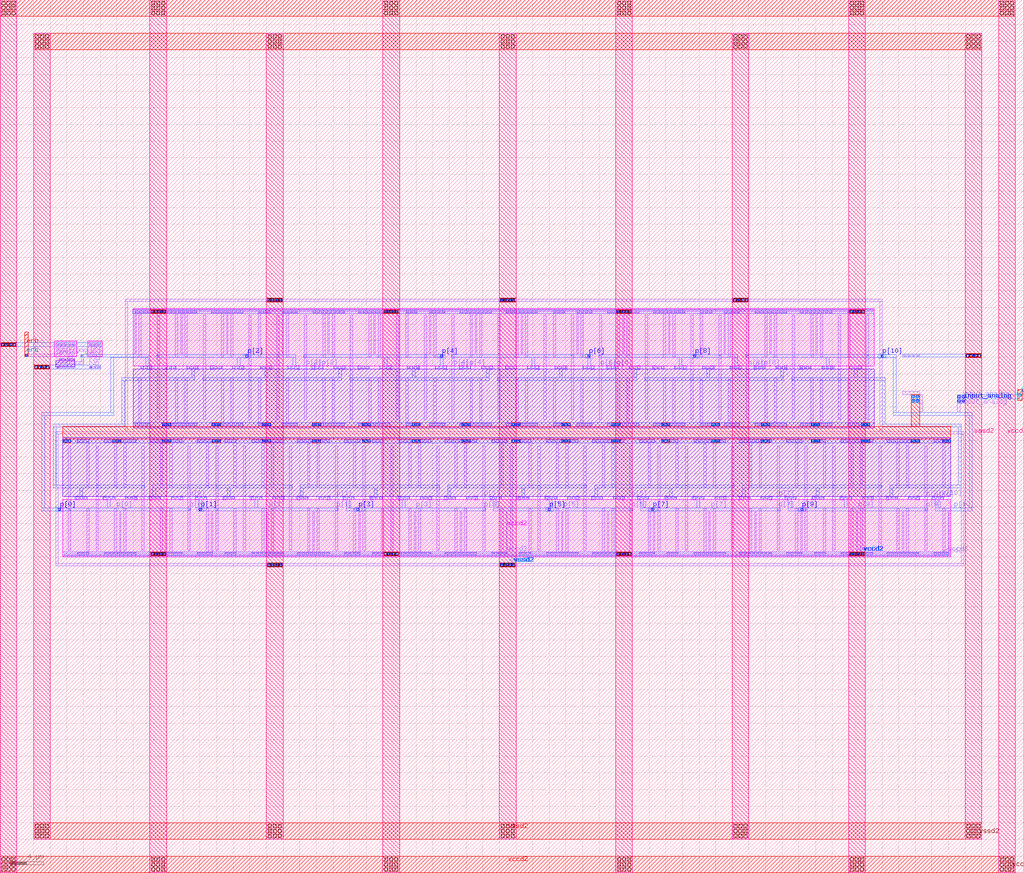
<source format=lef>
VERSION 5.7 ;
  NOWIREEXTENSIONATPIN ON ;
  DIVIDERCHAR "/" ;
  BUSBITCHARS "[]" ;
MACRO power_ring
  CLASS BLOCK ;
  FOREIGN power_ring ;
  ORIGIN 0.000 0.000 ;
  SIZE 122.000 BY 105.000 ;
  OBS
      LAYER met3 ;
        RECT 0.000 103.000 122.000 105.000 ;
        RECT 4.000 99.000 118.000 101.000 ;
        RECT 4.000 4.000 118.000 6.000 ;
        RECT 0.000 0.000 122.000 2.000 ;
      LAYER via3 ;
        RECT 0.200 104.400 0.600 104.800 ;
        RECT 0.800 104.400 1.200 104.800 ;
        RECT 1.400 104.400 1.800 104.800 ;
        RECT 18.200 104.400 18.600 104.800 ;
        RECT 18.800 104.400 19.200 104.800 ;
        RECT 19.400 104.400 19.800 104.800 ;
        RECT 46.200 104.400 46.600 104.800 ;
        RECT 46.800 104.400 47.200 104.800 ;
        RECT 47.400 104.400 47.800 104.800 ;
        RECT 74.200 104.400 74.600 104.800 ;
        RECT 74.800 104.400 75.200 104.800 ;
        RECT 75.400 104.400 75.800 104.800 ;
        RECT 102.200 104.400 102.600 104.800 ;
        RECT 102.800 104.400 103.200 104.800 ;
        RECT 103.400 104.400 103.800 104.800 ;
        RECT 120.200 104.400 120.600 104.800 ;
        RECT 120.800 104.400 121.200 104.800 ;
        RECT 121.400 104.400 121.800 104.800 ;
        RECT 0.200 103.800 0.600 104.200 ;
        RECT 0.800 103.800 1.200 104.200 ;
        RECT 1.400 103.800 1.800 104.200 ;
        RECT 18.200 103.800 18.600 104.200 ;
        RECT 18.800 103.800 19.200 104.200 ;
        RECT 19.400 103.800 19.800 104.200 ;
        RECT 46.200 103.800 46.600 104.200 ;
        RECT 46.800 103.800 47.200 104.200 ;
        RECT 47.400 103.800 47.800 104.200 ;
        RECT 74.200 103.800 74.600 104.200 ;
        RECT 74.800 103.800 75.200 104.200 ;
        RECT 75.400 103.800 75.800 104.200 ;
        RECT 102.200 103.800 102.600 104.200 ;
        RECT 102.800 103.800 103.200 104.200 ;
        RECT 103.400 103.800 103.800 104.200 ;
        RECT 120.200 103.800 120.600 104.200 ;
        RECT 120.800 103.800 121.200 104.200 ;
        RECT 121.400 103.800 121.800 104.200 ;
        RECT 0.200 103.200 0.600 103.600 ;
        RECT 0.800 103.200 1.200 103.600 ;
        RECT 1.400 103.200 1.800 103.600 ;
        RECT 18.200 103.200 18.600 103.600 ;
        RECT 18.800 103.200 19.200 103.600 ;
        RECT 19.400 103.200 19.800 103.600 ;
        RECT 46.200 103.200 46.600 103.600 ;
        RECT 46.800 103.200 47.200 103.600 ;
        RECT 47.400 103.200 47.800 103.600 ;
        RECT 74.200 103.200 74.600 103.600 ;
        RECT 74.800 103.200 75.200 103.600 ;
        RECT 75.400 103.200 75.800 103.600 ;
        RECT 102.200 103.200 102.600 103.600 ;
        RECT 102.800 103.200 103.200 103.600 ;
        RECT 103.400 103.200 103.800 103.600 ;
        RECT 120.200 103.200 120.600 103.600 ;
        RECT 120.800 103.200 121.200 103.600 ;
        RECT 121.400 103.200 121.800 103.600 ;
        RECT 4.200 100.400 4.600 100.800 ;
        RECT 4.800 100.400 5.200 100.800 ;
        RECT 5.400 100.400 5.800 100.800 ;
        RECT 32.200 100.400 32.600 100.800 ;
        RECT 32.800 100.400 33.200 100.800 ;
        RECT 33.400 100.400 33.800 100.800 ;
        RECT 60.200 100.400 60.600 100.800 ;
        RECT 60.800 100.400 61.200 100.800 ;
        RECT 61.400 100.400 61.800 100.800 ;
        RECT 88.200 100.400 88.600 100.800 ;
        RECT 88.800 100.400 89.200 100.800 ;
        RECT 89.400 100.400 89.800 100.800 ;
        RECT 116.200 100.400 116.600 100.800 ;
        RECT 116.800 100.400 117.200 100.800 ;
        RECT 117.400 100.400 117.800 100.800 ;
        RECT 4.200 99.800 4.600 100.200 ;
        RECT 4.800 99.800 5.200 100.200 ;
        RECT 5.400 99.800 5.800 100.200 ;
        RECT 32.200 99.800 32.600 100.200 ;
        RECT 32.800 99.800 33.200 100.200 ;
        RECT 33.400 99.800 33.800 100.200 ;
        RECT 60.200 99.800 60.600 100.200 ;
        RECT 60.800 99.800 61.200 100.200 ;
        RECT 61.400 99.800 61.800 100.200 ;
        RECT 88.200 99.800 88.600 100.200 ;
        RECT 88.800 99.800 89.200 100.200 ;
        RECT 89.400 99.800 89.800 100.200 ;
        RECT 116.200 99.800 116.600 100.200 ;
        RECT 116.800 99.800 117.200 100.200 ;
        RECT 117.400 99.800 117.800 100.200 ;
        RECT 4.200 99.200 4.600 99.600 ;
        RECT 4.800 99.200 5.200 99.600 ;
        RECT 5.400 99.200 5.800 99.600 ;
        RECT 32.200 99.200 32.600 99.600 ;
        RECT 32.800 99.200 33.200 99.600 ;
        RECT 33.400 99.200 33.800 99.600 ;
        RECT 60.200 99.200 60.600 99.600 ;
        RECT 60.800 99.200 61.200 99.600 ;
        RECT 61.400 99.200 61.800 99.600 ;
        RECT 88.200 99.200 88.600 99.600 ;
        RECT 88.800 99.200 89.200 99.600 ;
        RECT 89.400 99.200 89.800 99.600 ;
        RECT 116.200 99.200 116.600 99.600 ;
        RECT 116.800 99.200 117.200 99.600 ;
        RECT 117.400 99.200 117.800 99.600 ;
        RECT 4.200 5.400 4.600 5.800 ;
        RECT 4.800 5.400 5.200 5.800 ;
        RECT 5.400 5.400 5.800 5.800 ;
        RECT 32.200 5.400 32.600 5.800 ;
        RECT 32.800 5.400 33.200 5.800 ;
        RECT 33.400 5.400 33.800 5.800 ;
        RECT 60.200 5.400 60.600 5.800 ;
        RECT 60.800 5.400 61.200 5.800 ;
        RECT 61.400 5.400 61.800 5.800 ;
        RECT 88.200 5.400 88.600 5.800 ;
        RECT 88.800 5.400 89.200 5.800 ;
        RECT 89.400 5.400 89.800 5.800 ;
        RECT 116.200 5.400 116.600 5.800 ;
        RECT 116.800 5.400 117.200 5.800 ;
        RECT 117.400 5.400 117.800 5.800 ;
        RECT 4.200 4.800 4.600 5.200 ;
        RECT 4.800 4.800 5.200 5.200 ;
        RECT 5.400 4.800 5.800 5.200 ;
        RECT 32.200 4.800 32.600 5.200 ;
        RECT 32.800 4.800 33.200 5.200 ;
        RECT 33.400 4.800 33.800 5.200 ;
        RECT 60.200 4.800 60.600 5.200 ;
        RECT 60.800 4.800 61.200 5.200 ;
        RECT 61.400 4.800 61.800 5.200 ;
        RECT 88.200 4.800 88.600 5.200 ;
        RECT 88.800 4.800 89.200 5.200 ;
        RECT 89.400 4.800 89.800 5.200 ;
        RECT 116.200 4.800 116.600 5.200 ;
        RECT 116.800 4.800 117.200 5.200 ;
        RECT 117.400 4.800 117.800 5.200 ;
        RECT 4.200 4.200 4.600 4.600 ;
        RECT 4.800 4.200 5.200 4.600 ;
        RECT 5.400 4.200 5.800 4.600 ;
        RECT 32.200 4.200 32.600 4.600 ;
        RECT 32.800 4.200 33.200 4.600 ;
        RECT 33.400 4.200 33.800 4.600 ;
        RECT 60.200 4.200 60.600 4.600 ;
        RECT 60.800 4.200 61.200 4.600 ;
        RECT 61.400 4.200 61.800 4.600 ;
        RECT 88.200 4.200 88.600 4.600 ;
        RECT 88.800 4.200 89.200 4.600 ;
        RECT 89.400 4.200 89.800 4.600 ;
        RECT 116.200 4.200 116.600 4.600 ;
        RECT 116.800 4.200 117.200 4.600 ;
        RECT 117.400 4.200 117.800 4.600 ;
        RECT 0.200 1.400 0.600 1.800 ;
        RECT 0.800 1.400 1.200 1.800 ;
        RECT 1.400 1.400 1.800 1.800 ;
        RECT 18.200 1.400 18.600 1.800 ;
        RECT 18.800 1.400 19.200 1.800 ;
        RECT 19.400 1.400 19.800 1.800 ;
        RECT 46.200 1.400 46.600 1.800 ;
        RECT 46.800 1.400 47.200 1.800 ;
        RECT 47.400 1.400 47.800 1.800 ;
        RECT 74.200 1.400 74.600 1.800 ;
        RECT 74.800 1.400 75.200 1.800 ;
        RECT 75.400 1.400 75.800 1.800 ;
        RECT 102.200 1.400 102.600 1.800 ;
        RECT 102.800 1.400 103.200 1.800 ;
        RECT 103.400 1.400 103.800 1.800 ;
        RECT 120.200 1.400 120.600 1.800 ;
        RECT 120.800 1.400 121.200 1.800 ;
        RECT 121.400 1.400 121.800 1.800 ;
        RECT 0.200 0.800 0.600 1.200 ;
        RECT 0.800 0.800 1.200 1.200 ;
        RECT 1.400 0.800 1.800 1.200 ;
        RECT 18.200 0.800 18.600 1.200 ;
        RECT 18.800 0.800 19.200 1.200 ;
        RECT 19.400 0.800 19.800 1.200 ;
        RECT 46.200 0.800 46.600 1.200 ;
        RECT 46.800 0.800 47.200 1.200 ;
        RECT 47.400 0.800 47.800 1.200 ;
        RECT 74.200 0.800 74.600 1.200 ;
        RECT 74.800 0.800 75.200 1.200 ;
        RECT 75.400 0.800 75.800 1.200 ;
        RECT 102.200 0.800 102.600 1.200 ;
        RECT 102.800 0.800 103.200 1.200 ;
        RECT 103.400 0.800 103.800 1.200 ;
        RECT 120.200 0.800 120.600 1.200 ;
        RECT 120.800 0.800 121.200 1.200 ;
        RECT 121.400 0.800 121.800 1.200 ;
        RECT 0.200 0.200 0.600 0.600 ;
        RECT 0.800 0.200 1.200 0.600 ;
        RECT 1.400 0.200 1.800 0.600 ;
        RECT 18.200 0.200 18.600 0.600 ;
        RECT 18.800 0.200 19.200 0.600 ;
        RECT 19.400 0.200 19.800 0.600 ;
        RECT 46.200 0.200 46.600 0.600 ;
        RECT 46.800 0.200 47.200 0.600 ;
        RECT 47.400 0.200 47.800 0.600 ;
        RECT 74.200 0.200 74.600 0.600 ;
        RECT 74.800 0.200 75.200 0.600 ;
        RECT 75.400 0.200 75.800 0.600 ;
        RECT 102.200 0.200 102.600 0.600 ;
        RECT 102.800 0.200 103.200 0.600 ;
        RECT 103.400 0.200 103.800 0.600 ;
        RECT 120.200 0.200 120.600 0.600 ;
        RECT 120.800 0.200 121.200 0.600 ;
        RECT 121.400 0.200 121.800 0.600 ;
      LAYER met4 ;
        RECT 0.000 0.000 2.000 105.000 ;
        RECT 4.000 4.000 6.000 101.000 ;
        RECT 18.000 0.000 20.000 105.000 ;
        RECT 32.000 4.000 34.000 101.000 ;
        RECT 46.000 0.000 48.000 105.000 ;
        RECT 60.000 4.000 62.000 101.000 ;
        RECT 74.000 0.000 76.000 105.000 ;
        RECT 88.000 4.000 90.000 101.000 ;
        RECT 102.000 0.000 104.000 105.000 ;
        RECT 116.000 4.000 118.000 101.000 ;
        RECT 120.000 0.000 122.000 105.000 ;
  END
END power_ring
MACRO ring_osc_w6
  CLASS BLOCK ;
  FOREIGN ring_osc_w6 ;
  ORIGIN 2.510 0.000 ;
  SIZE 118.060 BY 29.840 ;
  PIN p[6]
    ANTENNAGATEAREA 57.000000 ;
    ANTENNADIFFAREA 5.800000 ;
    PORT
      LAYER li1 ;
        RECT 11.355 16.500 11.655 29.090 ;
        RECT 21.420 22.950 21.800 23.000 ;
        RECT 20.470 22.590 21.800 22.950 ;
        RECT 21.420 22.540 21.800 22.590 ;
        RECT 25.730 16.500 26.030 29.090 ;
        RECT 28.090 22.950 28.470 23.000 ;
        RECT 27.140 22.590 28.470 22.950 ;
        RECT 28.090 22.540 28.470 22.590 ;
        RECT 29.960 22.950 30.340 23.000 ;
        RECT 29.960 22.590 31.290 22.950 ;
        RECT 29.960 22.540 30.340 22.590 ;
      LAYER mcon ;
        RECT 11.355 23.980 11.655 24.280 ;
        RECT 25.730 23.980 26.030 24.280 ;
        RECT 20.470 22.620 20.770 22.920 ;
        RECT 20.960 22.620 21.260 22.920 ;
        RECT 21.450 22.620 21.750 22.920 ;
        RECT 27.140 22.620 27.440 22.920 ;
        RECT 27.630 22.620 27.930 22.920 ;
        RECT 28.120 22.620 28.420 22.920 ;
        RECT 30.010 22.620 30.310 22.920 ;
        RECT 30.500 22.620 30.800 22.920 ;
        RECT 30.990 22.620 31.290 22.920 ;
      LAYER met1 ;
        RECT 11.295 23.950 28.050 24.310 ;
        RECT 20.960 22.950 21.320 23.950 ;
        RECT 27.690 22.950 28.050 23.950 ;
        RECT 20.410 22.590 21.910 22.950 ;
        RECT 27.080 22.590 31.350 22.950 ;
    END
  END p[6]
  PIN p[10]
    ANTENNAGATEAREA 19.000000 ;
    ANTENNADIFFAREA 5.800000 ;
    PORT
      LAYER li1 ;
        RECT 82.195 16.500 82.495 29.090 ;
        RECT 92.260 22.950 92.640 23.000 ;
        RECT 91.310 22.590 92.640 22.950 ;
        RECT 92.260 22.540 92.640 22.590 ;
        RECT 96.570 16.500 96.870 29.090 ;
      LAYER mcon ;
        RECT 82.195 23.980 82.495 24.280 ;
        RECT 96.570 23.980 96.870 24.280 ;
        RECT 91.310 22.620 91.610 22.920 ;
        RECT 91.800 22.620 92.100 22.920 ;
        RECT 92.290 22.620 92.590 22.920 ;
      LAYER met1 ;
        RECT 82.135 23.950 98.110 24.310 ;
        RECT 91.800 22.950 92.160 23.950 ;
        RECT 91.250 22.590 92.750 22.950 ;
    END
  END p[10]
  PIN pn[0]
    ANTENNAGATEAREA 57.000000 ;
    ANTENNADIFFAREA 5.800000 ;
    PORT
      LAYER li1 ;
        RECT 79.400 7.250 79.780 7.300 ;
        RECT 78.450 6.890 79.780 7.250 ;
        RECT 79.400 6.840 79.780 6.890 ;
        RECT 81.270 7.250 81.650 7.300 ;
        RECT 90.130 7.250 90.510 7.300 ;
        RECT 81.270 6.890 82.600 7.250 ;
        RECT 90.130 6.890 91.460 7.250 ;
        RECT 81.270 6.840 81.650 6.890 ;
        RECT 90.130 6.840 90.510 6.890 ;
        RECT 92.560 0.750 92.860 13.340 ;
        RECT 98.085 0.750 98.385 13.340 ;
      LAYER mcon ;
        RECT 92.560 8.280 92.860 8.580 ;
        RECT 78.450 6.920 78.750 7.220 ;
        RECT 78.940 6.920 79.240 7.220 ;
        RECT 79.430 6.920 79.730 7.220 ;
        RECT 81.320 6.920 81.620 7.220 ;
        RECT 81.810 6.920 82.110 7.220 ;
        RECT 82.300 6.920 82.600 7.220 ;
        RECT 90.180 6.920 90.480 7.220 ;
        RECT 90.670 6.920 90.970 7.220 ;
        RECT 91.160 6.920 91.460 7.220 ;
        RECT 98.085 8.280 98.385 8.580 ;
      LAYER met1 ;
        RECT 81.685 8.250 98.445 8.610 ;
        RECT 81.685 7.250 82.045 8.250 ;
        RECT 90.610 7.250 90.970 8.250 ;
        RECT 78.390 6.890 82.660 7.250 ;
        RECT 90.020 6.890 91.520 7.250 ;
    END
  END pn[0]
  PIN pn[1]
    ANTENNAGATEAREA 57.000000 ;
    ANTENNADIFFAREA 5.800000 ;
    PORT
      LAYER li1 ;
        RECT 61.690 7.250 62.070 7.300 ;
        RECT 60.740 6.890 62.070 7.250 ;
        RECT 61.690 6.840 62.070 6.890 ;
        RECT 63.560 7.250 63.940 7.300 ;
        RECT 72.420 7.250 72.800 7.300 ;
        RECT 63.560 6.890 64.890 7.250 ;
        RECT 72.420 6.890 73.750 7.250 ;
        RECT 63.560 6.840 63.940 6.890 ;
        RECT 72.420 6.840 72.800 6.890 ;
        RECT 74.850 0.750 75.150 13.340 ;
        RECT 80.375 0.750 80.675 13.340 ;
      LAYER mcon ;
        RECT 74.850 8.280 75.150 8.580 ;
        RECT 60.740 6.920 61.040 7.220 ;
        RECT 61.230 6.920 61.530 7.220 ;
        RECT 61.720 6.920 62.020 7.220 ;
        RECT 63.610 6.920 63.910 7.220 ;
        RECT 64.100 6.920 64.400 7.220 ;
        RECT 64.590 6.920 64.890 7.220 ;
        RECT 72.470 6.920 72.770 7.220 ;
        RECT 72.960 6.920 73.260 7.220 ;
        RECT 73.450 6.920 73.750 7.220 ;
        RECT 80.375 8.280 80.675 8.580 ;
      LAYER met1 ;
        RECT 63.975 8.250 80.735 8.610 ;
        RECT 63.975 7.250 64.335 8.250 ;
        RECT 72.900 7.250 73.260 8.250 ;
        RECT 60.680 6.890 64.950 7.250 ;
        RECT 72.310 6.890 73.810 7.250 ;
    END
  END pn[1]
  PIN pn[2]
    ANTENNAGATEAREA 57.000000 ;
    ANTENNADIFFAREA 5.800000 ;
    PORT
      LAYER li1 ;
        RECT 43.980 7.250 44.360 7.300 ;
        RECT 43.030 6.890 44.360 7.250 ;
        RECT 43.980 6.840 44.360 6.890 ;
        RECT 45.850 7.250 46.230 7.300 ;
        RECT 54.710 7.250 55.090 7.300 ;
        RECT 45.850 6.890 47.180 7.250 ;
        RECT 54.710 6.890 56.040 7.250 ;
        RECT 45.850 6.840 46.230 6.890 ;
        RECT 54.710 6.840 55.090 6.890 ;
        RECT 57.140 0.750 57.440 13.340 ;
        RECT 62.665 0.750 62.965 13.340 ;
      LAYER mcon ;
        RECT 57.140 8.280 57.440 8.580 ;
        RECT 43.030 6.920 43.330 7.220 ;
        RECT 43.520 6.920 43.820 7.220 ;
        RECT 44.010 6.920 44.310 7.220 ;
        RECT 45.900 6.920 46.200 7.220 ;
        RECT 46.390 6.920 46.690 7.220 ;
        RECT 46.880 6.920 47.180 7.220 ;
        RECT 54.760 6.920 55.060 7.220 ;
        RECT 55.250 6.920 55.550 7.220 ;
        RECT 55.740 6.920 56.040 7.220 ;
        RECT 62.665 8.280 62.965 8.580 ;
      LAYER met1 ;
        RECT 46.265 8.250 63.025 8.610 ;
        RECT 46.265 7.250 46.625 8.250 ;
        RECT 55.190 7.250 55.550 8.250 ;
        RECT 42.970 6.890 47.240 7.250 ;
        RECT 54.600 6.890 56.100 7.250 ;
    END
  END pn[2]
  PIN pn[3]
    ANTENNAGATEAREA 57.000000 ;
    ANTENNADIFFAREA 5.800000 ;
    PORT
      LAYER li1 ;
        RECT 26.270 7.250 26.650 7.300 ;
        RECT 25.320 6.890 26.650 7.250 ;
        RECT 26.270 6.840 26.650 6.890 ;
        RECT 28.140 7.250 28.520 7.300 ;
        RECT 37.000 7.250 37.380 7.300 ;
        RECT 28.140 6.890 29.470 7.250 ;
        RECT 37.000 6.890 38.330 7.250 ;
        RECT 28.140 6.840 28.520 6.890 ;
        RECT 37.000 6.840 37.380 6.890 ;
        RECT 39.430 0.750 39.730 13.340 ;
        RECT 44.955 0.750 45.255 13.340 ;
      LAYER mcon ;
        RECT 39.430 8.280 39.730 8.580 ;
        RECT 25.320 6.920 25.620 7.220 ;
        RECT 25.810 6.920 26.110 7.220 ;
        RECT 26.300 6.920 26.600 7.220 ;
        RECT 28.190 6.920 28.490 7.220 ;
        RECT 28.680 6.920 28.980 7.220 ;
        RECT 29.170 6.920 29.470 7.220 ;
        RECT 37.050 6.920 37.350 7.220 ;
        RECT 37.540 6.920 37.840 7.220 ;
        RECT 38.030 6.920 38.330 7.220 ;
        RECT 44.955 8.280 45.255 8.580 ;
      LAYER met1 ;
        RECT 28.555 8.250 45.315 8.610 ;
        RECT 28.555 7.250 28.915 8.250 ;
        RECT 37.480 7.250 37.840 8.250 ;
        RECT 25.260 6.890 29.530 7.250 ;
        RECT 36.890 6.890 38.390 7.250 ;
    END
  END pn[3]
  PIN pn[4]
    ANTENNAGATEAREA 57.000000 ;
    ANTENNADIFFAREA 5.800000 ;
    PORT
      LAYER li1 ;
        RECT 8.560 7.250 8.940 7.300 ;
        RECT 7.610 6.890 8.940 7.250 ;
        RECT 8.560 6.840 8.940 6.890 ;
        RECT 10.430 7.250 10.810 7.300 ;
        RECT 19.290 7.250 19.670 7.300 ;
        RECT 10.430 6.890 11.760 7.250 ;
        RECT 19.290 6.890 20.620 7.250 ;
        RECT 10.430 6.840 10.810 6.890 ;
        RECT 19.290 6.840 19.670 6.890 ;
        RECT 21.720 0.750 22.020 13.340 ;
        RECT 27.245 0.750 27.545 13.340 ;
      LAYER mcon ;
        RECT 21.720 8.280 22.020 8.580 ;
        RECT 7.610 6.920 7.910 7.220 ;
        RECT 8.100 6.920 8.400 7.220 ;
        RECT 8.590 6.920 8.890 7.220 ;
        RECT 10.480 6.920 10.780 7.220 ;
        RECT 10.970 6.920 11.270 7.220 ;
        RECT 11.460 6.920 11.760 7.220 ;
        RECT 19.340 6.920 19.640 7.220 ;
        RECT 19.830 6.920 20.130 7.220 ;
        RECT 20.320 6.920 20.620 7.220 ;
        RECT 27.245 8.280 27.545 8.580 ;
      LAYER met1 ;
        RECT 10.845 8.250 27.605 8.610 ;
        RECT 10.845 7.250 11.205 8.250 ;
        RECT 19.770 7.250 20.130 8.250 ;
        RECT 7.550 6.890 11.820 7.250 ;
        RECT 19.180 6.890 20.680 7.250 ;
    END
  END pn[4]
  PIN pn[5]
    ANTENNAGATEAREA 57.000000 ;
    ANTENNADIFFAREA 5.800000 ;
    PORT
      LAYER li1 ;
        RECT 15.900 22.950 16.280 23.000 ;
        RECT 14.950 22.590 16.280 22.950 ;
        RECT 15.900 22.540 16.280 22.590 ;
        RECT 17.770 22.950 18.150 23.000 ;
        RECT 17.770 22.590 19.100 22.950 ;
        RECT 17.770 22.540 18.150 22.590 ;
        RECT 1.580 7.250 1.960 7.300 ;
        RECT 1.580 6.890 2.910 7.250 ;
        RECT 1.580 6.840 1.960 6.890 ;
        RECT 4.010 0.750 4.310 13.340 ;
        RECT 9.535 0.750 9.835 13.340 ;
      LAYER mcon ;
        RECT 14.950 22.620 15.250 22.920 ;
        RECT 15.440 22.620 15.740 22.920 ;
        RECT 15.930 22.620 16.230 22.920 ;
        RECT 17.820 22.620 18.120 22.920 ;
        RECT 18.310 22.620 18.610 22.920 ;
        RECT 18.800 22.620 19.100 22.920 ;
        RECT 4.010 8.280 4.310 8.580 ;
        RECT 1.630 6.920 1.930 7.220 ;
        RECT 2.120 6.920 2.420 7.220 ;
        RECT 2.610 6.920 2.910 7.220 ;
        RECT 9.535 8.280 9.835 8.580 ;
      LAYER met1 ;
        RECT 14.890 22.590 19.160 22.950 ;
        RECT 15.505 21.590 15.865 22.590 ;
        RECT 7.120 21.230 15.865 21.590 ;
        RECT 7.120 16.000 7.480 21.230 ;
        RECT -1.150 15.640 7.480 16.000 ;
        RECT -1.150 8.610 -0.790 15.640 ;
        RECT -1.150 8.250 9.895 8.610 ;
        RECT 2.060 7.250 2.420 8.250 ;
        RECT 1.470 6.890 2.970 7.250 ;
    END
  END pn[5]
  PIN pn[6]
    ANTENNAGATEAREA 57.000000 ;
    ANTENNADIFFAREA 5.800000 ;
    PORT
      LAYER li1 ;
        RECT 16.875 16.500 17.175 29.090 ;
        RECT 22.400 16.500 22.700 29.090 ;
        RECT 24.750 22.950 25.130 23.000 ;
        RECT 33.610 22.950 33.990 23.000 ;
        RECT 23.800 22.590 25.130 22.950 ;
        RECT 32.660 22.590 33.990 22.950 ;
        RECT 24.750 22.540 25.130 22.590 ;
        RECT 33.610 22.540 33.990 22.590 ;
        RECT 35.480 22.950 35.860 23.000 ;
        RECT 35.480 22.590 36.810 22.950 ;
        RECT 35.480 22.540 35.860 22.590 ;
      LAYER mcon ;
        RECT 16.875 21.260 17.175 21.560 ;
        RECT 23.800 22.620 24.100 22.920 ;
        RECT 24.290 22.620 24.590 22.920 ;
        RECT 24.780 22.620 25.080 22.920 ;
        RECT 32.660 22.620 32.960 22.920 ;
        RECT 33.150 22.620 33.450 22.920 ;
        RECT 33.640 22.620 33.940 22.920 ;
        RECT 35.530 22.620 35.830 22.920 ;
        RECT 36.020 22.620 36.320 22.920 ;
        RECT 36.510 22.620 36.810 22.920 ;
        RECT 22.400 21.260 22.700 21.560 ;
      LAYER met1 ;
        RECT 23.740 22.590 25.240 22.950 ;
        RECT 32.600 22.590 36.870 22.950 ;
        RECT 24.290 21.590 24.650 22.590 ;
        RECT 33.215 21.590 33.575 22.590 ;
        RECT 16.815 21.230 33.575 21.590 ;
    END
  END pn[6]
  PIN pn[7]
    ANTENNAGATEAREA 57.000000 ;
    ANTENNADIFFAREA 5.800000 ;
    PORT
      LAYER li1 ;
        RECT 34.585 16.500 34.885 29.090 ;
        RECT 40.110 16.500 40.410 29.090 ;
        RECT 42.460 22.950 42.840 23.000 ;
        RECT 51.320 22.950 51.700 23.000 ;
        RECT 41.510 22.590 42.840 22.950 ;
        RECT 50.370 22.590 51.700 22.950 ;
        RECT 42.460 22.540 42.840 22.590 ;
        RECT 51.320 22.540 51.700 22.590 ;
        RECT 53.190 22.950 53.570 23.000 ;
        RECT 53.190 22.590 54.520 22.950 ;
        RECT 53.190 22.540 53.570 22.590 ;
      LAYER mcon ;
        RECT 34.585 21.260 34.885 21.560 ;
        RECT 41.510 22.620 41.810 22.920 ;
        RECT 42.000 22.620 42.300 22.920 ;
        RECT 42.490 22.620 42.790 22.920 ;
        RECT 50.370 22.620 50.670 22.920 ;
        RECT 50.860 22.620 51.160 22.920 ;
        RECT 51.350 22.620 51.650 22.920 ;
        RECT 53.240 22.620 53.540 22.920 ;
        RECT 53.730 22.620 54.030 22.920 ;
        RECT 54.220 22.620 54.520 22.920 ;
        RECT 40.110 21.260 40.410 21.560 ;
      LAYER met1 ;
        RECT 41.450 22.590 42.950 22.950 ;
        RECT 50.310 22.590 54.580 22.950 ;
        RECT 42.000 21.590 42.360 22.590 ;
        RECT 50.925 21.590 51.285 22.590 ;
        RECT 34.525 21.230 51.285 21.590 ;
    END
  END pn[7]
  PIN pn[8]
    ANTENNAGATEAREA 57.000000 ;
    ANTENNADIFFAREA 5.800000 ;
    PORT
      LAYER li1 ;
        RECT 52.295 16.500 52.595 29.090 ;
        RECT 57.820 16.500 58.120 29.090 ;
        RECT 60.170 22.950 60.550 23.000 ;
        RECT 69.030 22.950 69.410 23.000 ;
        RECT 59.220 22.590 60.550 22.950 ;
        RECT 68.080 22.590 69.410 22.950 ;
        RECT 60.170 22.540 60.550 22.590 ;
        RECT 69.030 22.540 69.410 22.590 ;
        RECT 70.900 22.950 71.280 23.000 ;
        RECT 70.900 22.590 72.230 22.950 ;
        RECT 70.900 22.540 71.280 22.590 ;
      LAYER mcon ;
        RECT 52.295 21.260 52.595 21.560 ;
        RECT 59.220 22.620 59.520 22.920 ;
        RECT 59.710 22.620 60.010 22.920 ;
        RECT 60.200 22.620 60.500 22.920 ;
        RECT 68.080 22.620 68.380 22.920 ;
        RECT 68.570 22.620 68.870 22.920 ;
        RECT 69.060 22.620 69.360 22.920 ;
        RECT 70.950 22.620 71.250 22.920 ;
        RECT 71.440 22.620 71.740 22.920 ;
        RECT 71.930 22.620 72.230 22.920 ;
        RECT 57.820 21.260 58.120 21.560 ;
      LAYER met1 ;
        RECT 59.160 22.590 60.660 22.950 ;
        RECT 68.020 22.590 72.290 22.950 ;
        RECT 59.710 21.590 60.070 22.590 ;
        RECT 68.635 21.590 68.995 22.590 ;
        RECT 52.235 21.230 68.995 21.590 ;
    END
  END pn[8]
  PIN pn[9]
    ANTENNAGATEAREA 57.000000 ;
    ANTENNADIFFAREA 5.800000 ;
    PORT
      LAYER li1 ;
        RECT 70.005 16.500 70.305 29.090 ;
        RECT 75.530 16.500 75.830 29.090 ;
        RECT 77.880 22.950 78.260 23.000 ;
        RECT 86.740 22.950 87.120 23.000 ;
        RECT 76.930 22.590 78.260 22.950 ;
        RECT 85.790 22.590 87.120 22.950 ;
        RECT 77.880 22.540 78.260 22.590 ;
        RECT 86.740 22.540 87.120 22.590 ;
        RECT 88.610 22.950 88.990 23.000 ;
        RECT 88.610 22.590 89.940 22.950 ;
        RECT 88.610 22.540 88.990 22.590 ;
      LAYER mcon ;
        RECT 70.005 21.260 70.305 21.560 ;
        RECT 76.930 22.620 77.230 22.920 ;
        RECT 77.420 22.620 77.720 22.920 ;
        RECT 77.910 22.620 78.210 22.920 ;
        RECT 85.790 22.620 86.090 22.920 ;
        RECT 86.280 22.620 86.580 22.920 ;
        RECT 86.770 22.620 87.070 22.920 ;
        RECT 88.660 22.620 88.960 22.920 ;
        RECT 89.150 22.620 89.450 22.920 ;
        RECT 89.640 22.620 89.940 22.920 ;
        RECT 75.530 21.260 75.830 21.560 ;
      LAYER met1 ;
        RECT 76.870 22.590 78.370 22.950 ;
        RECT 85.730 22.590 90.000 22.950 ;
        RECT 77.420 21.590 77.780 22.590 ;
        RECT 86.345 21.590 86.705 22.590 ;
        RECT 69.945 21.230 86.705 21.590 ;
    END
  END pn[9]
  PIN pn[10]
    ANTENNAGATEAREA 57.000000 ;
    ANTENNADIFFAREA 5.800000 ;
    PORT
      LAYER li1 ;
        RECT 87.715 16.500 88.015 29.090 ;
        RECT 93.240 16.500 93.540 29.090 ;
        RECT 95.590 22.950 95.970 23.000 ;
        RECT 94.640 22.590 95.970 22.950 ;
        RECT 95.590 22.540 95.970 22.590 ;
        RECT 97.110 7.250 97.490 7.300 ;
        RECT 96.160 6.890 97.490 7.250 ;
        RECT 97.110 6.840 97.490 6.890 ;
        RECT 98.980 7.250 99.360 7.300 ;
        RECT 98.980 6.890 100.310 7.250 ;
        RECT 98.980 6.840 99.360 6.890 ;
      LAYER mcon ;
        RECT 87.715 21.260 88.015 21.560 ;
        RECT 94.640 22.620 94.940 22.920 ;
        RECT 95.130 22.620 95.430 22.920 ;
        RECT 95.620 22.620 95.920 22.920 ;
        RECT 93.240 21.260 93.540 21.560 ;
        RECT 96.160 6.920 96.460 7.220 ;
        RECT 96.650 6.920 96.950 7.220 ;
        RECT 97.140 6.920 97.440 7.220 ;
        RECT 99.030 6.920 99.330 7.220 ;
        RECT 99.520 6.920 99.820 7.220 ;
        RECT 100.010 6.920 100.310 7.220 ;
      LAYER met1 ;
        RECT 94.580 22.590 96.080 22.950 ;
        RECT 95.130 21.590 95.490 22.590 ;
        RECT 87.655 21.230 98.860 21.590 ;
        RECT 98.500 16.000 98.860 21.230 ;
        RECT 98.500 15.640 108.000 16.000 ;
        RECT 107.640 8.610 108.000 15.640 ;
        RECT 99.395 8.250 108.000 8.610 ;
        RECT 99.395 7.250 99.755 8.250 ;
        RECT 96.100 6.890 100.370 7.250 ;
    END
  END pn[10]
  PIN input_analog
    PORT
      LAYER li1 ;
        RECT 107.515 18.500 108.500 19.500 ;
        RECT 107.515 17.500 107.880 18.500 ;
      LAYER mcon ;
        RECT 107.670 19.165 107.840 19.335 ;
        RECT 108.160 19.165 108.330 19.335 ;
        RECT 107.670 18.665 107.840 18.835 ;
        RECT 108.160 18.665 108.330 18.835 ;
      LAYER met1 ;
        RECT 107.515 18.500 108.500 19.500 ;
      LAYER via ;
        RECT 107.625 19.120 107.885 19.380 ;
        RECT 108.115 19.120 108.375 19.380 ;
        RECT 107.625 18.620 107.885 18.880 ;
        RECT 108.115 18.620 108.375 18.880 ;
      LAYER met2 ;
        RECT 107.515 19.000 115.550 19.500 ;
        RECT 107.515 18.500 108.500 19.000 ;
    END
  END input_analog
  PIN v_ctr
    ANTENNADIFFAREA 95.699997 ;
    PORT
      LAYER li1 ;
        RECT 9.170 16.090 9.460 21.540 ;
        RECT 13.550 16.090 13.840 21.540 ;
        RECT 14.690 16.090 14.980 21.540 ;
        RECT 19.070 16.090 19.360 21.540 ;
        RECT 20.210 16.090 20.500 21.540 ;
        RECT 23.540 16.090 23.830 21.540 ;
        RECT 26.880 16.090 27.170 21.540 ;
        RECT 31.260 16.090 31.550 21.540 ;
        RECT 32.400 16.090 32.690 21.540 ;
        RECT 36.780 16.090 37.070 21.540 ;
        RECT 37.920 16.090 38.210 21.540 ;
        RECT 41.250 16.090 41.540 21.540 ;
        RECT 44.590 16.090 44.880 21.540 ;
        RECT 48.970 16.090 49.260 21.540 ;
        RECT 50.110 16.090 50.400 21.540 ;
        RECT 54.490 16.090 54.780 21.540 ;
        RECT 55.630 16.090 55.920 21.540 ;
        RECT 58.960 16.090 59.250 21.540 ;
        RECT 62.300 16.090 62.590 21.540 ;
        RECT 66.680 16.090 66.970 21.540 ;
        RECT 67.820 16.090 68.110 21.540 ;
        RECT 72.200 16.090 72.490 21.540 ;
        RECT 73.340 16.090 73.630 21.540 ;
        RECT 76.670 16.090 76.960 21.540 ;
        RECT 80.010 16.090 80.300 21.540 ;
        RECT 84.390 16.090 84.680 21.540 ;
        RECT 85.530 16.090 85.820 21.540 ;
        RECT 89.910 16.090 90.200 21.540 ;
        RECT 91.050 16.090 91.340 21.540 ;
        RECT 94.380 16.090 94.670 21.540 ;
        RECT 101.000 19.500 103.000 19.865 ;
        RECT 102.000 18.500 103.365 19.500 ;
        RECT 103.000 17.500 103.365 18.500 ;
        RECT 8.660 15.730 10.550 16.090 ;
        RECT 12.340 15.730 16.190 16.090 ;
        RECT 17.850 15.730 21.700 16.090 ;
        RECT 23.540 15.730 24.940 16.090 ;
        RECT 26.370 15.730 28.260 16.090 ;
        RECT 30.050 15.730 33.900 16.090 ;
        RECT 35.560 15.730 39.410 16.090 ;
        RECT 41.250 15.730 42.650 16.090 ;
        RECT 44.080 15.730 45.970 16.090 ;
        RECT 47.760 15.730 51.610 16.090 ;
        RECT 53.270 15.730 57.120 16.090 ;
        RECT 58.960 15.730 60.360 16.090 ;
        RECT 61.790 15.730 63.680 16.090 ;
        RECT 65.470 15.730 69.320 16.090 ;
        RECT 70.980 15.730 74.830 16.090 ;
        RECT 76.670 15.730 78.070 16.090 ;
        RECT 79.500 15.730 81.390 16.090 ;
        RECT 83.180 15.730 87.030 16.090 ;
        RECT 88.690 15.730 92.540 16.090 ;
        RECT 94.380 15.730 95.780 16.090 ;
        RECT 1.770 13.750 3.170 14.110 ;
        RECT 5.010 13.750 8.860 14.110 ;
        RECT 10.520 13.750 14.370 14.110 ;
        RECT 16.160 13.750 18.050 14.110 ;
        RECT 19.480 13.750 20.880 14.110 ;
        RECT 22.720 13.750 26.570 14.110 ;
        RECT 28.230 13.750 32.080 14.110 ;
        RECT 33.870 13.750 35.760 14.110 ;
        RECT 37.190 13.750 38.590 14.110 ;
        RECT 40.430 13.750 44.280 14.110 ;
        RECT 45.940 13.750 49.790 14.110 ;
        RECT 51.580 13.750 53.470 14.110 ;
        RECT 54.900 13.750 56.300 14.110 ;
        RECT 58.140 13.750 61.990 14.110 ;
        RECT 63.650 13.750 67.500 14.110 ;
        RECT 69.290 13.750 71.180 14.110 ;
        RECT 72.610 13.750 74.010 14.110 ;
        RECT 75.850 13.750 79.700 14.110 ;
        RECT 81.360 13.750 85.210 14.110 ;
        RECT 87.000 13.750 88.890 14.110 ;
        RECT 90.320 13.750 91.720 14.110 ;
        RECT 93.560 13.750 97.410 14.110 ;
        RECT 99.070 13.750 102.920 14.110 ;
        RECT 104.710 13.750 106.600 14.110 ;
        RECT 2.880 8.300 3.170 13.750 ;
        RECT 6.210 8.300 6.500 13.750 ;
        RECT 7.350 8.300 7.640 13.750 ;
        RECT 11.730 8.300 12.020 13.750 ;
        RECT 12.870 8.300 13.160 13.750 ;
        RECT 17.250 8.300 17.540 13.750 ;
        RECT 20.590 8.300 20.880 13.750 ;
        RECT 23.920 8.300 24.210 13.750 ;
        RECT 25.060 8.300 25.350 13.750 ;
        RECT 29.440 8.300 29.730 13.750 ;
        RECT 30.580 8.300 30.870 13.750 ;
        RECT 34.960 8.300 35.250 13.750 ;
        RECT 38.300 8.300 38.590 13.750 ;
        RECT 41.630 8.300 41.920 13.750 ;
        RECT 42.770 8.300 43.060 13.750 ;
        RECT 47.150 8.300 47.440 13.750 ;
        RECT 48.290 8.300 48.580 13.750 ;
        RECT 52.670 8.300 52.960 13.750 ;
        RECT 56.010 8.300 56.300 13.750 ;
        RECT 59.340 8.300 59.630 13.750 ;
        RECT 60.480 8.300 60.770 13.750 ;
        RECT 64.860 8.300 65.150 13.750 ;
        RECT 66.000 8.300 66.290 13.750 ;
        RECT 70.380 8.300 70.670 13.750 ;
        RECT 73.720 8.300 74.010 13.750 ;
        RECT 77.050 8.300 77.340 13.750 ;
        RECT 78.190 8.300 78.480 13.750 ;
        RECT 82.570 8.300 82.860 13.750 ;
        RECT 83.710 8.300 84.000 13.750 ;
        RECT 88.090 8.300 88.380 13.750 ;
        RECT 91.430 8.300 91.720 13.750 ;
        RECT 94.760 8.300 95.050 13.750 ;
        RECT 95.900 8.300 96.190 13.750 ;
        RECT 100.280 8.300 100.570 13.750 ;
        RECT 101.420 8.300 101.710 13.750 ;
        RECT 105.800 8.300 106.090 13.750 ;
      LAYER mcon ;
        RECT 102.155 19.185 102.325 19.355 ;
        RECT 102.675 19.185 102.845 19.355 ;
        RECT 102.155 18.665 102.325 18.835 ;
        RECT 102.675 18.665 102.845 18.835 ;
        RECT 8.720 15.760 9.020 16.060 ;
        RECT 9.210 15.760 9.510 16.060 ;
        RECT 9.700 15.760 10.000 16.060 ;
        RECT 10.190 15.760 10.490 16.060 ;
        RECT 12.400 15.760 12.700 16.060 ;
        RECT 12.890 15.760 13.190 16.060 ;
        RECT 13.380 15.760 13.680 16.060 ;
        RECT 13.870 15.760 14.170 16.060 ;
        RECT 14.360 15.760 14.660 16.060 ;
        RECT 14.850 15.760 15.150 16.060 ;
        RECT 15.340 15.760 15.640 16.060 ;
        RECT 15.830 15.760 16.130 16.060 ;
        RECT 17.910 15.760 18.210 16.060 ;
        RECT 18.400 15.760 18.700 16.060 ;
        RECT 18.890 15.760 19.190 16.060 ;
        RECT 19.380 15.760 19.680 16.060 ;
        RECT 19.870 15.760 20.170 16.060 ;
        RECT 20.360 15.760 20.660 16.060 ;
        RECT 20.850 15.760 21.150 16.060 ;
        RECT 21.340 15.760 21.640 16.060 ;
        RECT 23.600 15.760 23.900 16.060 ;
        RECT 24.090 15.760 24.390 16.060 ;
        RECT 24.580 15.760 24.880 16.060 ;
        RECT 26.430 15.760 26.730 16.060 ;
        RECT 26.920 15.760 27.220 16.060 ;
        RECT 27.410 15.760 27.710 16.060 ;
        RECT 27.900 15.760 28.200 16.060 ;
        RECT 30.110 15.760 30.410 16.060 ;
        RECT 30.600 15.760 30.900 16.060 ;
        RECT 31.090 15.760 31.390 16.060 ;
        RECT 31.580 15.760 31.880 16.060 ;
        RECT 32.070 15.760 32.370 16.060 ;
        RECT 32.560 15.760 32.860 16.060 ;
        RECT 33.050 15.760 33.350 16.060 ;
        RECT 33.540 15.760 33.840 16.060 ;
        RECT 35.620 15.760 35.920 16.060 ;
        RECT 36.110 15.760 36.410 16.060 ;
        RECT 36.600 15.760 36.900 16.060 ;
        RECT 37.090 15.760 37.390 16.060 ;
        RECT 37.580 15.760 37.880 16.060 ;
        RECT 38.070 15.760 38.370 16.060 ;
        RECT 38.560 15.760 38.860 16.060 ;
        RECT 39.050 15.760 39.350 16.060 ;
        RECT 41.310 15.760 41.610 16.060 ;
        RECT 41.800 15.760 42.100 16.060 ;
        RECT 42.290 15.760 42.590 16.060 ;
        RECT 44.140 15.760 44.440 16.060 ;
        RECT 44.630 15.760 44.930 16.060 ;
        RECT 45.120 15.760 45.420 16.060 ;
        RECT 45.610 15.760 45.910 16.060 ;
        RECT 47.820 15.760 48.120 16.060 ;
        RECT 48.310 15.760 48.610 16.060 ;
        RECT 48.800 15.760 49.100 16.060 ;
        RECT 49.290 15.760 49.590 16.060 ;
        RECT 49.780 15.760 50.080 16.060 ;
        RECT 50.270 15.760 50.570 16.060 ;
        RECT 50.760 15.760 51.060 16.060 ;
        RECT 51.250 15.760 51.550 16.060 ;
        RECT 53.330 15.760 53.630 16.060 ;
        RECT 53.820 15.760 54.120 16.060 ;
        RECT 54.310 15.760 54.610 16.060 ;
        RECT 54.800 15.760 55.100 16.060 ;
        RECT 55.290 15.760 55.590 16.060 ;
        RECT 55.780 15.760 56.080 16.060 ;
        RECT 56.270 15.760 56.570 16.060 ;
        RECT 56.760 15.760 57.060 16.060 ;
        RECT 59.020 15.760 59.320 16.060 ;
        RECT 59.510 15.760 59.810 16.060 ;
        RECT 60.000 15.760 60.300 16.060 ;
        RECT 61.850 15.760 62.150 16.060 ;
        RECT 62.340 15.760 62.640 16.060 ;
        RECT 62.830 15.760 63.130 16.060 ;
        RECT 63.320 15.760 63.620 16.060 ;
        RECT 65.530 15.760 65.830 16.060 ;
        RECT 66.020 15.760 66.320 16.060 ;
        RECT 66.510 15.760 66.810 16.060 ;
        RECT 67.000 15.760 67.300 16.060 ;
        RECT 67.490 15.760 67.790 16.060 ;
        RECT 67.980 15.760 68.280 16.060 ;
        RECT 68.470 15.760 68.770 16.060 ;
        RECT 68.960 15.760 69.260 16.060 ;
        RECT 71.040 15.760 71.340 16.060 ;
        RECT 71.530 15.760 71.830 16.060 ;
        RECT 72.020 15.760 72.320 16.060 ;
        RECT 72.510 15.760 72.810 16.060 ;
        RECT 73.000 15.760 73.300 16.060 ;
        RECT 73.490 15.760 73.790 16.060 ;
        RECT 73.980 15.760 74.280 16.060 ;
        RECT 74.470 15.760 74.770 16.060 ;
        RECT 76.730 15.760 77.030 16.060 ;
        RECT 77.220 15.760 77.520 16.060 ;
        RECT 77.710 15.760 78.010 16.060 ;
        RECT 79.560 15.760 79.860 16.060 ;
        RECT 80.050 15.760 80.350 16.060 ;
        RECT 80.540 15.760 80.840 16.060 ;
        RECT 81.030 15.760 81.330 16.060 ;
        RECT 83.240 15.760 83.540 16.060 ;
        RECT 83.730 15.760 84.030 16.060 ;
        RECT 84.220 15.760 84.520 16.060 ;
        RECT 84.710 15.760 85.010 16.060 ;
        RECT 85.200 15.760 85.500 16.060 ;
        RECT 85.690 15.760 85.990 16.060 ;
        RECT 86.180 15.760 86.480 16.060 ;
        RECT 86.670 15.760 86.970 16.060 ;
        RECT 88.750 15.760 89.050 16.060 ;
        RECT 89.240 15.760 89.540 16.060 ;
        RECT 89.730 15.760 90.030 16.060 ;
        RECT 90.220 15.760 90.520 16.060 ;
        RECT 90.710 15.760 91.010 16.060 ;
        RECT 91.200 15.760 91.500 16.060 ;
        RECT 91.690 15.760 91.990 16.060 ;
        RECT 92.180 15.760 92.480 16.060 ;
        RECT 94.440 15.760 94.740 16.060 ;
        RECT 94.930 15.760 95.230 16.060 ;
        RECT 95.420 15.760 95.720 16.060 ;
        RECT 1.830 13.780 2.130 14.080 ;
        RECT 2.320 13.780 2.620 14.080 ;
        RECT 2.810 13.780 3.110 14.080 ;
        RECT 5.070 13.780 5.370 14.080 ;
        RECT 5.560 13.780 5.860 14.080 ;
        RECT 6.050 13.780 6.350 14.080 ;
        RECT 6.540 13.780 6.840 14.080 ;
        RECT 7.030 13.780 7.330 14.080 ;
        RECT 7.520 13.780 7.820 14.080 ;
        RECT 8.010 13.780 8.310 14.080 ;
        RECT 8.500 13.780 8.800 14.080 ;
        RECT 10.580 13.780 10.880 14.080 ;
        RECT 11.070 13.780 11.370 14.080 ;
        RECT 11.560 13.780 11.860 14.080 ;
        RECT 12.050 13.780 12.350 14.080 ;
        RECT 12.540 13.780 12.840 14.080 ;
        RECT 13.030 13.780 13.330 14.080 ;
        RECT 13.520 13.780 13.820 14.080 ;
        RECT 14.010 13.780 14.310 14.080 ;
        RECT 16.220 13.780 16.520 14.080 ;
        RECT 16.710 13.780 17.010 14.080 ;
        RECT 17.200 13.780 17.500 14.080 ;
        RECT 17.690 13.780 17.990 14.080 ;
        RECT 19.540 13.780 19.840 14.080 ;
        RECT 20.030 13.780 20.330 14.080 ;
        RECT 20.520 13.780 20.820 14.080 ;
        RECT 22.780 13.780 23.080 14.080 ;
        RECT 23.270 13.780 23.570 14.080 ;
        RECT 23.760 13.780 24.060 14.080 ;
        RECT 24.250 13.780 24.550 14.080 ;
        RECT 24.740 13.780 25.040 14.080 ;
        RECT 25.230 13.780 25.530 14.080 ;
        RECT 25.720 13.780 26.020 14.080 ;
        RECT 26.210 13.780 26.510 14.080 ;
        RECT 28.290 13.780 28.590 14.080 ;
        RECT 28.780 13.780 29.080 14.080 ;
        RECT 29.270 13.780 29.570 14.080 ;
        RECT 29.760 13.780 30.060 14.080 ;
        RECT 30.250 13.780 30.550 14.080 ;
        RECT 30.740 13.780 31.040 14.080 ;
        RECT 31.230 13.780 31.530 14.080 ;
        RECT 31.720 13.780 32.020 14.080 ;
        RECT 33.930 13.780 34.230 14.080 ;
        RECT 34.420 13.780 34.720 14.080 ;
        RECT 34.910 13.780 35.210 14.080 ;
        RECT 35.400 13.780 35.700 14.080 ;
        RECT 37.250 13.780 37.550 14.080 ;
        RECT 37.740 13.780 38.040 14.080 ;
        RECT 38.230 13.780 38.530 14.080 ;
        RECT 40.490 13.780 40.790 14.080 ;
        RECT 40.980 13.780 41.280 14.080 ;
        RECT 41.470 13.780 41.770 14.080 ;
        RECT 41.960 13.780 42.260 14.080 ;
        RECT 42.450 13.780 42.750 14.080 ;
        RECT 42.940 13.780 43.240 14.080 ;
        RECT 43.430 13.780 43.730 14.080 ;
        RECT 43.920 13.780 44.220 14.080 ;
        RECT 46.000 13.780 46.300 14.080 ;
        RECT 46.490 13.780 46.790 14.080 ;
        RECT 46.980 13.780 47.280 14.080 ;
        RECT 47.470 13.780 47.770 14.080 ;
        RECT 47.960 13.780 48.260 14.080 ;
        RECT 48.450 13.780 48.750 14.080 ;
        RECT 48.940 13.780 49.240 14.080 ;
        RECT 49.430 13.780 49.730 14.080 ;
        RECT 51.640 13.780 51.940 14.080 ;
        RECT 52.130 13.780 52.430 14.080 ;
        RECT 52.620 13.780 52.920 14.080 ;
        RECT 53.110 13.780 53.410 14.080 ;
        RECT 54.960 13.780 55.260 14.080 ;
        RECT 55.450 13.780 55.750 14.080 ;
        RECT 55.940 13.780 56.240 14.080 ;
        RECT 58.200 13.780 58.500 14.080 ;
        RECT 58.690 13.780 58.990 14.080 ;
        RECT 59.180 13.780 59.480 14.080 ;
        RECT 59.670 13.780 59.970 14.080 ;
        RECT 60.160 13.780 60.460 14.080 ;
        RECT 60.650 13.780 60.950 14.080 ;
        RECT 61.140 13.780 61.440 14.080 ;
        RECT 61.630 13.780 61.930 14.080 ;
        RECT 63.710 13.780 64.010 14.080 ;
        RECT 64.200 13.780 64.500 14.080 ;
        RECT 64.690 13.780 64.990 14.080 ;
        RECT 65.180 13.780 65.480 14.080 ;
        RECT 65.670 13.780 65.970 14.080 ;
        RECT 66.160 13.780 66.460 14.080 ;
        RECT 66.650 13.780 66.950 14.080 ;
        RECT 67.140 13.780 67.440 14.080 ;
        RECT 69.350 13.780 69.650 14.080 ;
        RECT 69.840 13.780 70.140 14.080 ;
        RECT 70.330 13.780 70.630 14.080 ;
        RECT 70.820 13.780 71.120 14.080 ;
        RECT 72.670 13.780 72.970 14.080 ;
        RECT 73.160 13.780 73.460 14.080 ;
        RECT 73.650 13.780 73.950 14.080 ;
        RECT 75.910 13.780 76.210 14.080 ;
        RECT 76.400 13.780 76.700 14.080 ;
        RECT 76.890 13.780 77.190 14.080 ;
        RECT 77.380 13.780 77.680 14.080 ;
        RECT 77.870 13.780 78.170 14.080 ;
        RECT 78.360 13.780 78.660 14.080 ;
        RECT 78.850 13.780 79.150 14.080 ;
        RECT 79.340 13.780 79.640 14.080 ;
        RECT 81.420 13.780 81.720 14.080 ;
        RECT 81.910 13.780 82.210 14.080 ;
        RECT 82.400 13.780 82.700 14.080 ;
        RECT 82.890 13.780 83.190 14.080 ;
        RECT 83.380 13.780 83.680 14.080 ;
        RECT 83.870 13.780 84.170 14.080 ;
        RECT 84.360 13.780 84.660 14.080 ;
        RECT 84.850 13.780 85.150 14.080 ;
        RECT 87.060 13.780 87.360 14.080 ;
        RECT 87.550 13.780 87.850 14.080 ;
        RECT 88.040 13.780 88.340 14.080 ;
        RECT 88.530 13.780 88.830 14.080 ;
        RECT 90.380 13.780 90.680 14.080 ;
        RECT 90.870 13.780 91.170 14.080 ;
        RECT 91.360 13.780 91.660 14.080 ;
        RECT 93.620 13.780 93.920 14.080 ;
        RECT 94.110 13.780 94.410 14.080 ;
        RECT 94.600 13.780 94.900 14.080 ;
        RECT 95.090 13.780 95.390 14.080 ;
        RECT 95.580 13.780 95.880 14.080 ;
        RECT 96.070 13.780 96.370 14.080 ;
        RECT 96.560 13.780 96.860 14.080 ;
        RECT 97.050 13.780 97.350 14.080 ;
        RECT 99.130 13.780 99.430 14.080 ;
        RECT 99.620 13.780 99.920 14.080 ;
        RECT 100.110 13.780 100.410 14.080 ;
        RECT 100.600 13.780 100.900 14.080 ;
        RECT 101.090 13.780 101.390 14.080 ;
        RECT 101.580 13.780 101.880 14.080 ;
        RECT 102.070 13.780 102.370 14.080 ;
        RECT 102.560 13.780 102.860 14.080 ;
        RECT 104.770 13.780 105.070 14.080 ;
        RECT 105.260 13.780 105.560 14.080 ;
        RECT 105.750 13.780 106.050 14.080 ;
        RECT 106.240 13.780 106.540 14.080 ;
      LAYER met1 ;
        RECT 102.000 18.500 103.000 19.515 ;
        RECT 8.480 15.670 97.550 16.150 ;
        RECT 0.000 13.690 106.780 14.170 ;
      LAYER via ;
        RECT 102.110 19.140 102.370 19.400 ;
        RECT 102.630 19.140 102.890 19.400 ;
        RECT 102.110 18.620 102.370 18.880 ;
        RECT 102.630 18.620 102.890 18.880 ;
        RECT 12.000 15.770 12.260 16.030 ;
        RECT 12.370 15.770 12.630 16.030 ;
        RECT 12.740 15.770 13.000 16.030 ;
        RECT 18.000 15.770 18.260 16.030 ;
        RECT 18.370 15.770 18.630 16.030 ;
        RECT 18.740 15.770 19.000 16.030 ;
        RECT 24.000 15.770 24.260 16.030 ;
        RECT 24.370 15.770 24.630 16.030 ;
        RECT 24.740 15.770 25.000 16.030 ;
        RECT 30.000 15.770 30.260 16.030 ;
        RECT 30.370 15.770 30.630 16.030 ;
        RECT 30.740 15.770 31.000 16.030 ;
        RECT 36.000 15.770 36.260 16.030 ;
        RECT 36.370 15.770 36.630 16.030 ;
        RECT 36.740 15.770 37.000 16.030 ;
        RECT 42.000 15.770 42.260 16.030 ;
        RECT 42.370 15.770 42.630 16.030 ;
        RECT 42.740 15.770 43.000 16.030 ;
        RECT 48.000 15.770 48.260 16.030 ;
        RECT 48.370 15.770 48.630 16.030 ;
        RECT 48.740 15.770 49.000 16.030 ;
        RECT 54.000 15.770 54.260 16.030 ;
        RECT 54.370 15.770 54.630 16.030 ;
        RECT 54.740 15.770 55.000 16.030 ;
        RECT 60.000 15.770 60.260 16.030 ;
        RECT 60.370 15.770 60.630 16.030 ;
        RECT 60.740 15.770 61.000 16.030 ;
        RECT 66.000 15.770 66.260 16.030 ;
        RECT 66.370 15.770 66.630 16.030 ;
        RECT 66.740 15.770 67.000 16.030 ;
        RECT 72.000 15.770 72.260 16.030 ;
        RECT 72.370 15.770 72.630 16.030 ;
        RECT 72.740 15.770 73.000 16.030 ;
        RECT 78.000 15.770 78.260 16.030 ;
        RECT 78.370 15.770 78.630 16.030 ;
        RECT 78.740 15.770 79.000 16.030 ;
        RECT 84.000 15.770 84.260 16.030 ;
        RECT 84.370 15.770 84.630 16.030 ;
        RECT 84.740 15.770 85.000 16.030 ;
        RECT 90.000 15.770 90.260 16.030 ;
        RECT 90.370 15.770 90.630 16.030 ;
        RECT 90.740 15.770 91.000 16.030 ;
        RECT 96.000 15.770 96.260 16.030 ;
        RECT 96.370 15.770 96.630 16.030 ;
        RECT 96.740 15.770 97.000 16.030 ;
        RECT 0.000 13.790 0.260 14.050 ;
        RECT 0.370 13.790 0.630 14.050 ;
        RECT 0.740 13.790 1.000 14.050 ;
        RECT 6.000 13.790 6.260 14.050 ;
        RECT 6.370 13.790 6.630 14.050 ;
        RECT 6.740 13.790 7.000 14.050 ;
        RECT 12.000 13.790 12.260 14.050 ;
        RECT 12.370 13.790 12.630 14.050 ;
        RECT 12.740 13.790 13.000 14.050 ;
        RECT 18.000 13.790 18.260 14.050 ;
        RECT 18.370 13.790 18.630 14.050 ;
        RECT 18.740 13.790 19.000 14.050 ;
        RECT 24.000 13.790 24.260 14.050 ;
        RECT 24.370 13.790 24.630 14.050 ;
        RECT 24.740 13.790 25.000 14.050 ;
        RECT 30.000 13.790 30.260 14.050 ;
        RECT 30.370 13.790 30.630 14.050 ;
        RECT 30.740 13.790 31.000 14.050 ;
        RECT 36.000 13.790 36.260 14.050 ;
        RECT 36.370 13.790 36.630 14.050 ;
        RECT 36.740 13.790 37.000 14.050 ;
        RECT 42.000 13.790 42.260 14.050 ;
        RECT 42.370 13.790 42.630 14.050 ;
        RECT 42.740 13.790 43.000 14.050 ;
        RECT 48.000 13.790 48.260 14.050 ;
        RECT 48.370 13.790 48.630 14.050 ;
        RECT 48.740 13.790 49.000 14.050 ;
        RECT 54.000 13.790 54.260 14.050 ;
        RECT 54.370 13.790 54.630 14.050 ;
        RECT 54.740 13.790 55.000 14.050 ;
        RECT 60.000 13.790 60.260 14.050 ;
        RECT 60.370 13.790 60.630 14.050 ;
        RECT 60.740 13.790 61.000 14.050 ;
        RECT 66.000 13.790 66.260 14.050 ;
        RECT 66.370 13.790 66.630 14.050 ;
        RECT 66.740 13.790 67.000 14.050 ;
        RECT 72.000 13.790 72.260 14.050 ;
        RECT 72.370 13.790 72.630 14.050 ;
        RECT 72.740 13.790 73.000 14.050 ;
        RECT 78.000 13.790 78.260 14.050 ;
        RECT 78.370 13.790 78.630 14.050 ;
        RECT 78.740 13.790 79.000 14.050 ;
        RECT 84.000 13.790 84.260 14.050 ;
        RECT 84.370 13.790 84.630 14.050 ;
        RECT 84.740 13.790 85.000 14.050 ;
        RECT 90.000 13.790 90.260 14.050 ;
        RECT 90.370 13.790 90.630 14.050 ;
        RECT 90.740 13.790 91.000 14.050 ;
        RECT 96.000 13.790 96.260 14.050 ;
        RECT 96.370 13.790 96.630 14.050 ;
        RECT 96.740 13.790 97.000 14.050 ;
        RECT 102.000 13.790 102.260 14.050 ;
        RECT 102.370 13.790 102.630 14.050 ;
        RECT 102.740 13.790 103.000 14.050 ;
        RECT 105.780 13.790 106.040 14.050 ;
        RECT 106.150 13.790 106.410 14.050 ;
        RECT 106.520 13.790 106.780 14.050 ;
      LAYER met2 ;
        RECT 102.000 18.500 103.000 19.515 ;
        RECT 12.000 15.700 13.000 16.100 ;
        RECT 18.000 15.700 19.000 16.100 ;
        RECT 24.000 15.700 25.000 16.100 ;
        RECT 30.000 15.700 31.000 16.100 ;
        RECT 36.000 15.700 37.000 16.100 ;
        RECT 42.000 15.700 43.000 16.100 ;
        RECT 48.000 15.700 49.000 16.100 ;
        RECT 54.000 15.700 55.000 16.100 ;
        RECT 60.000 15.700 61.000 16.100 ;
        RECT 66.000 15.700 67.000 16.100 ;
        RECT 72.000 15.700 73.000 16.100 ;
        RECT 78.000 15.700 79.000 16.100 ;
        RECT 84.000 15.700 85.000 16.100 ;
        RECT 90.000 15.700 91.000 16.100 ;
        RECT 96.000 15.700 97.000 16.100 ;
        RECT 0.000 13.720 1.000 14.120 ;
        RECT 6.000 13.720 7.000 14.120 ;
        RECT 12.000 13.720 13.000 14.120 ;
        RECT 18.000 13.720 19.000 14.120 ;
        RECT 24.000 13.720 25.000 14.120 ;
        RECT 30.000 13.720 31.000 14.120 ;
        RECT 36.000 13.720 37.000 14.120 ;
        RECT 42.000 13.720 43.000 14.120 ;
        RECT 48.000 13.720 49.000 14.120 ;
        RECT 54.000 13.720 55.000 14.120 ;
        RECT 60.000 13.720 61.000 14.120 ;
        RECT 66.000 13.720 67.000 14.120 ;
        RECT 72.000 13.720 73.000 14.120 ;
        RECT 78.000 13.720 79.000 14.120 ;
        RECT 84.000 13.720 85.000 14.120 ;
        RECT 90.000 13.720 91.000 14.120 ;
        RECT 96.000 13.720 97.000 14.120 ;
        RECT 102.000 13.720 103.000 14.120 ;
        RECT 105.780 13.720 106.780 14.120 ;
      LAYER via2 ;
        RECT 102.100 19.130 102.380 19.410 ;
        RECT 102.620 19.130 102.900 19.410 ;
        RECT 102.100 18.610 102.380 18.890 ;
        RECT 102.620 18.610 102.900 18.890 ;
        RECT 12.110 15.760 12.390 16.040 ;
        RECT 12.610 15.760 12.890 16.040 ;
        RECT 18.110 15.760 18.390 16.040 ;
        RECT 18.610 15.760 18.890 16.040 ;
        RECT 24.110 15.760 24.390 16.040 ;
        RECT 24.610 15.760 24.890 16.040 ;
        RECT 30.110 15.760 30.390 16.040 ;
        RECT 30.610 15.760 30.890 16.040 ;
        RECT 36.110 15.760 36.390 16.040 ;
        RECT 36.610 15.760 36.890 16.040 ;
        RECT 42.110 15.760 42.390 16.040 ;
        RECT 42.610 15.760 42.890 16.040 ;
        RECT 48.110 15.760 48.390 16.040 ;
        RECT 48.610 15.760 48.890 16.040 ;
        RECT 54.110 15.760 54.390 16.040 ;
        RECT 54.610 15.760 54.890 16.040 ;
        RECT 60.110 15.760 60.390 16.040 ;
        RECT 60.610 15.760 60.890 16.040 ;
        RECT 66.110 15.760 66.390 16.040 ;
        RECT 66.610 15.760 66.890 16.040 ;
        RECT 72.110 15.760 72.390 16.040 ;
        RECT 72.610 15.760 72.890 16.040 ;
        RECT 78.110 15.760 78.390 16.040 ;
        RECT 78.610 15.760 78.890 16.040 ;
        RECT 84.110 15.760 84.390 16.040 ;
        RECT 84.610 15.760 84.890 16.040 ;
        RECT 90.110 15.760 90.390 16.040 ;
        RECT 90.610 15.760 90.890 16.040 ;
        RECT 96.110 15.760 96.390 16.040 ;
        RECT 96.610 15.760 96.890 16.040 ;
        RECT 0.110 13.780 0.390 14.060 ;
        RECT 0.610 13.780 0.890 14.060 ;
        RECT 6.110 13.780 6.390 14.060 ;
        RECT 6.610 13.780 6.890 14.060 ;
        RECT 12.110 13.780 12.390 14.060 ;
        RECT 12.610 13.780 12.890 14.060 ;
        RECT 18.110 13.780 18.390 14.060 ;
        RECT 18.610 13.780 18.890 14.060 ;
        RECT 24.110 13.780 24.390 14.060 ;
        RECT 24.610 13.780 24.890 14.060 ;
        RECT 30.110 13.780 30.390 14.060 ;
        RECT 30.610 13.780 30.890 14.060 ;
        RECT 36.110 13.780 36.390 14.060 ;
        RECT 36.610 13.780 36.890 14.060 ;
        RECT 42.110 13.780 42.390 14.060 ;
        RECT 42.610 13.780 42.890 14.060 ;
        RECT 48.110 13.780 48.390 14.060 ;
        RECT 48.610 13.780 48.890 14.060 ;
        RECT 54.110 13.780 54.390 14.060 ;
        RECT 54.610 13.780 54.890 14.060 ;
        RECT 60.110 13.780 60.390 14.060 ;
        RECT 60.610 13.780 60.890 14.060 ;
        RECT 66.110 13.780 66.390 14.060 ;
        RECT 66.610 13.780 66.890 14.060 ;
        RECT 72.110 13.780 72.390 14.060 ;
        RECT 72.610 13.780 72.890 14.060 ;
        RECT 78.110 13.780 78.390 14.060 ;
        RECT 78.610 13.780 78.890 14.060 ;
        RECT 84.110 13.780 84.390 14.060 ;
        RECT 84.610 13.780 84.890 14.060 ;
        RECT 90.110 13.780 90.390 14.060 ;
        RECT 90.610 13.780 90.890 14.060 ;
        RECT 96.110 13.780 96.390 14.060 ;
        RECT 96.610 13.780 96.890 14.060 ;
        RECT 102.110 13.780 102.390 14.060 ;
        RECT 102.610 13.780 102.890 14.060 ;
        RECT 105.890 13.780 106.170 14.060 ;
        RECT 106.390 13.780 106.670 14.060 ;
      LAYER met3 ;
        RECT 12.000 15.670 13.000 16.150 ;
        RECT 18.000 15.670 19.000 16.150 ;
        RECT 24.000 15.670 25.000 16.150 ;
        RECT 30.000 15.670 31.000 16.150 ;
        RECT 36.000 15.670 37.000 16.150 ;
        RECT 42.000 15.670 43.000 16.150 ;
        RECT 48.000 15.670 49.000 16.150 ;
        RECT 54.000 15.670 55.000 16.150 ;
        RECT 60.000 15.670 61.000 16.150 ;
        RECT 66.000 15.670 67.000 16.150 ;
        RECT 72.000 15.670 73.000 16.150 ;
        RECT 78.000 15.670 79.000 16.150 ;
        RECT 84.000 15.670 85.000 16.150 ;
        RECT 90.000 15.670 91.000 16.150 ;
        RECT 96.000 15.670 97.000 16.150 ;
        RECT 102.000 15.670 103.000 19.515 ;
        RECT 0.000 14.170 106.780 15.670 ;
        RECT 0.000 13.690 1.000 14.170 ;
        RECT 6.000 13.690 7.000 14.170 ;
        RECT 12.000 13.690 13.000 14.170 ;
        RECT 18.000 13.690 19.000 14.170 ;
        RECT 24.000 13.690 25.000 14.170 ;
        RECT 30.000 13.690 31.000 14.170 ;
        RECT 36.000 13.690 37.000 14.170 ;
        RECT 42.000 13.690 43.000 14.170 ;
        RECT 48.000 13.690 49.000 14.170 ;
        RECT 54.000 13.690 55.000 14.170 ;
        RECT 60.000 13.690 61.000 14.170 ;
        RECT 66.000 13.690 67.000 14.170 ;
        RECT 72.000 13.690 73.000 14.170 ;
        RECT 78.000 13.690 79.000 14.170 ;
        RECT 84.000 13.690 85.000 14.170 ;
        RECT 90.000 13.690 91.000 14.170 ;
        RECT 96.000 13.690 97.000 14.170 ;
        RECT 102.000 13.690 103.000 14.170 ;
        RECT 105.780 13.690 106.780 14.170 ;
    END
  END v_ctr
  PIN vssd2
    ANTENNADIFFAREA 0.194000 ;
    PORT
      LAYER li1 ;
        RECT -0.295 22.885 0.640 23.285 ;
        RECT 3.960 22.885 4.300 23.545 ;
        RECT -0.810 22.715 1.490 22.885 ;
        RECT 3.185 22.715 4.565 22.885 ;
      LAYER mcon ;
        RECT -0.665 22.715 -0.495 22.885 ;
        RECT -0.205 22.715 -0.035 22.885 ;
        RECT 0.255 22.715 0.425 22.885 ;
        RECT 0.715 22.715 0.885 22.885 ;
        RECT 1.175 22.715 1.345 22.885 ;
        RECT 3.330 22.715 3.500 22.885 ;
        RECT 3.790 22.715 3.960 22.885 ;
        RECT 4.250 22.715 4.420 22.885 ;
      LAYER met1 ;
        RECT -1.000 22.560 4.565 23.040 ;
    END
    PORT
      LAYER li1 ;
        RECT 101.000 24.015 103.000 24.380 ;
      LAYER mcon ;
        RECT 101.165 24.115 101.335 24.285 ;
        RECT 101.665 24.115 101.835 24.285 ;
        RECT 102.165 24.115 102.335 24.285 ;
        RECT 102.665 24.115 102.835 24.285 ;
      LAYER met1 ;
        RECT 101.000 24.015 103.005 24.380 ;
    END
  END vssd2
  PIN vccd2
    ANTENNADIFFAREA 0.981500 ;
    PORT
      LAYER nwell ;
        RECT -1.000 24.105 1.680 25.950 ;
        RECT 2.995 24.105 4.755 25.950 ;
      LAYER li1 ;
        RECT -0.810 25.605 0.190 25.770 ;
        RECT 3.185 25.605 4.185 25.770 ;
        RECT -0.810 25.435 1.490 25.605 ;
        RECT 3.185 25.435 4.565 25.605 ;
        RECT -0.295 25.035 0.640 25.435 ;
        RECT 3.460 24.710 3.790 25.435 ;
      LAYER mcon ;
        RECT -0.665 25.435 -0.495 25.605 ;
        RECT -0.205 25.435 -0.035 25.605 ;
        RECT 0.255 25.435 0.425 25.605 ;
        RECT 0.715 25.435 0.885 25.605 ;
        RECT 1.175 25.435 1.345 25.605 ;
        RECT 3.330 25.435 3.500 25.605 ;
        RECT 3.790 25.435 3.960 25.605 ;
        RECT 4.250 25.435 4.420 25.605 ;
      LAYER met1 ;
        RECT -1.000 25.280 4.565 25.760 ;
    END
    PORT
      LAYER nwell ;
        RECT 8.480 22.965 97.550 29.840 ;
        RECT 19.520 22.960 26.710 22.965 ;
        RECT 37.230 22.960 44.420 22.965 ;
        RECT 54.940 22.960 62.130 22.965 ;
        RECT 72.650 22.960 79.840 22.965 ;
        RECT 90.360 22.960 97.550 22.965 ;
      LAYER li1 ;
        RECT 8.660 29.660 10.550 29.690 ;
        RECT 12.340 29.660 16.190 29.690 ;
        RECT 17.850 29.660 21.700 29.690 ;
        RECT 23.540 29.660 24.940 29.690 ;
        RECT 26.370 29.660 28.260 29.690 ;
        RECT 30.050 29.660 33.900 29.690 ;
        RECT 35.560 29.660 39.410 29.690 ;
        RECT 41.250 29.660 42.650 29.690 ;
        RECT 44.080 29.660 45.970 29.690 ;
        RECT 47.760 29.660 51.610 29.690 ;
        RECT 53.270 29.660 57.120 29.690 ;
        RECT 58.960 29.660 60.360 29.690 ;
        RECT 61.790 29.660 63.680 29.690 ;
        RECT 65.470 29.660 69.320 29.690 ;
        RECT 70.980 29.660 74.830 29.690 ;
        RECT 76.670 29.660 78.070 29.690 ;
        RECT 79.500 29.660 81.390 29.690 ;
        RECT 83.180 29.660 87.030 29.690 ;
        RECT 88.690 29.660 92.540 29.690 ;
        RECT 94.380 29.660 95.780 29.690 ;
        RECT 8.660 29.490 97.370 29.660 ;
        RECT 8.660 29.330 10.550 29.490 ;
        RECT 12.340 29.330 16.190 29.490 ;
        RECT 17.850 29.330 21.700 29.490 ;
        RECT 23.540 29.330 24.940 29.490 ;
        RECT 26.370 29.330 28.260 29.490 ;
        RECT 30.050 29.330 33.900 29.490 ;
        RECT 35.560 29.330 39.410 29.490 ;
        RECT 41.250 29.330 42.650 29.490 ;
        RECT 44.080 29.330 45.970 29.490 ;
        RECT 47.760 29.330 51.610 29.490 ;
        RECT 53.270 29.330 57.120 29.490 ;
        RECT 58.960 29.330 60.360 29.490 ;
        RECT 61.790 29.330 63.680 29.490 ;
        RECT 65.470 29.330 69.320 29.490 ;
        RECT 70.980 29.330 74.830 29.490 ;
        RECT 76.670 29.330 78.070 29.490 ;
        RECT 79.500 29.330 81.390 29.490 ;
        RECT 83.180 29.330 87.030 29.490 ;
        RECT 88.690 29.330 92.540 29.490 ;
        RECT 94.380 29.330 95.780 29.490 ;
        RECT 8.660 24.460 8.830 29.330 ;
        RECT 9.170 24.040 9.460 29.330 ;
        RECT 13.550 24.040 13.840 29.330 ;
        RECT 14.180 24.460 14.350 29.330 ;
        RECT 14.690 24.040 14.980 29.330 ;
        RECT 19.070 24.040 19.360 29.330 ;
        RECT 19.700 24.460 19.870 29.330 ;
        RECT 20.210 24.030 20.500 29.330 ;
        RECT 23.540 24.030 23.830 29.330 ;
        RECT 26.370 24.460 26.540 29.330 ;
        RECT 26.880 24.040 27.170 29.330 ;
        RECT 31.260 24.040 31.550 29.330 ;
        RECT 31.890 24.460 32.060 29.330 ;
        RECT 32.400 24.040 32.690 29.330 ;
        RECT 36.780 24.040 37.070 29.330 ;
        RECT 37.410 24.460 37.580 29.330 ;
        RECT 37.920 24.030 38.210 29.330 ;
        RECT 41.250 24.030 41.540 29.330 ;
        RECT 44.080 24.460 44.250 29.330 ;
        RECT 44.590 24.040 44.880 29.330 ;
        RECT 48.970 24.040 49.260 29.330 ;
        RECT 49.600 24.460 49.770 29.330 ;
        RECT 50.110 24.040 50.400 29.330 ;
        RECT 54.490 24.040 54.780 29.330 ;
        RECT 55.120 24.460 55.290 29.330 ;
        RECT 55.630 24.030 55.920 29.330 ;
        RECT 58.960 24.030 59.250 29.330 ;
        RECT 61.790 24.460 61.960 29.330 ;
        RECT 62.300 24.040 62.590 29.330 ;
        RECT 66.680 24.040 66.970 29.330 ;
        RECT 67.310 24.460 67.480 29.330 ;
        RECT 67.820 24.040 68.110 29.330 ;
        RECT 72.200 24.040 72.490 29.330 ;
        RECT 72.830 24.460 73.000 29.330 ;
        RECT 73.340 24.030 73.630 29.330 ;
        RECT 76.670 24.030 76.960 29.330 ;
        RECT 79.500 24.460 79.670 29.330 ;
        RECT 80.010 24.040 80.300 29.330 ;
        RECT 84.390 24.040 84.680 29.330 ;
        RECT 85.020 24.460 85.190 29.330 ;
        RECT 85.530 24.040 85.820 29.330 ;
        RECT 89.910 24.040 90.200 29.330 ;
        RECT 90.540 24.460 90.710 29.330 ;
        RECT 91.050 24.030 91.340 29.330 ;
        RECT 94.380 24.030 94.670 29.330 ;
      LAYER mcon ;
        RECT 8.720 29.360 9.020 29.660 ;
        RECT 9.210 29.360 9.510 29.660 ;
        RECT 9.700 29.360 10.000 29.660 ;
        RECT 10.190 29.360 10.490 29.660 ;
        RECT 12.400 29.360 12.700 29.660 ;
        RECT 12.890 29.360 13.190 29.660 ;
        RECT 13.380 29.360 13.680 29.660 ;
        RECT 13.870 29.360 14.170 29.660 ;
        RECT 14.360 29.360 14.660 29.660 ;
        RECT 14.850 29.360 15.150 29.660 ;
        RECT 15.340 29.360 15.640 29.660 ;
        RECT 15.830 29.360 16.130 29.660 ;
        RECT 17.910 29.360 18.210 29.660 ;
        RECT 18.400 29.360 18.700 29.660 ;
        RECT 18.890 29.360 19.190 29.660 ;
        RECT 19.380 29.360 19.680 29.660 ;
        RECT 19.870 29.360 20.170 29.660 ;
        RECT 20.360 29.360 20.660 29.660 ;
        RECT 20.850 29.360 21.150 29.660 ;
        RECT 21.340 29.360 21.640 29.660 ;
        RECT 23.600 29.360 23.900 29.660 ;
        RECT 24.090 29.360 24.390 29.660 ;
        RECT 24.580 29.360 24.880 29.660 ;
        RECT 26.430 29.360 26.730 29.660 ;
        RECT 26.920 29.360 27.220 29.660 ;
        RECT 27.410 29.360 27.710 29.660 ;
        RECT 27.900 29.360 28.200 29.660 ;
        RECT 30.110 29.360 30.410 29.660 ;
        RECT 30.600 29.360 30.900 29.660 ;
        RECT 31.090 29.360 31.390 29.660 ;
        RECT 31.580 29.360 31.880 29.660 ;
        RECT 32.070 29.360 32.370 29.660 ;
        RECT 32.560 29.360 32.860 29.660 ;
        RECT 33.050 29.360 33.350 29.660 ;
        RECT 33.540 29.360 33.840 29.660 ;
        RECT 35.620 29.360 35.920 29.660 ;
        RECT 36.110 29.360 36.410 29.660 ;
        RECT 36.600 29.360 36.900 29.660 ;
        RECT 37.090 29.360 37.390 29.660 ;
        RECT 37.580 29.360 37.880 29.660 ;
        RECT 38.070 29.360 38.370 29.660 ;
        RECT 38.560 29.360 38.860 29.660 ;
        RECT 39.050 29.360 39.350 29.660 ;
        RECT 41.310 29.360 41.610 29.660 ;
        RECT 41.800 29.360 42.100 29.660 ;
        RECT 42.290 29.360 42.590 29.660 ;
        RECT 44.140 29.360 44.440 29.660 ;
        RECT 44.630 29.360 44.930 29.660 ;
        RECT 45.120 29.360 45.420 29.660 ;
        RECT 45.610 29.360 45.910 29.660 ;
        RECT 47.820 29.360 48.120 29.660 ;
        RECT 48.310 29.360 48.610 29.660 ;
        RECT 48.800 29.360 49.100 29.660 ;
        RECT 49.290 29.360 49.590 29.660 ;
        RECT 49.780 29.360 50.080 29.660 ;
        RECT 50.270 29.360 50.570 29.660 ;
        RECT 50.760 29.360 51.060 29.660 ;
        RECT 51.250 29.360 51.550 29.660 ;
        RECT 53.330 29.360 53.630 29.660 ;
        RECT 53.820 29.360 54.120 29.660 ;
        RECT 54.310 29.360 54.610 29.660 ;
        RECT 54.800 29.360 55.100 29.660 ;
        RECT 55.290 29.360 55.590 29.660 ;
        RECT 55.780 29.360 56.080 29.660 ;
        RECT 56.270 29.360 56.570 29.660 ;
        RECT 56.760 29.360 57.060 29.660 ;
        RECT 59.020 29.360 59.320 29.660 ;
        RECT 59.510 29.360 59.810 29.660 ;
        RECT 60.000 29.360 60.300 29.660 ;
        RECT 61.850 29.360 62.150 29.660 ;
        RECT 62.340 29.360 62.640 29.660 ;
        RECT 62.830 29.360 63.130 29.660 ;
        RECT 63.320 29.360 63.620 29.660 ;
        RECT 65.530 29.360 65.830 29.660 ;
        RECT 66.020 29.360 66.320 29.660 ;
        RECT 66.510 29.360 66.810 29.660 ;
        RECT 67.000 29.360 67.300 29.660 ;
        RECT 67.490 29.360 67.790 29.660 ;
        RECT 67.980 29.360 68.280 29.660 ;
        RECT 68.470 29.360 68.770 29.660 ;
        RECT 68.960 29.360 69.260 29.660 ;
        RECT 71.040 29.360 71.340 29.660 ;
        RECT 71.530 29.360 71.830 29.660 ;
        RECT 72.020 29.360 72.320 29.660 ;
        RECT 72.510 29.360 72.810 29.660 ;
        RECT 73.000 29.360 73.300 29.660 ;
        RECT 73.490 29.360 73.790 29.660 ;
        RECT 73.980 29.360 74.280 29.660 ;
        RECT 74.470 29.360 74.770 29.660 ;
        RECT 76.730 29.360 77.030 29.660 ;
        RECT 77.220 29.360 77.520 29.660 ;
        RECT 77.710 29.360 78.010 29.660 ;
        RECT 79.560 29.360 79.860 29.660 ;
        RECT 80.050 29.360 80.350 29.660 ;
        RECT 80.540 29.360 80.840 29.660 ;
        RECT 81.030 29.360 81.330 29.660 ;
        RECT 83.240 29.360 83.540 29.660 ;
        RECT 83.730 29.360 84.030 29.660 ;
        RECT 84.220 29.360 84.520 29.660 ;
        RECT 84.710 29.360 85.010 29.660 ;
        RECT 85.200 29.360 85.500 29.660 ;
        RECT 85.690 29.360 85.990 29.660 ;
        RECT 86.180 29.360 86.480 29.660 ;
        RECT 86.670 29.360 86.970 29.660 ;
        RECT 88.750 29.360 89.050 29.660 ;
        RECT 89.240 29.360 89.540 29.660 ;
        RECT 89.730 29.360 90.030 29.660 ;
        RECT 90.220 29.360 90.520 29.660 ;
        RECT 90.710 29.360 91.010 29.660 ;
        RECT 91.200 29.360 91.500 29.660 ;
        RECT 91.690 29.360 91.990 29.660 ;
        RECT 92.180 29.360 92.480 29.660 ;
        RECT 94.440 29.360 94.740 29.660 ;
        RECT 94.930 29.360 95.230 29.660 ;
        RECT 95.420 29.360 95.720 29.660 ;
      LAYER met1 ;
        RECT 8.400 29.270 97.550 29.750 ;
    END
  END vccd2
  PIN p[2]        
    ANTENNAGATEAREA 57.000000 ;
    ANTENNADIFFAREA 5.800000 ;
    PORT
      LAYER li1 ;
        RECT 49.500 7.250 49.880 7.300 ;
        RECT 48.550 6.890 49.880 7.250 ;
        RECT 49.500 6.840 49.880 6.890 ;
        RECT 51.370 7.250 51.750 7.300 ;
        RECT 51.370 6.890 52.700 7.250 ;
        RECT 51.370 6.840 51.750 6.890 ;
        RECT 53.810 0.750 54.110 13.340 ;
        RECT 58.040 7.250 58.420 7.300 ;
        RECT 58.040 6.890 59.370 7.250 ;
        RECT 58.040 6.840 58.420 6.890 ;
        RECT 68.185 0.750 68.485 13.340 ;
      LAYER mcon ;
        RECT 48.550 6.920 48.850 7.220 ;
        RECT 49.040 6.920 49.340 7.220 ;
        RECT 49.530 6.920 49.830 7.220 ;
        RECT 51.420 6.920 51.720 7.220 ;
        RECT 51.910 6.920 52.210 7.220 ;
        RECT 52.400 6.920 52.700 7.220 ;
        RECT 58.090 6.920 58.390 7.220 ;
        RECT 58.580 6.920 58.880 7.220 ;
        RECT 59.070 6.920 59.370 7.220 ;
        RECT 53.810 5.560 54.110 5.860 ;
        RECT 68.185 5.560 68.485 5.860 ;
      LAYER met1 ;
        RECT 48.490 6.890 52.760 7.250 ;
        RECT 57.930 6.890 59.430 7.250 ;
        RECT 51.790 5.890 52.150 6.890 ;
        RECT 58.520 5.890 58.880 6.890 ;
        RECT 51.790 5.530 68.545 5.890 ;
    END
  END p[2]        
  PIN p[1]        
    ANTENNAGATEAREA 57.000000 ;
    ANTENNADIFFAREA 5.800000 ;
    PORT
      LAYER li1 ;
        RECT 67.210 7.250 67.590 7.300 ;
        RECT 66.260 6.890 67.590 7.250 ;
        RECT 67.210 6.840 67.590 6.890 ;
        RECT 69.080 7.250 69.460 7.300 ;
        RECT 69.080 6.890 70.410 7.250 ;
        RECT 69.080 6.840 69.460 6.890 ;
        RECT 71.520 0.750 71.820 13.340 ;
        RECT 75.750 7.250 76.130 7.300 ;
        RECT 75.750 6.890 77.080 7.250 ;
        RECT 75.750 6.840 76.130 6.890 ;
        RECT 85.895 0.750 86.195 13.340 ;
      LAYER mcon ;
        RECT 66.260 6.920 66.560 7.220 ;
        RECT 66.750 6.920 67.050 7.220 ;
        RECT 67.240 6.920 67.540 7.220 ;
        RECT 69.130 6.920 69.430 7.220 ;
        RECT 69.620 6.920 69.920 7.220 ;
        RECT 70.110 6.920 70.410 7.220 ;
        RECT 75.800 6.920 76.100 7.220 ;
        RECT 76.290 6.920 76.590 7.220 ;
        RECT 76.780 6.920 77.080 7.220 ;
        RECT 71.520 5.560 71.820 5.860 ;
        RECT 85.895 5.560 86.195 5.860 ;
      LAYER met1 ;
        RECT 66.200 6.890 70.470 7.250 ;
        RECT 75.640 6.890 77.140 7.250 ;
        RECT 69.500 5.890 69.860 6.890 ;
        RECT 76.230 5.890 76.590 6.890 ;
        RECT 69.500 5.530 86.255 5.890 ;
    END
  END p[1]        
  PIN p[9]
    ANTENNAGATEAREA 57.000000 ;
    ANTENNADIFFAREA 5.800000 ;
    PORT
      LAYER li1 ;
        RECT 64.485 16.500 64.785 29.090 ;
        RECT 74.550 22.950 74.930 23.000 ;
        RECT 73.600 22.590 74.930 22.950 ;
        RECT 74.550 22.540 74.930 22.590 ;
        RECT 78.860 16.500 79.160 29.090 ;
        RECT 81.220 22.950 81.600 23.000 ;
        RECT 80.270 22.590 81.600 22.950 ;
        RECT 81.220 22.540 81.600 22.590 ;
        RECT 83.090 22.950 83.470 23.000 ;
        RECT 83.090 22.590 84.420 22.950 ;
        RECT 83.090 22.540 83.470 22.590 ;
      LAYER mcon ;
        RECT 64.485 23.980 64.785 24.280 ;
        RECT 78.860 23.980 79.160 24.280 ;
        RECT 73.600 22.620 73.900 22.920 ;
        RECT 74.090 22.620 74.390 22.920 ;
        RECT 74.580 22.620 74.880 22.920 ;
        RECT 80.270 22.620 80.570 22.920 ;
        RECT 80.760 22.620 81.060 22.920 ;
        RECT 81.250 22.620 81.550 22.920 ;
        RECT 83.140 22.620 83.440 22.920 ;
        RECT 83.630 22.620 83.930 22.920 ;
        RECT 84.120 22.620 84.420 22.920 ;
      LAYER met1 ;
        RECT 64.425 23.950 81.180 24.310 ;
        RECT 74.090 22.950 74.450 23.950 ;
        RECT 80.820 22.950 81.180 23.950 ;
        RECT 73.540 22.590 75.040 22.950 ;
        RECT 80.210 22.590 84.480 22.950 ;
    END
  END p[9]
  PIN p[8]
    ANTENNAGATEAREA 57.000000 ;
    ANTENNADIFFAREA 5.800000 ;
    PORT
      LAYER li1 ;
        RECT 46.775 16.500 47.075 29.090 ;
        RECT 56.840 22.950 57.220 23.000 ;
        RECT 55.890 22.590 57.220 22.950 ;
        RECT 56.840 22.540 57.220 22.590 ;
        RECT 61.150 16.500 61.450 29.090 ;
        RECT 63.510 22.950 63.890 23.000 ;
        RECT 62.560 22.590 63.890 22.950 ;
        RECT 63.510 22.540 63.890 22.590 ;
        RECT 65.380 22.950 65.760 23.000 ;
        RECT 65.380 22.590 66.710 22.950 ;
        RECT 65.380 22.540 65.760 22.590 ;
      LAYER mcon ;
        RECT 46.775 23.980 47.075 24.280 ;
        RECT 61.150 23.980 61.450 24.280 ;
        RECT 55.890 22.620 56.190 22.920 ;
        RECT 56.380 22.620 56.680 22.920 ;
        RECT 56.870 22.620 57.170 22.920 ;
        RECT 62.560 22.620 62.860 22.920 ;
        RECT 63.050 22.620 63.350 22.920 ;
        RECT 63.540 22.620 63.840 22.920 ;
        RECT 65.430 22.620 65.730 22.920 ;
        RECT 65.920 22.620 66.220 22.920 ;
        RECT 66.410 22.620 66.710 22.920 ;
      LAYER met1 ;
        RECT 46.715 23.950 63.470 24.310 ;
        RECT 56.380 22.950 56.740 23.950 ;
        RECT 63.110 22.950 63.470 23.950 ;
        RECT 55.830 22.590 57.330 22.950 ;
        RECT 62.500 22.590 66.770 22.950 ;
    END
  END p[8]
  OBS
      LAYER pwell ;
        RECT -0.320 23.585 1.485 23.815 ;
        RECT -0.805 22.905 1.485 23.585 ;
        RECT -0.660 22.715 -0.490 22.905 ;
        RECT 3.330 22.715 3.500 22.885 ;
        RECT 8.480 15.470 97.550 22.570 ;
        RECT 0.000 7.270 106.780 14.370 ;
      LAYER nwell ;
        RECT 0.000 6.875 7.190 6.880 ;
        RECT 17.710 6.875 24.900 6.880 ;
        RECT 35.420 6.875 42.610 6.880 ;
        RECT 53.130 6.875 60.320 6.880 ;
        RECT 70.840 6.875 78.030 6.880 ;
        RECT 88.550 6.875 95.740 6.880 ;
        RECT 0.000 0.000 106.780 6.875 ;
      LAYER li1 ;
        RECT -0.725 24.865 -0.465 25.265 ;
        RECT 0.810 24.925 1.405 25.265 ;
        RECT -0.725 24.695 0.640 24.865 ;
        RECT -0.725 23.795 -0.265 24.525 ;
        RECT -0.095 23.625 0.640 24.695 ;
        RECT -0.725 23.455 0.640 23.625 ;
        RECT 0.810 23.605 0.985 24.925 ;
        RECT 1.165 24.750 1.405 24.755 ;
        RECT 1.680 24.750 3.005 24.960 ;
        RECT 1.165 24.740 3.005 24.750 ;
        RECT 1.165 24.530 1.900 24.740 ;
        RECT 2.785 24.535 3.005 24.740 ;
        RECT 3.270 24.535 3.790 24.540 ;
        RECT 1.165 23.775 1.405 24.530 ;
        RECT 2.785 24.315 3.790 24.535 ;
        RECT 0.810 23.480 1.405 23.605 ;
        RECT 2.210 23.480 2.510 24.310 ;
        RECT -0.725 23.055 -0.465 23.455 ;
        RECT 0.810 23.180 2.510 23.480 ;
        RECT 0.810 23.055 1.405 23.180 ;
        RECT 3.270 23.055 3.790 24.315 ;
        RECT 3.960 23.715 4.480 25.265 ;
        RECT 10.380 22.950 10.760 23.000 ;
        RECT 9.430 22.590 10.760 22.950 ;
        RECT 10.380 22.540 10.760 22.590 ;
        RECT 12.250 22.950 12.630 23.000 ;
        RECT 12.250 22.590 13.580 22.950 ;
        RECT 12.250 22.540 12.630 22.590 ;
        RECT 29.065 16.500 29.365 29.090 ;
        RECT 39.130 22.950 39.510 23.000 ;
        RECT 38.180 22.590 39.510 22.950 ;
        RECT 39.130 22.540 39.510 22.590 ;
        RECT 43.440 16.500 43.740 29.090 ;
        RECT 45.800 22.950 46.180 23.000 ;
        RECT 44.850 22.590 46.180 22.950 ;
        RECT 45.800 22.540 46.180 22.590 ;
        RECT 47.670 22.950 48.050 23.000 ;
        RECT 47.670 22.590 49.000 22.950 ;
        RECT 47.670 22.540 48.050 22.590 ;
        RECT 0.680 0.750 0.980 13.340 ;
        RECT 4.910 7.250 5.290 7.300 ;
        RECT 14.080 7.250 14.460 7.300 ;
        RECT 4.910 6.890 6.240 7.250 ;
        RECT 13.130 6.890 14.460 7.250 ;
        RECT 4.910 6.840 5.290 6.890 ;
        RECT 14.080 6.840 14.460 6.890 ;
        RECT 2.880 0.510 3.170 5.810 ;
        RECT 6.210 0.510 6.500 5.810 ;
        RECT 6.840 0.510 7.010 5.380 ;
        RECT 7.350 0.510 7.640 5.800 ;
        RECT 11.730 0.510 12.020 5.800 ;
        RECT 12.360 0.510 12.530 5.380 ;
        RECT 12.870 0.510 13.160 5.800 ;
        RECT 15.055 0.750 15.355 13.340 ;
        RECT 15.950 7.250 16.330 7.300 ;
        RECT 15.950 6.890 17.280 7.250 ;
        RECT 15.950 6.840 16.330 6.890 ;
        RECT 17.250 0.510 17.540 5.800 ;
        RECT 17.880 0.510 18.050 5.380 ;
        RECT 18.390 0.750 18.690 13.340 ;
        RECT 22.620 7.250 23.000 7.300 ;
        RECT 31.790 7.250 32.170 7.300 ;
        RECT 22.620 6.890 23.950 7.250 ;
        RECT 30.840 6.890 32.170 7.250 ;
        RECT 22.620 6.840 23.000 6.890 ;
        RECT 31.790 6.840 32.170 6.890 ;
        RECT 20.590 0.510 20.880 5.810 ;
        RECT 23.920 0.510 24.210 5.810 ;
        RECT 24.550 0.510 24.720 5.380 ;
        RECT 25.060 0.510 25.350 5.800 ;
        RECT 29.440 0.510 29.730 5.800 ;
        RECT 30.070 0.510 30.240 5.380 ;
        RECT 30.580 0.510 30.870 5.800 ;
        RECT 32.765 0.750 33.065 13.340 ;
        RECT 33.660 7.250 34.040 7.300 ;
        RECT 33.660 6.890 34.990 7.250 ;
        RECT 33.660 6.840 34.040 6.890 ;
        RECT 34.960 0.510 35.250 5.800 ;
        RECT 35.590 0.510 35.760 5.380 ;
        RECT 36.100 0.750 36.400 13.340 ;
        RECT 40.330 7.250 40.710 7.300 ;
        RECT 40.330 6.890 41.660 7.250 ;
        RECT 40.330 6.840 40.710 6.890 ;
        RECT 38.300 0.510 38.590 5.810 ;
        RECT 41.630 0.510 41.920 5.810 ;
        RECT 42.260 0.510 42.430 5.380 ;
        RECT 42.770 0.510 43.060 5.800 ;
        RECT 47.150 0.510 47.440 5.800 ;
        RECT 47.780 0.510 47.950 5.380 ;
        RECT 48.290 0.510 48.580 5.800 ;
        RECT 50.475 0.750 50.775 13.340 ;
        RECT 84.920 7.250 85.300 7.300 ;
        RECT 83.970 6.890 85.300 7.250 ;
        RECT 84.920 6.840 85.300 6.890 ;
        RECT 86.790 7.250 87.170 7.300 ;
        RECT 86.790 6.890 88.120 7.250 ;
        RECT 86.790 6.840 87.170 6.890 ;
        RECT 52.670 0.510 52.960 5.800 ;
        RECT 53.300 0.510 53.470 5.380 ;
        RECT 56.010 0.510 56.300 5.810 ;
        RECT 59.340 0.510 59.630 5.810 ;
        RECT 59.970 0.510 60.140 5.380 ;
        RECT 60.480 0.510 60.770 5.800 ;
        RECT 64.860 0.510 65.150 5.800 ;
        RECT 65.490 0.510 65.660 5.380 ;
        RECT 66.000 0.510 66.290 5.800 ;
        RECT 70.380 0.510 70.670 5.800 ;
        RECT 71.010 0.510 71.180 5.380 ;
        RECT 73.720 0.510 74.010 5.810 ;
        RECT 77.050 0.510 77.340 5.810 ;
        RECT 77.680 0.510 77.850 5.380 ;
        RECT 78.190 0.510 78.480 5.800 ;
        RECT 82.570 0.510 82.860 5.800 ;
        RECT 83.200 0.510 83.370 5.380 ;
        RECT 83.710 0.510 84.000 5.800 ;
        RECT 88.090 0.510 88.380 5.800 ;
        RECT 88.720 0.510 88.890 5.380 ;
        RECT 89.230 0.750 89.530 13.340 ;
        RECT 93.460 7.250 93.840 7.300 ;
        RECT 102.630 7.250 103.010 7.300 ;
        RECT 93.460 6.890 94.790 7.250 ;
        RECT 101.680 6.890 103.010 7.250 ;
        RECT 93.460 6.840 93.840 6.890 ;
        RECT 102.630 6.840 103.010 6.890 ;
        RECT 91.430 0.510 91.720 5.810 ;
        RECT 94.760 0.510 95.050 5.810 ;
        RECT 95.390 0.510 95.560 5.380 ;
        RECT 95.900 0.510 96.190 5.800 ;
        RECT 100.280 0.510 100.570 5.800 ;
        RECT 100.910 0.510 101.080 5.380 ;
        RECT 101.420 0.510 101.710 5.800 ;
        RECT 103.605 0.750 103.905 13.340 ;
        RECT 104.500 7.250 104.880 7.300 ;
        RECT 104.500 6.890 105.830 7.250 ;
        RECT 104.500 6.840 104.880 6.890 ;
        RECT 105.800 0.510 106.090 5.800 ;
        RECT 106.430 0.510 106.600 5.380 ;
        RECT 1.770 0.350 3.170 0.510 ;
        RECT 5.010 0.350 8.860 0.510 ;
        RECT 10.520 0.350 14.370 0.510 ;
        RECT 16.160 0.350 18.050 0.510 ;
        RECT 19.480 0.350 20.880 0.510 ;
        RECT 22.720 0.350 26.570 0.510 ;
        RECT 28.230 0.350 32.080 0.510 ;
        RECT 33.870 0.350 35.760 0.510 ;
        RECT 37.190 0.350 38.590 0.510 ;
        RECT 40.430 0.350 44.280 0.510 ;
        RECT 45.940 0.350 49.790 0.510 ;
        RECT 51.580 0.350 53.470 0.510 ;
        RECT 54.900 0.350 56.300 0.510 ;
        RECT 58.140 0.350 61.990 0.510 ;
        RECT 63.650 0.350 67.500 0.510 ;
        RECT 69.290 0.350 71.180 0.510 ;
        RECT 72.610 0.350 74.010 0.510 ;
        RECT 75.850 0.350 79.700 0.510 ;
        RECT 81.360 0.350 85.210 0.510 ;
        RECT 87.000 0.350 88.890 0.510 ;
        RECT 90.320 0.350 91.720 0.510 ;
        RECT 93.560 0.350 97.410 0.510 ;
        RECT 99.070 0.350 102.920 0.510 ;
        RECT 104.710 0.350 106.600 0.510 ;
        RECT 0.180 0.180 106.600 0.350 ;
        RECT 1.770 0.150 3.170 0.180 ;
        RECT 5.010 0.150 8.860 0.180 ;
        RECT 10.520 0.150 14.370 0.180 ;
        RECT 16.160 0.150 18.050 0.180 ;
        RECT 19.480 0.150 20.880 0.180 ;
        RECT 22.720 0.150 26.570 0.180 ;
        RECT 28.230 0.150 32.080 0.180 ;
        RECT 33.870 0.150 35.760 0.180 ;
        RECT 37.190 0.150 38.590 0.180 ;
        RECT 40.430 0.150 44.280 0.180 ;
        RECT 45.940 0.150 49.790 0.180 ;
        RECT 51.580 0.150 53.470 0.180 ;
        RECT 54.900 0.150 56.300 0.180 ;
        RECT 58.140 0.150 61.990 0.180 ;
        RECT 63.650 0.150 67.500 0.180 ;
        RECT 69.290 0.150 71.180 0.180 ;
        RECT 72.610 0.150 74.010 0.180 ;
        RECT 75.850 0.150 79.700 0.180 ;
        RECT 81.360 0.150 85.210 0.180 ;
        RECT 87.000 0.150 88.890 0.180 ;
        RECT 90.320 0.150 91.720 0.180 ;
        RECT 93.560 0.150 97.410 0.180 ;
        RECT 99.070 0.150 102.920 0.180 ;
        RECT 104.710 0.150 106.600 0.180 ;
      LAYER mcon ;
        RECT 2.275 24.075 2.445 24.245 ;
        RECT 29.065 23.980 29.365 24.280 ;
        RECT 9.430 22.620 9.730 22.920 ;
        RECT 9.920 22.620 10.220 22.920 ;
        RECT 10.410 22.620 10.710 22.920 ;
        RECT 12.300 22.620 12.600 22.920 ;
        RECT 12.790 22.620 13.090 22.920 ;
        RECT 13.280 22.620 13.580 22.920 ;
        RECT 43.440 23.980 43.740 24.280 ;
        RECT 38.180 22.620 38.480 22.920 ;
        RECT 38.670 22.620 38.970 22.920 ;
        RECT 39.160 22.620 39.460 22.920 ;
        RECT 44.850 22.620 45.150 22.920 ;
        RECT 45.340 22.620 45.640 22.920 ;
        RECT 45.830 22.620 46.130 22.920 ;
        RECT 47.720 22.620 48.020 22.920 ;
        RECT 48.210 22.620 48.510 22.920 ;
        RECT 48.700 22.620 49.000 22.920 ;
        RECT 4.960 6.920 5.260 7.220 ;
        RECT 5.450 6.920 5.750 7.220 ;
        RECT 5.940 6.920 6.240 7.220 ;
        RECT 13.130 6.920 13.430 7.220 ;
        RECT 13.620 6.920 13.920 7.220 ;
        RECT 14.110 6.920 14.410 7.220 ;
        RECT 0.680 5.560 0.980 5.860 ;
        RECT 16.000 6.920 16.300 7.220 ;
        RECT 16.490 6.920 16.790 7.220 ;
        RECT 16.980 6.920 17.280 7.220 ;
        RECT 15.055 5.560 15.355 5.860 ;
        RECT 22.670 6.920 22.970 7.220 ;
        RECT 23.160 6.920 23.460 7.220 ;
        RECT 23.650 6.920 23.950 7.220 ;
        RECT 30.840 6.920 31.140 7.220 ;
        RECT 31.330 6.920 31.630 7.220 ;
        RECT 31.820 6.920 32.120 7.220 ;
        RECT 18.390 5.560 18.690 5.860 ;
        RECT 33.710 6.920 34.010 7.220 ;
        RECT 34.200 6.920 34.500 7.220 ;
        RECT 34.690 6.920 34.990 7.220 ;
        RECT 32.765 5.560 33.065 5.860 ;
        RECT 40.380 6.920 40.680 7.220 ;
        RECT 40.870 6.920 41.170 7.220 ;
        RECT 41.360 6.920 41.660 7.220 ;
        RECT 36.100 5.560 36.400 5.860 ;
        RECT 83.970 6.920 84.270 7.220 ;
        RECT 84.460 6.920 84.760 7.220 ;
        RECT 84.950 6.920 85.250 7.220 ;
        RECT 86.840 6.920 87.140 7.220 ;
        RECT 87.330 6.920 87.630 7.220 ;
        RECT 87.820 6.920 88.120 7.220 ;
        RECT 50.475 5.560 50.775 5.860 ;
        RECT 93.510 6.920 93.810 7.220 ;
        RECT 94.000 6.920 94.300 7.220 ;
        RECT 94.490 6.920 94.790 7.220 ;
        RECT 101.680 6.920 101.980 7.220 ;
        RECT 102.170 6.920 102.470 7.220 ;
        RECT 102.660 6.920 102.960 7.220 ;
        RECT 89.230 5.560 89.530 5.860 ;
        RECT 104.550 6.920 104.850 7.220 ;
        RECT 105.040 6.920 105.340 7.220 ;
        RECT 105.530 6.920 105.830 7.220 ;
        RECT 103.605 5.560 103.905 5.860 ;
        RECT 1.830 0.180 2.130 0.480 ;
        RECT 2.320 0.180 2.620 0.480 ;
        RECT 2.810 0.180 3.110 0.480 ;
        RECT 5.070 0.180 5.370 0.480 ;
        RECT 5.560 0.180 5.860 0.480 ;
        RECT 6.050 0.180 6.350 0.480 ;
        RECT 6.540 0.180 6.840 0.480 ;
        RECT 7.030 0.180 7.330 0.480 ;
        RECT 7.520 0.180 7.820 0.480 ;
        RECT 8.010 0.180 8.310 0.480 ;
        RECT 8.500 0.180 8.800 0.480 ;
        RECT 10.580 0.180 10.880 0.480 ;
        RECT 11.070 0.180 11.370 0.480 ;
        RECT 11.560 0.180 11.860 0.480 ;
        RECT 12.050 0.180 12.350 0.480 ;
        RECT 12.540 0.180 12.840 0.480 ;
        RECT 13.030 0.180 13.330 0.480 ;
        RECT 13.520 0.180 13.820 0.480 ;
        RECT 14.010 0.180 14.310 0.480 ;
        RECT 16.220 0.180 16.520 0.480 ;
        RECT 16.710 0.180 17.010 0.480 ;
        RECT 17.200 0.180 17.500 0.480 ;
        RECT 17.690 0.180 17.990 0.480 ;
        RECT 19.540 0.180 19.840 0.480 ;
        RECT 20.030 0.180 20.330 0.480 ;
        RECT 20.520 0.180 20.820 0.480 ;
        RECT 22.780 0.180 23.080 0.480 ;
        RECT 23.270 0.180 23.570 0.480 ;
        RECT 23.760 0.180 24.060 0.480 ;
        RECT 24.250 0.180 24.550 0.480 ;
        RECT 24.740 0.180 25.040 0.480 ;
        RECT 25.230 0.180 25.530 0.480 ;
        RECT 25.720 0.180 26.020 0.480 ;
        RECT 26.210 0.180 26.510 0.480 ;
        RECT 28.290 0.180 28.590 0.480 ;
        RECT 28.780 0.180 29.080 0.480 ;
        RECT 29.270 0.180 29.570 0.480 ;
        RECT 29.760 0.180 30.060 0.480 ;
        RECT 30.250 0.180 30.550 0.480 ;
        RECT 30.740 0.180 31.040 0.480 ;
        RECT 31.230 0.180 31.530 0.480 ;
        RECT 31.720 0.180 32.020 0.480 ;
        RECT 33.930 0.180 34.230 0.480 ;
        RECT 34.420 0.180 34.720 0.480 ;
        RECT 34.910 0.180 35.210 0.480 ;
        RECT 35.400 0.180 35.700 0.480 ;
        RECT 37.250 0.180 37.550 0.480 ;
        RECT 37.740 0.180 38.040 0.480 ;
        RECT 38.230 0.180 38.530 0.480 ;
        RECT 40.490 0.180 40.790 0.480 ;
        RECT 40.980 0.180 41.280 0.480 ;
        RECT 41.470 0.180 41.770 0.480 ;
        RECT 41.960 0.180 42.260 0.480 ;
        RECT 42.450 0.180 42.750 0.480 ;
        RECT 42.940 0.180 43.240 0.480 ;
        RECT 43.430 0.180 43.730 0.480 ;
        RECT 43.920 0.180 44.220 0.480 ;
        RECT 46.000 0.180 46.300 0.480 ;
        RECT 46.490 0.180 46.790 0.480 ;
        RECT 46.980 0.180 47.280 0.480 ;
        RECT 47.470 0.180 47.770 0.480 ;
        RECT 47.960 0.180 48.260 0.480 ;
        RECT 48.450 0.180 48.750 0.480 ;
        RECT 48.940 0.180 49.240 0.480 ;
        RECT 49.430 0.180 49.730 0.480 ;
        RECT 51.640 0.180 51.940 0.480 ;
        RECT 52.130 0.180 52.430 0.480 ;
        RECT 52.620 0.180 52.920 0.480 ;
        RECT 53.110 0.180 53.410 0.480 ;
        RECT 54.960 0.180 55.260 0.480 ;
        RECT 55.450 0.180 55.750 0.480 ;
        RECT 55.940 0.180 56.240 0.480 ;
        RECT 58.200 0.180 58.500 0.480 ;
        RECT 58.690 0.180 58.990 0.480 ;
        RECT 59.180 0.180 59.480 0.480 ;
        RECT 59.670 0.180 59.970 0.480 ;
        RECT 60.160 0.180 60.460 0.480 ;
        RECT 60.650 0.180 60.950 0.480 ;
        RECT 61.140 0.180 61.440 0.480 ;
        RECT 61.630 0.180 61.930 0.480 ;
        RECT 63.710 0.180 64.010 0.480 ;
        RECT 64.200 0.180 64.500 0.480 ;
        RECT 64.690 0.180 64.990 0.480 ;
        RECT 65.180 0.180 65.480 0.480 ;
        RECT 65.670 0.180 65.970 0.480 ;
        RECT 66.160 0.180 66.460 0.480 ;
        RECT 66.650 0.180 66.950 0.480 ;
        RECT 67.140 0.180 67.440 0.480 ;
        RECT 69.350 0.180 69.650 0.480 ;
        RECT 69.840 0.180 70.140 0.480 ;
        RECT 70.330 0.180 70.630 0.480 ;
        RECT 70.820 0.180 71.120 0.480 ;
        RECT 72.670 0.180 72.970 0.480 ;
        RECT 73.160 0.180 73.460 0.480 ;
        RECT 73.650 0.180 73.950 0.480 ;
        RECT 75.910 0.180 76.210 0.480 ;
        RECT 76.400 0.180 76.700 0.480 ;
        RECT 76.890 0.180 77.190 0.480 ;
        RECT 77.380 0.180 77.680 0.480 ;
        RECT 77.870 0.180 78.170 0.480 ;
        RECT 78.360 0.180 78.660 0.480 ;
        RECT 78.850 0.180 79.150 0.480 ;
        RECT 79.340 0.180 79.640 0.480 ;
        RECT 81.420 0.180 81.720 0.480 ;
        RECT 81.910 0.180 82.210 0.480 ;
        RECT 82.400 0.180 82.700 0.480 ;
        RECT 82.890 0.180 83.190 0.480 ;
        RECT 83.380 0.180 83.680 0.480 ;
        RECT 83.870 0.180 84.170 0.480 ;
        RECT 84.360 0.180 84.660 0.480 ;
        RECT 84.850 0.180 85.150 0.480 ;
        RECT 87.060 0.180 87.360 0.480 ;
        RECT 87.550 0.180 87.850 0.480 ;
        RECT 88.040 0.180 88.340 0.480 ;
        RECT 88.530 0.180 88.830 0.480 ;
        RECT 90.380 0.180 90.680 0.480 ;
        RECT 90.870 0.180 91.170 0.480 ;
        RECT 91.360 0.180 91.660 0.480 ;
        RECT 93.620 0.180 93.920 0.480 ;
        RECT 94.110 0.180 94.410 0.480 ;
        RECT 94.600 0.180 94.900 0.480 ;
        RECT 95.090 0.180 95.390 0.480 ;
        RECT 95.580 0.180 95.880 0.480 ;
        RECT 96.070 0.180 96.370 0.480 ;
        RECT 96.560 0.180 96.860 0.480 ;
        RECT 97.050 0.180 97.350 0.480 ;
        RECT 99.130 0.180 99.430 0.480 ;
        RECT 99.620 0.180 99.920 0.480 ;
        RECT 100.110 0.180 100.410 0.480 ;
        RECT 100.600 0.180 100.900 0.480 ;
        RECT 101.090 0.180 101.390 0.480 ;
        RECT 101.580 0.180 101.880 0.480 ;
        RECT 102.070 0.180 102.370 0.480 ;
        RECT 102.560 0.180 102.860 0.480 ;
        RECT 104.770 0.180 105.070 0.480 ;
        RECT 105.260 0.180 105.560 0.480 ;
        RECT 105.750 0.180 106.050 0.480 ;
        RECT 106.240 0.180 106.540 0.480 ;
      LAYER met1 ;
        RECT 2.180 24.010 10.340 24.310 ;
        RECT 5.760 23.950 10.340 24.010 ;
        RECT 29.005 23.950 45.760 24.310 ;
        RECT 99.050 23.950 100.220 24.310 ;
        RECT 5.760 17.360 6.120 23.950 ;
        RECT 9.980 22.950 10.340 23.950 ;
        RECT 38.670 22.950 39.030 23.950 ;
        RECT 45.400 22.950 45.760 23.950 ;
        RECT 9.370 22.590 13.640 22.950 ;
        RECT 38.120 22.590 39.620 22.950 ;
        RECT 44.790 22.590 49.060 22.950 ;
        RECT -2.510 17.000 6.120 17.360 ;
        RECT 99.860 17.360 100.220 23.950 ;
        RECT 99.860 17.000 109.360 17.360 ;
        RECT -2.510 5.890 -2.150 17.000 ;
        RECT 4.800 6.890 6.300 7.250 ;
        RECT 13.070 6.890 17.340 7.250 ;
        RECT 22.510 6.890 24.010 7.250 ;
        RECT 30.780 6.890 35.050 7.250 ;
        RECT 40.220 6.890 41.720 7.250 ;
        RECT 83.910 6.890 88.180 7.250 ;
        RECT 93.350 6.890 94.850 7.250 ;
        RECT 101.620 6.890 105.890 7.250 ;
        RECT 5.390 5.890 5.750 6.890 ;
        RECT 16.370 5.890 16.730 6.890 ;
        RECT 23.100 5.890 23.460 6.890 ;
        RECT 34.080 5.890 34.440 6.890 ;
        RECT 40.810 5.890 41.170 6.890 ;
        RECT 87.210 5.890 87.570 6.890 ;
        RECT 93.940 5.890 94.300 6.890 ;
        RECT 104.920 5.890 105.280 6.890 ;
        RECT 109.000 5.890 109.360 17.000 ;
        RECT -2.510 5.530 -0.650 5.890 ;
        RECT 0.000 5.530 15.415 5.890 ;
        RECT 16.370 5.530 33.125 5.890 ;
        RECT 34.080 5.530 50.835 5.890 ;
        RECT 87.210 5.530 103.965 5.890 ;
        RECT 104.920 5.530 109.360 5.890 ;
        RECT 0.000 0.090 106.780 0.570 ;
  END
END ring_osc_w6
MACRO via_m1
  CLASS BLOCK ;
  FOREIGN via_m1 ;
  ORIGIN -54.490 -34.780 ;
  SIZE 2.000 BY 0.480 ;
  OBS
      LAYER met1 ;
        RECT 54.620 34.780 56.360 35.260 ;
      LAYER via ;
        RECT 54.620 34.870 54.920 35.170 ;
        RECT 54.980 34.870 55.280 35.170 ;
        RECT 55.340 34.870 55.640 35.170 ;
        RECT 55.700 34.870 56.000 35.170 ;
        RECT 56.060 34.870 56.360 35.170 ;
      LAYER met2 ;
        RECT 54.490 34.780 56.490 35.260 ;
      LAYER via2 ;
        RECT 54.670 34.860 54.990 35.180 ;
        RECT 55.110 34.860 55.430 35.180 ;
        RECT 55.550 34.860 55.870 35.180 ;
        RECT 55.990 34.860 56.310 35.180 ;
      LAYER met3 ;
        RECT 54.490 34.780 56.490 35.260 ;
      LAYER via3 ;
        RECT 54.650 34.840 55.010 35.205 ;
        RECT 55.090 34.840 55.450 35.205 ;
        RECT 55.530 34.840 55.890 35.205 ;
        RECT 55.970 34.840 56.330 35.205 ;
      LAYER met4 ;
        RECT 54.490 34.780 56.490 35.260 ;
  END
END via_m1
MACRO via_m4_li
  CLASS BLOCK ;
  FOREIGN via_m4_li ;
  ORIGIN 0.000 -0.010 ;
  SIZE 2.000 BY 0.480 ;
  OBS
      LAYER li1 ;
        RECT 0.000 0.100 2.000 0.400 ;
      LAYER mcon ;
        RECT 0.110 0.100 0.410 0.400 ;
        RECT 0.600 0.100 0.900 0.400 ;
        RECT 1.100 0.100 1.400 0.400 ;
        RECT 1.590 0.100 1.890 0.400 ;
      LAYER met1 ;
        RECT 0.080 0.010 1.920 0.490 ;
      LAYER via ;
        RECT 0.130 0.100 0.430 0.400 ;
        RECT 0.490 0.100 0.790 0.400 ;
        RECT 0.850 0.100 1.150 0.400 ;
        RECT 1.210 0.100 1.510 0.400 ;
        RECT 1.570 0.100 1.870 0.400 ;
      LAYER met2 ;
        RECT 0.000 0.010 2.000 0.490 ;
      LAYER via2 ;
        RECT 0.180 0.090 0.500 0.410 ;
        RECT 0.620 0.090 0.940 0.410 ;
        RECT 1.060 0.090 1.380 0.410 ;
        RECT 1.500 0.090 1.820 0.410 ;
      LAYER met3 ;
        RECT 0.000 0.010 2.000 0.490 ;
      LAYER via3 ;
        RECT 0.160 0.070 0.520 0.435 ;
        RECT 0.600 0.070 0.960 0.435 ;
        RECT 1.040 0.070 1.400 0.435 ;
        RECT 1.480 0.070 1.840 0.435 ;
      LAYER met4 ;
        RECT 0.000 0.010 2.000 0.490 ;
  END
END via_m4_li
MACRO vco_w6_r100
  CLASS BLOCK ;
  FOREIGN vco_w6_r100 ;
  ORIGIN 0.000 0.000 ;
  SIZE 123.050 BY 105.000 ;
  PIN p[9]
    DIRECTION OUTPUT ;
    USE SIGNAL ;
    ANTENNAGATEAREA 57.000000 ;
    ANTENNADIFFAREA 5.800000 ;
    PORT
      LAYER li1 ;
        RECT 92.420 45.250 92.800 45.300 ;
        RECT 91.470 44.890 92.800 45.250 ;
        RECT 92.420 44.840 92.800 44.890 ;
        RECT 94.290 45.250 94.670 45.300 ;
        RECT 94.290 44.890 95.620 45.250 ;
        RECT 94.290 44.840 94.670 44.890 ;
        RECT 96.730 38.750 97.030 51.340 ;
        RECT 100.960 45.250 101.340 45.300 ;
        RECT 100.960 44.890 102.290 45.250 ;
        RECT 100.960 44.840 101.340 44.890 ;
        RECT 111.105 38.750 111.405 51.340 ;
      LAYER mcon ;
        RECT 91.470 44.920 91.770 45.220 ;
        RECT 91.960 44.920 92.260 45.220 ;
        RECT 92.450 44.920 92.750 45.220 ;
        RECT 94.340 44.920 94.640 45.220 ;
        RECT 94.830 44.920 95.130 45.220 ;
        RECT 95.320 44.920 95.620 45.220 ;
        RECT 101.010 44.920 101.310 45.220 ;
        RECT 101.500 44.920 101.800 45.220 ;
        RECT 101.990 44.920 102.290 45.220 ;
        RECT 96.730 43.560 97.030 43.860 ;
        RECT 111.105 43.560 111.405 43.860 ;
      LAYER met1 ;
        RECT 91.410 44.890 95.680 45.250 ;
        RECT 100.850 44.890 102.350 45.250 ;
        RECT 94.710 43.890 95.070 44.890 ;
        RECT 101.440 43.890 101.800 44.890 ;
        RECT 94.710 43.530 111.465 43.890 ;
      LAYER via ;
        RECT 96.240 43.580 96.500 43.840 ;
      LAYER met2 ;
        RECT 95.910 43.480 96.830 43.940 ;
    END
  END p[9]
  PIN p[7]
    DIRECTION OUTPUT ;
    USE SIGNAL ;
    ANTENNAGATEAREA 57.000000 ;
    ANTENNADIFFAREA 5.800000 ;
    PORT
      LAYER li1 ;
        RECT 74.710 45.250 75.090 45.300 ;
        RECT 73.760 44.890 75.090 45.250 ;
        RECT 74.710 44.840 75.090 44.890 ;
        RECT 76.580 45.250 76.960 45.300 ;
        RECT 76.580 44.890 77.910 45.250 ;
        RECT 76.580 44.840 76.960 44.890 ;
        RECT 79.020 38.750 79.320 51.340 ;
        RECT 83.250 45.250 83.630 45.300 ;
        RECT 83.250 44.890 84.580 45.250 ;
        RECT 83.250 44.840 83.630 44.890 ;
        RECT 93.395 38.750 93.695 51.340 ;
      LAYER mcon ;
        RECT 73.760 44.920 74.060 45.220 ;
        RECT 74.250 44.920 74.550 45.220 ;
        RECT 74.740 44.920 75.040 45.220 ;
        RECT 76.630 44.920 76.930 45.220 ;
        RECT 77.120 44.920 77.420 45.220 ;
        RECT 77.610 44.920 77.910 45.220 ;
        RECT 83.300 44.920 83.600 45.220 ;
        RECT 83.790 44.920 84.090 45.220 ;
        RECT 84.280 44.920 84.580 45.220 ;
        RECT 79.020 43.560 79.320 43.860 ;
        RECT 93.395 43.560 93.695 43.860 ;
      LAYER met1 ;
        RECT 73.700 44.890 77.970 45.250 ;
        RECT 83.140 44.890 84.640 45.250 ;
        RECT 77.000 43.890 77.360 44.890 ;
        RECT 83.730 43.890 84.090 44.890 ;
        RECT 77.000 43.530 93.755 43.890 ;
      LAYER via ;
        RECT 78.300 43.580 78.560 43.840 ;
      LAYER met2 ;
        RECT 77.970 43.480 78.890 43.940 ;
    END
  END p[7]
  PIN p[5]
    DIRECTION OUTPUT ;
    USE SIGNAL ;
    ANTENNAGATEAREA 57.000000 ;
    ANTENNADIFFAREA 5.800000 ;
    PORT
      LAYER li1 ;
        RECT 57.000 45.250 57.380 45.300 ;
        RECT 56.050 44.890 57.380 45.250 ;
        RECT 57.000 44.840 57.380 44.890 ;
        RECT 58.870 45.250 59.250 45.300 ;
        RECT 58.870 44.890 60.200 45.250 ;
        RECT 58.870 44.840 59.250 44.890 ;
        RECT 61.310 38.750 61.610 51.340 ;
        RECT 65.540 45.250 65.920 45.300 ;
        RECT 65.540 44.890 66.870 45.250 ;
        RECT 65.540 44.840 65.920 44.890 ;
        RECT 75.685 38.750 75.985 51.340 ;
      LAYER mcon ;
        RECT 56.050 44.920 56.350 45.220 ;
        RECT 56.540 44.920 56.840 45.220 ;
        RECT 57.030 44.920 57.330 45.220 ;
        RECT 58.920 44.920 59.220 45.220 ;
        RECT 59.410 44.920 59.710 45.220 ;
        RECT 59.900 44.920 60.200 45.220 ;
        RECT 65.590 44.920 65.890 45.220 ;
        RECT 66.080 44.920 66.380 45.220 ;
        RECT 66.570 44.920 66.870 45.220 ;
        RECT 61.310 43.560 61.610 43.860 ;
        RECT 75.685 43.560 75.985 43.860 ;
      LAYER met1 ;
        RECT 55.990 44.890 60.260 45.250 ;
        RECT 65.430 44.890 66.930 45.250 ;
        RECT 59.290 43.890 59.650 44.890 ;
        RECT 66.020 43.890 66.380 44.890 ;
        RECT 59.290 43.530 76.045 43.890 ;
      LAYER via ;
        RECT 65.880 43.580 66.140 43.840 ;
      LAYER met2 ;
        RECT 65.550 43.480 66.470 43.940 ;
    END
  END p[5]
  PIN p[3]
    DIRECTION OUTPUT ;
    USE SIGNAL ;
    ANTENNAGATEAREA 57.000000 ;
    ANTENNADIFFAREA 5.800000 ;
    PORT
      LAYER li1 ;
        RECT 39.290 45.250 39.670 45.300 ;
        RECT 38.340 44.890 39.670 45.250 ;
        RECT 39.290 44.840 39.670 44.890 ;
        RECT 41.160 45.250 41.540 45.300 ;
        RECT 41.160 44.890 42.490 45.250 ;
        RECT 41.160 44.840 41.540 44.890 ;
        RECT 43.600 38.750 43.900 51.340 ;
        RECT 47.830 45.250 48.210 45.300 ;
        RECT 47.830 44.890 49.160 45.250 ;
        RECT 47.830 44.840 48.210 44.890 ;
        RECT 57.975 38.750 58.275 51.340 ;
      LAYER mcon ;
        RECT 38.340 44.920 38.640 45.220 ;
        RECT 38.830 44.920 39.130 45.220 ;
        RECT 39.320 44.920 39.620 45.220 ;
        RECT 41.210 44.920 41.510 45.220 ;
        RECT 41.700 44.920 42.000 45.220 ;
        RECT 42.190 44.920 42.490 45.220 ;
        RECT 47.880 44.920 48.180 45.220 ;
        RECT 48.370 44.920 48.670 45.220 ;
        RECT 48.860 44.920 49.160 45.220 ;
        RECT 43.600 43.560 43.900 43.860 ;
        RECT 57.975 43.560 58.275 43.860 ;
      LAYER met1 ;
        RECT 38.280 44.890 42.550 45.250 ;
        RECT 47.720 44.890 49.220 45.250 ;
        RECT 41.580 43.890 41.940 44.890 ;
        RECT 48.310 43.890 48.670 44.890 ;
        RECT 41.580 43.530 58.335 43.890 ;
      LAYER via ;
        RECT 42.880 43.580 43.140 43.840 ;
      LAYER met2 ;
        RECT 42.550 43.480 43.470 43.940 ;
    END
  END p[3]
  PIN p[1]
    DIRECTION OUTPUT ;
    USE SIGNAL ;
    ANTENNAGATEAREA 57.000000 ;
    ANTENNADIFFAREA 5.800000 ;
    PORT
      LAYER li1 ;
        RECT 21.580 45.250 21.960 45.300 ;
        RECT 20.630 44.890 21.960 45.250 ;
        RECT 21.580 44.840 21.960 44.890 ;
        RECT 23.450 45.250 23.830 45.300 ;
        RECT 23.450 44.890 24.780 45.250 ;
        RECT 23.450 44.840 23.830 44.890 ;
        RECT 25.890 38.750 26.190 51.340 ;
        RECT 30.120 45.250 30.500 45.300 ;
        RECT 30.120 44.890 31.450 45.250 ;
        RECT 30.120 44.840 30.500 44.890 ;
        RECT 40.265 38.750 40.565 51.340 ;
      LAYER mcon ;
        RECT 20.630 44.920 20.930 45.220 ;
        RECT 21.120 44.920 21.420 45.220 ;
        RECT 21.610 44.920 21.910 45.220 ;
        RECT 23.500 44.920 23.800 45.220 ;
        RECT 23.990 44.920 24.290 45.220 ;
        RECT 24.480 44.920 24.780 45.220 ;
        RECT 30.170 44.920 30.470 45.220 ;
        RECT 30.660 44.920 30.960 45.220 ;
        RECT 31.150 44.920 31.450 45.220 ;
        RECT 25.890 43.560 26.190 43.860 ;
        RECT 40.265 43.560 40.565 43.860 ;
      LAYER met1 ;
        RECT 20.570 44.890 24.840 45.250 ;
        RECT 30.010 44.890 31.510 45.250 ;
        RECT 23.870 43.890 24.230 44.890 ;
        RECT 30.600 43.890 30.960 44.890 ;
        RECT 23.870 43.530 40.625 43.890 ;
      LAYER via ;
        RECT 23.950 43.580 24.210 43.840 ;
      LAYER met2 ;
        RECT 23.620 43.480 24.540 43.940 ;
    END
  END p[1]
  PIN p[0]
    DIRECTION OUTPUT ;
    USE SIGNAL ;
    ANTENNAGATEAREA 57.000000 ;
    ANTENNADIFFAREA 6.245500 ;
    PORT
      LAYER li1 ;
        RECT 8.310 62.925 8.905 63.265 ;
        RECT 8.310 61.605 8.485 62.925 ;
        RECT 8.310 61.480 8.905 61.605 ;
        RECT 9.710 61.480 10.010 62.310 ;
        RECT 8.310 61.180 10.010 61.480 ;
        RECT 8.310 61.055 8.905 61.180 ;
        RECT 17.880 60.950 18.260 61.000 ;
        RECT 16.930 60.590 18.260 60.950 ;
        RECT 17.880 60.540 18.260 60.590 ;
        RECT 19.750 60.950 20.130 61.000 ;
        RECT 19.750 60.590 21.080 60.950 ;
        RECT 19.750 60.540 20.130 60.590 ;
        RECT 8.180 38.750 8.480 51.340 ;
        RECT 12.410 45.250 12.790 45.300 ;
        RECT 12.410 44.890 13.740 45.250 ;
        RECT 12.410 44.840 12.790 44.890 ;
        RECT 22.555 38.750 22.855 51.340 ;
      LAYER mcon ;
        RECT 9.775 62.075 9.945 62.245 ;
        RECT 16.930 60.620 17.230 60.920 ;
        RECT 17.420 60.620 17.720 60.920 ;
        RECT 17.910 60.620 18.210 60.920 ;
        RECT 19.800 60.620 20.100 60.920 ;
        RECT 20.290 60.620 20.590 60.920 ;
        RECT 20.780 60.620 21.080 60.920 ;
        RECT 12.460 44.920 12.760 45.220 ;
        RECT 12.950 44.920 13.250 45.220 ;
        RECT 13.440 44.920 13.740 45.220 ;
        RECT 8.180 43.560 8.480 43.860 ;
        RECT 22.555 43.560 22.855 43.860 ;
      LAYER met1 ;
        RECT 9.680 62.010 17.840 62.310 ;
        RECT 13.260 61.950 17.840 62.010 ;
        RECT 13.260 55.360 13.620 61.950 ;
        RECT 17.480 60.950 17.840 61.950 ;
        RECT 16.870 60.590 21.140 60.950 ;
        RECT 4.990 55.000 13.620 55.360 ;
        RECT 4.990 43.890 5.350 55.000 ;
        RECT 12.300 44.890 13.800 45.250 ;
        RECT 12.890 43.890 13.250 44.890 ;
        RECT 4.990 43.530 22.915 43.890 ;
      LAYER via ;
        RECT 7.000 43.580 7.260 43.840 ;
      LAYER met2 ;
        RECT 6.670 43.480 7.590 43.940 ;
    END
  END p[0]
  PIN p[2]
    DIRECTION OUTPUT ;
    USE SIGNAL ;
    ANTENNAGATEAREA 57.000000 ;
    ANTENNADIFFAREA 5.800000 ;
    PORT
      LAYER li1 ;
        RECT 18.855 54.500 19.155 67.090 ;
        RECT 28.920 60.950 29.300 61.000 ;
        RECT 27.970 60.590 29.300 60.950 ;
        RECT 28.920 60.540 29.300 60.590 ;
        RECT 33.230 54.500 33.530 67.090 ;
        RECT 35.590 60.950 35.970 61.000 ;
        RECT 34.640 60.590 35.970 60.950 ;
        RECT 35.590 60.540 35.970 60.590 ;
        RECT 37.460 60.950 37.840 61.000 ;
        RECT 37.460 60.590 38.790 60.950 ;
        RECT 37.460 60.540 37.840 60.590 ;
      LAYER mcon ;
        RECT 18.855 61.980 19.155 62.280 ;
        RECT 33.230 61.980 33.530 62.280 ;
        RECT 27.970 60.620 28.270 60.920 ;
        RECT 28.460 60.620 28.760 60.920 ;
        RECT 28.950 60.620 29.250 60.920 ;
        RECT 34.640 60.620 34.940 60.920 ;
        RECT 35.130 60.620 35.430 60.920 ;
        RECT 35.620 60.620 35.920 60.920 ;
        RECT 37.510 60.620 37.810 60.920 ;
        RECT 38.000 60.620 38.300 60.920 ;
        RECT 38.490 60.620 38.790 60.920 ;
      LAYER met1 ;
        RECT 18.795 61.950 35.550 62.310 ;
        RECT 28.460 60.950 28.820 61.950 ;
        RECT 35.190 60.950 35.550 61.950 ;
        RECT 27.910 60.590 29.410 60.950 ;
        RECT 34.580 60.590 38.850 60.950 ;
      LAYER via ;
        RECT 29.540 62.000 29.800 62.260 ;
      LAYER met2 ;
        RECT 29.210 61.900 30.130 62.360 ;
    END
  END p[2]
  PIN p[4]
    DIRECTION OUTPUT ;
    USE SIGNAL ;
    ANTENNAGATEAREA 57.000000 ;
    ANTENNADIFFAREA 5.800000 ;
    PORT
      LAYER li1 ;
        RECT 36.565 54.500 36.865 67.090 ;
        RECT 46.630 60.950 47.010 61.000 ;
        RECT 45.680 60.590 47.010 60.950 ;
        RECT 46.630 60.540 47.010 60.590 ;
        RECT 50.940 54.500 51.240 67.090 ;
        RECT 53.300 60.950 53.680 61.000 ;
        RECT 52.350 60.590 53.680 60.950 ;
        RECT 53.300 60.540 53.680 60.590 ;
        RECT 55.170 60.950 55.550 61.000 ;
        RECT 55.170 60.590 56.500 60.950 ;
        RECT 55.170 60.540 55.550 60.590 ;
      LAYER mcon ;
        RECT 36.565 61.980 36.865 62.280 ;
        RECT 50.940 61.980 51.240 62.280 ;
        RECT 45.680 60.620 45.980 60.920 ;
        RECT 46.170 60.620 46.470 60.920 ;
        RECT 46.660 60.620 46.960 60.920 ;
        RECT 52.350 60.620 52.650 60.920 ;
        RECT 52.840 60.620 53.140 60.920 ;
        RECT 53.330 60.620 53.630 60.920 ;
        RECT 55.220 60.620 55.520 60.920 ;
        RECT 55.710 60.620 56.010 60.920 ;
        RECT 56.200 60.620 56.500 60.920 ;
      LAYER met1 ;
        RECT 36.505 61.950 53.260 62.310 ;
        RECT 46.170 60.950 46.530 61.950 ;
        RECT 52.900 60.950 53.260 61.950 ;
        RECT 45.620 60.590 47.120 60.950 ;
        RECT 52.290 60.590 56.560 60.950 ;
      LAYER via ;
        RECT 52.920 62.000 53.180 62.260 ;
      LAYER met2 ;
        RECT 52.590 61.900 53.510 62.360 ;
    END
  END p[4]
  PIN p[6]
    DIRECTION OUTPUT ;
    USE SIGNAL ;
    ANTENNAGATEAREA 57.000000 ;
    ANTENNADIFFAREA 5.800000 ;
    PORT
      LAYER li1 ;
        RECT 54.275 54.500 54.575 67.090 ;
        RECT 64.340 60.950 64.720 61.000 ;
        RECT 63.390 60.590 64.720 60.950 ;
        RECT 64.340 60.540 64.720 60.590 ;
        RECT 68.650 54.500 68.950 67.090 ;
        RECT 71.010 60.950 71.390 61.000 ;
        RECT 70.060 60.590 71.390 60.950 ;
        RECT 71.010 60.540 71.390 60.590 ;
        RECT 72.880 60.950 73.260 61.000 ;
        RECT 72.880 60.590 74.210 60.950 ;
        RECT 72.880 60.540 73.260 60.590 ;
      LAYER mcon ;
        RECT 54.275 61.980 54.575 62.280 ;
        RECT 68.650 61.980 68.950 62.280 ;
        RECT 63.390 60.620 63.690 60.920 ;
        RECT 63.880 60.620 64.180 60.920 ;
        RECT 64.370 60.620 64.670 60.920 ;
        RECT 70.060 60.620 70.360 60.920 ;
        RECT 70.550 60.620 70.850 60.920 ;
        RECT 71.040 60.620 71.340 60.920 ;
        RECT 72.930 60.620 73.230 60.920 ;
        RECT 73.420 60.620 73.720 60.920 ;
        RECT 73.910 60.620 74.210 60.920 ;
      LAYER met1 ;
        RECT 54.215 61.950 70.970 62.310 ;
        RECT 63.880 60.950 64.240 61.950 ;
        RECT 70.610 60.950 70.970 61.950 ;
        RECT 63.330 60.590 64.830 60.950 ;
        RECT 70.000 60.590 74.270 60.950 ;
      LAYER via ;
        RECT 70.630 62.000 70.890 62.260 ;
      LAYER met2 ;
        RECT 70.300 61.900 71.220 62.360 ;
    END
  END p[6]
  PIN p[8]
    DIRECTION OUTPUT ;
    USE SIGNAL ;
    ANTENNAGATEAREA 57.000000 ;
    ANTENNADIFFAREA 5.800000 ;
    PORT
      LAYER li1 ;
        RECT 71.985 54.500 72.285 67.090 ;
        RECT 82.050 60.950 82.430 61.000 ;
        RECT 81.100 60.590 82.430 60.950 ;
        RECT 82.050 60.540 82.430 60.590 ;
        RECT 86.360 54.500 86.660 67.090 ;
        RECT 88.720 60.950 89.100 61.000 ;
        RECT 87.770 60.590 89.100 60.950 ;
        RECT 88.720 60.540 89.100 60.590 ;
        RECT 90.590 60.950 90.970 61.000 ;
        RECT 90.590 60.590 91.920 60.950 ;
        RECT 90.590 60.540 90.970 60.590 ;
      LAYER mcon ;
        RECT 71.985 61.980 72.285 62.280 ;
        RECT 86.360 61.980 86.660 62.280 ;
        RECT 81.100 60.620 81.400 60.920 ;
        RECT 81.590 60.620 81.890 60.920 ;
        RECT 82.080 60.620 82.380 60.920 ;
        RECT 87.770 60.620 88.070 60.920 ;
        RECT 88.260 60.620 88.560 60.920 ;
        RECT 88.750 60.620 89.050 60.920 ;
        RECT 90.640 60.620 90.940 60.920 ;
        RECT 91.130 60.620 91.430 60.920 ;
        RECT 91.620 60.620 91.920 60.920 ;
      LAYER met1 ;
        RECT 71.925 61.950 88.680 62.310 ;
        RECT 81.590 60.950 81.950 61.950 ;
        RECT 88.320 60.950 88.680 61.950 ;
        RECT 81.040 60.590 82.540 60.950 ;
        RECT 87.710 60.590 91.980 60.950 ;
      LAYER via ;
        RECT 83.360 62.000 83.620 62.260 ;
      LAYER met2 ;
        RECT 83.030 61.900 83.950 62.360 ;
    END
  END p[8]
  PIN p[10]
    DIRECTION OUTPUT ;
    USE SIGNAL ;
    ANTENNAGATEAREA 57.000000 ;
    ANTENNADIFFAREA 5.800000 ;
    PORT
      LAYER li1 ;
        RECT 89.695 54.500 89.995 67.090 ;
        RECT 99.760 60.950 100.140 61.000 ;
        RECT 98.810 60.590 100.140 60.950 ;
        RECT 99.760 60.540 100.140 60.590 ;
        RECT 104.070 54.500 104.370 67.090 ;
        RECT 110.130 45.250 110.510 45.300 ;
        RECT 109.180 44.890 110.510 45.250 ;
        RECT 110.130 44.840 110.510 44.890 ;
        RECT 112.000 45.250 112.380 45.300 ;
        RECT 112.000 44.890 113.330 45.250 ;
        RECT 112.000 44.840 112.380 44.890 ;
      LAYER mcon ;
        RECT 89.695 61.980 89.995 62.280 ;
        RECT 104.070 61.980 104.370 62.280 ;
        RECT 98.810 60.620 99.110 60.920 ;
        RECT 99.300 60.620 99.600 60.920 ;
        RECT 99.790 60.620 100.090 60.920 ;
        RECT 109.180 44.920 109.480 45.220 ;
        RECT 109.670 44.920 109.970 45.220 ;
        RECT 110.160 44.920 110.460 45.220 ;
        RECT 112.050 44.920 112.350 45.220 ;
        RECT 112.540 44.920 112.840 45.220 ;
        RECT 113.030 44.920 113.330 45.220 ;
      LAYER met1 ;
        RECT 89.635 61.950 107.720 62.310 ;
        RECT 99.300 60.950 99.660 61.950 ;
        RECT 98.750 60.590 100.250 60.950 ;
        RECT 107.360 55.360 107.720 61.950 ;
        RECT 107.360 55.000 116.860 55.360 ;
        RECT 109.120 44.890 113.390 45.250 ;
        RECT 112.420 43.890 112.780 44.890 ;
        RECT 116.500 43.890 116.860 55.000 ;
        RECT 112.420 43.530 116.860 43.890 ;
      LAYER via ;
        RECT 105.900 62.000 106.160 62.260 ;
      LAYER met2 ;
        RECT 105.570 61.900 106.490 62.360 ;
    END
  END p[10]
  PIN enb
    DIRECTION INPUT ;
    USE SIGNAL ;
    PORT
      LAYER li1 ;
        RECT 6.775 62.400 7.235 62.525 ;
        RECT 3.000 62.100 7.235 62.400 ;
        RECT 6.775 61.795 7.235 62.100 ;
      LAYER mcon ;
        RECT 3.065 62.165 3.235 62.335 ;
      LAYER met1 ;
        RECT 2.990 62.090 3.310 62.410 ;
      LAYER via ;
        RECT 3.020 62.120 3.280 62.380 ;
      LAYER met2 ;
        RECT 2.950 62.100 3.350 62.400 ;
      LAYER via2 ;
        RECT 3.010 62.110 3.290 62.390 ;
      LAYER met3 ;
        RECT 2.950 64.650 3.350 65.050 ;
        RECT 2.960 62.060 3.340 64.650 ;
    END
  END enb
  PIN input_analog
    DIRECTION INPUT ;
    USE SIGNAL ;
    PORT
      LAYER li1 ;
        RECT 115.015 56.500 116.000 57.500 ;
        RECT 115.015 55.500 115.380 56.500 ;
      LAYER mcon ;
        RECT 115.170 57.165 115.340 57.335 ;
        RECT 115.660 57.165 115.830 57.335 ;
        RECT 115.170 56.665 115.340 56.835 ;
        RECT 115.660 56.665 115.830 56.835 ;
      LAYER met1 ;
        RECT 115.015 56.500 116.000 57.500 ;
      LAYER via ;
        RECT 115.125 57.120 115.385 57.380 ;
        RECT 115.615 57.120 115.875 57.380 ;
        RECT 115.125 56.620 115.385 56.880 ;
        RECT 115.615 56.620 115.875 56.880 ;
      LAYER met2 ;
        RECT 122.130 57.500 123.050 57.710 ;
        RECT 115.015 57.000 123.050 57.500 ;
        RECT 115.015 56.500 116.000 57.000 ;
      LAYER via2 ;
        RECT 122.450 57.320 122.730 57.600 ;
      LAYER met3 ;
        RECT 122.320 56.780 122.860 58.140 ;
    END
  END input_analog
  PIN vccd2
    DIRECTION INOUT ;
    USE POWER ;
    PORT
      LAYER nwell ;
        RECT 6.500 62.105 9.180 63.950 ;
        RECT 10.495 62.105 12.255 63.950 ;
        RECT 15.980 60.965 105.050 67.840 ;
        RECT 27.020 60.960 34.210 60.965 ;
        RECT 44.730 60.960 51.920 60.965 ;
        RECT 62.440 60.960 69.630 60.965 ;
        RECT 80.150 60.960 87.340 60.965 ;
        RECT 97.860 60.960 105.050 60.965 ;
        RECT 7.500 44.875 14.690 44.880 ;
        RECT 25.210 44.875 32.400 44.880 ;
        RECT 42.920 44.875 50.110 44.880 ;
        RECT 60.630 44.875 67.820 44.880 ;
        RECT 78.340 44.875 85.530 44.880 ;
        RECT 96.050 44.875 103.240 44.880 ;
        RECT 7.500 38.000 114.280 44.875 ;
      LAYER li1 ;
        RECT 16.160 67.660 18.050 67.690 ;
        RECT 19.840 67.660 23.690 67.690 ;
        RECT 25.350 67.660 29.200 67.690 ;
        RECT 31.040 67.660 32.440 67.690 ;
        RECT 33.870 67.660 35.760 67.690 ;
        RECT 37.550 67.660 41.400 67.690 ;
        RECT 43.060 67.660 46.910 67.690 ;
        RECT 48.750 67.660 50.150 67.690 ;
        RECT 51.580 67.660 53.470 67.690 ;
        RECT 55.260 67.660 59.110 67.690 ;
        RECT 60.770 67.660 64.620 67.690 ;
        RECT 66.460 67.660 67.860 67.690 ;
        RECT 69.290 67.660 71.180 67.690 ;
        RECT 72.970 67.660 76.820 67.690 ;
        RECT 78.480 67.660 82.330 67.690 ;
        RECT 84.170 67.660 85.570 67.690 ;
        RECT 87.000 67.660 88.890 67.690 ;
        RECT 90.680 67.660 94.530 67.690 ;
        RECT 96.190 67.660 100.040 67.690 ;
        RECT 101.880 67.660 103.280 67.690 ;
        RECT 16.160 67.490 104.870 67.660 ;
        RECT 16.160 67.330 18.050 67.490 ;
        RECT 19.840 67.330 23.690 67.490 ;
        RECT 25.350 67.330 29.200 67.490 ;
        RECT 31.040 67.330 32.440 67.490 ;
        RECT 33.870 67.330 35.760 67.490 ;
        RECT 37.550 67.330 41.400 67.490 ;
        RECT 43.060 67.330 46.910 67.490 ;
        RECT 48.750 67.330 50.150 67.490 ;
        RECT 51.580 67.330 53.470 67.490 ;
        RECT 55.260 67.330 59.110 67.490 ;
        RECT 60.770 67.330 64.620 67.490 ;
        RECT 66.460 67.330 67.860 67.490 ;
        RECT 69.290 67.330 71.180 67.490 ;
        RECT 72.970 67.330 76.820 67.490 ;
        RECT 78.480 67.330 82.330 67.490 ;
        RECT 84.170 67.330 85.570 67.490 ;
        RECT 87.000 67.330 88.890 67.490 ;
        RECT 90.680 67.330 94.530 67.490 ;
        RECT 96.190 67.330 100.040 67.490 ;
        RECT 101.880 67.330 103.280 67.490 ;
        RECT 6.690 63.605 7.690 63.770 ;
        RECT 10.685 63.605 11.685 63.770 ;
        RECT 6.690 63.435 8.990 63.605 ;
        RECT 10.685 63.435 12.065 63.605 ;
        RECT 7.205 63.035 8.140 63.435 ;
        RECT 10.960 62.710 11.290 63.435 ;
        RECT 16.160 62.460 16.330 67.330 ;
        RECT 16.670 62.040 16.960 67.330 ;
        RECT 21.050 62.040 21.340 67.330 ;
        RECT 21.680 62.460 21.850 67.330 ;
        RECT 22.190 62.040 22.480 67.330 ;
        RECT 26.570 62.040 26.860 67.330 ;
        RECT 27.200 62.460 27.370 67.330 ;
        RECT 27.710 62.030 28.000 67.330 ;
        RECT 31.040 62.030 31.330 67.330 ;
        RECT 33.870 62.460 34.040 67.330 ;
        RECT 34.380 62.040 34.670 67.330 ;
        RECT 38.760 62.040 39.050 67.330 ;
        RECT 39.390 62.460 39.560 67.330 ;
        RECT 39.900 62.040 40.190 67.330 ;
        RECT 44.280 62.040 44.570 67.330 ;
        RECT 44.910 62.460 45.080 67.330 ;
        RECT 45.420 62.030 45.710 67.330 ;
        RECT 48.750 62.030 49.040 67.330 ;
        RECT 51.580 62.460 51.750 67.330 ;
        RECT 52.090 62.040 52.380 67.330 ;
        RECT 56.470 62.040 56.760 67.330 ;
        RECT 57.100 62.460 57.270 67.330 ;
        RECT 57.610 62.040 57.900 67.330 ;
        RECT 61.990 62.040 62.280 67.330 ;
        RECT 62.620 62.460 62.790 67.330 ;
        RECT 63.130 62.030 63.420 67.330 ;
        RECT 66.460 62.030 66.750 67.330 ;
        RECT 69.290 62.460 69.460 67.330 ;
        RECT 69.800 62.040 70.090 67.330 ;
        RECT 74.180 62.040 74.470 67.330 ;
        RECT 74.810 62.460 74.980 67.330 ;
        RECT 75.320 62.040 75.610 67.330 ;
        RECT 79.700 62.040 79.990 67.330 ;
        RECT 80.330 62.460 80.500 67.330 ;
        RECT 80.840 62.030 81.130 67.330 ;
        RECT 84.170 62.030 84.460 67.330 ;
        RECT 87.000 62.460 87.170 67.330 ;
        RECT 87.510 62.040 87.800 67.330 ;
        RECT 91.890 62.040 92.180 67.330 ;
        RECT 92.520 62.460 92.690 67.330 ;
        RECT 93.030 62.040 93.320 67.330 ;
        RECT 97.410 62.040 97.700 67.330 ;
        RECT 98.040 62.460 98.210 67.330 ;
        RECT 98.550 62.030 98.840 67.330 ;
        RECT 101.880 62.030 102.170 67.330 ;
        RECT 10.380 38.510 10.670 43.810 ;
        RECT 13.710 38.510 14.000 43.810 ;
        RECT 14.340 38.510 14.510 43.380 ;
        RECT 14.850 38.510 15.140 43.800 ;
        RECT 19.230 38.510 19.520 43.800 ;
        RECT 19.860 38.510 20.030 43.380 ;
        RECT 20.370 38.510 20.660 43.800 ;
        RECT 24.750 38.510 25.040 43.800 ;
        RECT 25.380 38.510 25.550 43.380 ;
        RECT 28.090 38.510 28.380 43.810 ;
        RECT 31.420 38.510 31.710 43.810 ;
        RECT 32.050 38.510 32.220 43.380 ;
        RECT 32.560 38.510 32.850 43.800 ;
        RECT 36.940 38.510 37.230 43.800 ;
        RECT 37.570 38.510 37.740 43.380 ;
        RECT 38.080 38.510 38.370 43.800 ;
        RECT 42.460 38.510 42.750 43.800 ;
        RECT 43.090 38.510 43.260 43.380 ;
        RECT 45.800 38.510 46.090 43.810 ;
        RECT 49.130 38.510 49.420 43.810 ;
        RECT 49.760 38.510 49.930 43.380 ;
        RECT 50.270 38.510 50.560 43.800 ;
        RECT 54.650 38.510 54.940 43.800 ;
        RECT 55.280 38.510 55.450 43.380 ;
        RECT 55.790 38.510 56.080 43.800 ;
        RECT 60.170 38.510 60.460 43.800 ;
        RECT 60.800 38.510 60.970 43.380 ;
        RECT 63.510 38.510 63.800 43.810 ;
        RECT 66.840 38.510 67.130 43.810 ;
        RECT 67.470 38.510 67.640 43.380 ;
        RECT 67.980 38.510 68.270 43.800 ;
        RECT 72.360 38.510 72.650 43.800 ;
        RECT 72.990 38.510 73.160 43.380 ;
        RECT 73.500 38.510 73.790 43.800 ;
        RECT 77.880 38.510 78.170 43.800 ;
        RECT 78.510 38.510 78.680 43.380 ;
        RECT 81.220 38.510 81.510 43.810 ;
        RECT 84.550 38.510 84.840 43.810 ;
        RECT 85.180 38.510 85.350 43.380 ;
        RECT 85.690 38.510 85.980 43.800 ;
        RECT 90.070 38.510 90.360 43.800 ;
        RECT 90.700 38.510 90.870 43.380 ;
        RECT 91.210 38.510 91.500 43.800 ;
        RECT 95.590 38.510 95.880 43.800 ;
        RECT 96.220 38.510 96.390 43.380 ;
        RECT 98.930 38.510 99.220 43.810 ;
        RECT 102.260 38.510 102.550 43.810 ;
        RECT 102.890 38.510 103.060 43.380 ;
        RECT 103.400 38.510 103.690 43.800 ;
        RECT 107.780 38.510 108.070 43.800 ;
        RECT 108.410 38.510 108.580 43.380 ;
        RECT 108.920 38.510 109.210 43.800 ;
        RECT 113.300 38.510 113.590 43.800 ;
        RECT 113.930 38.510 114.100 43.380 ;
        RECT 9.270 38.350 10.670 38.510 ;
        RECT 12.510 38.350 16.360 38.510 ;
        RECT 18.020 38.350 21.870 38.510 ;
        RECT 23.660 38.350 25.550 38.510 ;
        RECT 26.980 38.350 28.380 38.510 ;
        RECT 30.220 38.350 34.070 38.510 ;
        RECT 35.730 38.350 39.580 38.510 ;
        RECT 41.370 38.350 43.260 38.510 ;
        RECT 44.690 38.350 46.090 38.510 ;
        RECT 47.930 38.350 51.780 38.510 ;
        RECT 53.440 38.350 57.290 38.510 ;
        RECT 59.080 38.350 60.970 38.510 ;
        RECT 62.400 38.350 63.800 38.510 ;
        RECT 65.640 38.350 69.490 38.510 ;
        RECT 71.150 38.350 75.000 38.510 ;
        RECT 76.790 38.350 78.680 38.510 ;
        RECT 80.110 38.350 81.510 38.510 ;
        RECT 83.350 38.350 87.200 38.510 ;
        RECT 88.860 38.350 92.710 38.510 ;
        RECT 94.500 38.350 96.390 38.510 ;
        RECT 97.820 38.350 99.220 38.510 ;
        RECT 101.060 38.350 104.910 38.510 ;
        RECT 106.570 38.350 110.420 38.510 ;
        RECT 112.210 38.350 114.100 38.510 ;
        RECT 7.680 38.180 114.100 38.350 ;
        RECT 9.270 38.150 10.670 38.180 ;
        RECT 12.510 38.150 16.360 38.180 ;
        RECT 18.020 38.150 21.870 38.180 ;
        RECT 23.660 38.150 25.550 38.180 ;
        RECT 26.980 38.150 28.380 38.180 ;
        RECT 30.220 38.150 34.070 38.180 ;
        RECT 35.730 38.150 39.580 38.180 ;
        RECT 41.370 38.150 43.260 38.180 ;
        RECT 44.690 38.150 46.090 38.180 ;
        RECT 47.930 38.150 51.780 38.180 ;
        RECT 53.440 38.150 57.290 38.180 ;
        RECT 59.080 38.150 60.970 38.180 ;
        RECT 62.400 38.150 63.800 38.180 ;
        RECT 65.640 38.150 69.490 38.180 ;
        RECT 71.150 38.150 75.000 38.180 ;
        RECT 76.790 38.150 78.680 38.180 ;
        RECT 80.110 38.150 81.510 38.180 ;
        RECT 83.350 38.150 87.200 38.180 ;
        RECT 88.860 38.150 92.710 38.180 ;
        RECT 94.500 38.150 96.390 38.180 ;
        RECT 97.820 38.150 99.220 38.180 ;
        RECT 101.060 38.150 104.910 38.180 ;
        RECT 106.570 38.150 110.420 38.180 ;
        RECT 112.210 38.150 114.100 38.180 ;
      LAYER mcon ;
        RECT 16.220 67.360 16.520 67.660 ;
        RECT 16.710 67.360 17.010 67.660 ;
        RECT 17.200 67.360 17.500 67.660 ;
        RECT 17.690 67.360 17.990 67.660 ;
        RECT 19.900 67.360 20.200 67.660 ;
        RECT 20.390 67.360 20.690 67.660 ;
        RECT 20.880 67.360 21.180 67.660 ;
        RECT 21.370 67.360 21.670 67.660 ;
        RECT 21.860 67.360 22.160 67.660 ;
        RECT 22.350 67.360 22.650 67.660 ;
        RECT 22.840 67.360 23.140 67.660 ;
        RECT 23.330 67.360 23.630 67.660 ;
        RECT 25.410 67.360 25.710 67.660 ;
        RECT 25.900 67.360 26.200 67.660 ;
        RECT 26.390 67.360 26.690 67.660 ;
        RECT 26.880 67.360 27.180 67.660 ;
        RECT 27.370 67.360 27.670 67.660 ;
        RECT 27.860 67.360 28.160 67.660 ;
        RECT 28.350 67.360 28.650 67.660 ;
        RECT 28.840 67.360 29.140 67.660 ;
        RECT 31.100 67.360 31.400 67.660 ;
        RECT 31.590 67.360 31.890 67.660 ;
        RECT 32.080 67.360 32.380 67.660 ;
        RECT 33.930 67.360 34.230 67.660 ;
        RECT 34.420 67.360 34.720 67.660 ;
        RECT 34.910 67.360 35.210 67.660 ;
        RECT 35.400 67.360 35.700 67.660 ;
        RECT 37.610 67.360 37.910 67.660 ;
        RECT 38.100 67.360 38.400 67.660 ;
        RECT 38.590 67.360 38.890 67.660 ;
        RECT 39.080 67.360 39.380 67.660 ;
        RECT 39.570 67.360 39.870 67.660 ;
        RECT 40.060 67.360 40.360 67.660 ;
        RECT 40.550 67.360 40.850 67.660 ;
        RECT 41.040 67.360 41.340 67.660 ;
        RECT 43.120 67.360 43.420 67.660 ;
        RECT 43.610 67.360 43.910 67.660 ;
        RECT 44.100 67.360 44.400 67.660 ;
        RECT 44.590 67.360 44.890 67.660 ;
        RECT 45.080 67.360 45.380 67.660 ;
        RECT 45.570 67.360 45.870 67.660 ;
        RECT 46.060 67.360 46.360 67.660 ;
        RECT 46.550 67.360 46.850 67.660 ;
        RECT 48.810 67.360 49.110 67.660 ;
        RECT 49.300 67.360 49.600 67.660 ;
        RECT 49.790 67.360 50.090 67.660 ;
        RECT 51.640 67.360 51.940 67.660 ;
        RECT 52.130 67.360 52.430 67.660 ;
        RECT 52.620 67.360 52.920 67.660 ;
        RECT 53.110 67.360 53.410 67.660 ;
        RECT 55.320 67.360 55.620 67.660 ;
        RECT 55.810 67.360 56.110 67.660 ;
        RECT 56.300 67.360 56.600 67.660 ;
        RECT 56.790 67.360 57.090 67.660 ;
        RECT 57.280 67.360 57.580 67.660 ;
        RECT 57.770 67.360 58.070 67.660 ;
        RECT 58.260 67.360 58.560 67.660 ;
        RECT 58.750 67.360 59.050 67.660 ;
        RECT 60.830 67.360 61.130 67.660 ;
        RECT 61.320 67.360 61.620 67.660 ;
        RECT 61.810 67.360 62.110 67.660 ;
        RECT 62.300 67.360 62.600 67.660 ;
        RECT 62.790 67.360 63.090 67.660 ;
        RECT 63.280 67.360 63.580 67.660 ;
        RECT 63.770 67.360 64.070 67.660 ;
        RECT 64.260 67.360 64.560 67.660 ;
        RECT 66.520 67.360 66.820 67.660 ;
        RECT 67.010 67.360 67.310 67.660 ;
        RECT 67.500 67.360 67.800 67.660 ;
        RECT 69.350 67.360 69.650 67.660 ;
        RECT 69.840 67.360 70.140 67.660 ;
        RECT 70.330 67.360 70.630 67.660 ;
        RECT 70.820 67.360 71.120 67.660 ;
        RECT 73.030 67.360 73.330 67.660 ;
        RECT 73.520 67.360 73.820 67.660 ;
        RECT 74.010 67.360 74.310 67.660 ;
        RECT 74.500 67.360 74.800 67.660 ;
        RECT 74.990 67.360 75.290 67.660 ;
        RECT 75.480 67.360 75.780 67.660 ;
        RECT 75.970 67.360 76.270 67.660 ;
        RECT 76.460 67.360 76.760 67.660 ;
        RECT 78.540 67.360 78.840 67.660 ;
        RECT 79.030 67.360 79.330 67.660 ;
        RECT 79.520 67.360 79.820 67.660 ;
        RECT 80.010 67.360 80.310 67.660 ;
        RECT 80.500 67.360 80.800 67.660 ;
        RECT 80.990 67.360 81.290 67.660 ;
        RECT 81.480 67.360 81.780 67.660 ;
        RECT 81.970 67.360 82.270 67.660 ;
        RECT 84.230 67.360 84.530 67.660 ;
        RECT 84.720 67.360 85.020 67.660 ;
        RECT 85.210 67.360 85.510 67.660 ;
        RECT 87.060 67.360 87.360 67.660 ;
        RECT 87.550 67.360 87.850 67.660 ;
        RECT 88.040 67.360 88.340 67.660 ;
        RECT 88.530 67.360 88.830 67.660 ;
        RECT 90.740 67.360 91.040 67.660 ;
        RECT 91.230 67.360 91.530 67.660 ;
        RECT 91.720 67.360 92.020 67.660 ;
        RECT 92.210 67.360 92.510 67.660 ;
        RECT 92.700 67.360 93.000 67.660 ;
        RECT 93.190 67.360 93.490 67.660 ;
        RECT 93.680 67.360 93.980 67.660 ;
        RECT 94.170 67.360 94.470 67.660 ;
        RECT 96.250 67.360 96.550 67.660 ;
        RECT 96.740 67.360 97.040 67.660 ;
        RECT 97.230 67.360 97.530 67.660 ;
        RECT 97.720 67.360 98.020 67.660 ;
        RECT 98.210 67.360 98.510 67.660 ;
        RECT 98.700 67.360 99.000 67.660 ;
        RECT 99.190 67.360 99.490 67.660 ;
        RECT 99.680 67.360 99.980 67.660 ;
        RECT 101.940 67.360 102.240 67.660 ;
        RECT 102.430 67.360 102.730 67.660 ;
        RECT 102.920 67.360 103.220 67.660 ;
        RECT 6.835 63.435 7.005 63.605 ;
        RECT 7.295 63.435 7.465 63.605 ;
        RECT 7.755 63.435 7.925 63.605 ;
        RECT 8.215 63.435 8.385 63.605 ;
        RECT 8.675 63.435 8.845 63.605 ;
        RECT 10.830 63.435 11.000 63.605 ;
        RECT 11.290 63.435 11.460 63.605 ;
        RECT 11.750 63.435 11.920 63.605 ;
        RECT 9.330 38.180 9.630 38.480 ;
        RECT 9.820 38.180 10.120 38.480 ;
        RECT 10.310 38.180 10.610 38.480 ;
        RECT 12.570 38.180 12.870 38.480 ;
        RECT 13.060 38.180 13.360 38.480 ;
        RECT 13.550 38.180 13.850 38.480 ;
        RECT 14.040 38.180 14.340 38.480 ;
        RECT 14.530 38.180 14.830 38.480 ;
        RECT 15.020 38.180 15.320 38.480 ;
        RECT 15.510 38.180 15.810 38.480 ;
        RECT 16.000 38.180 16.300 38.480 ;
        RECT 18.080 38.180 18.380 38.480 ;
        RECT 18.570 38.180 18.870 38.480 ;
        RECT 19.060 38.180 19.360 38.480 ;
        RECT 19.550 38.180 19.850 38.480 ;
        RECT 20.040 38.180 20.340 38.480 ;
        RECT 20.530 38.180 20.830 38.480 ;
        RECT 21.020 38.180 21.320 38.480 ;
        RECT 21.510 38.180 21.810 38.480 ;
        RECT 23.720 38.180 24.020 38.480 ;
        RECT 24.210 38.180 24.510 38.480 ;
        RECT 24.700 38.180 25.000 38.480 ;
        RECT 25.190 38.180 25.490 38.480 ;
        RECT 27.040 38.180 27.340 38.480 ;
        RECT 27.530 38.180 27.830 38.480 ;
        RECT 28.020 38.180 28.320 38.480 ;
        RECT 30.280 38.180 30.580 38.480 ;
        RECT 30.770 38.180 31.070 38.480 ;
        RECT 31.260 38.180 31.560 38.480 ;
        RECT 31.750 38.180 32.050 38.480 ;
        RECT 32.240 38.180 32.540 38.480 ;
        RECT 32.730 38.180 33.030 38.480 ;
        RECT 33.220 38.180 33.520 38.480 ;
        RECT 33.710 38.180 34.010 38.480 ;
        RECT 35.790 38.180 36.090 38.480 ;
        RECT 36.280 38.180 36.580 38.480 ;
        RECT 36.770 38.180 37.070 38.480 ;
        RECT 37.260 38.180 37.560 38.480 ;
        RECT 37.750 38.180 38.050 38.480 ;
        RECT 38.240 38.180 38.540 38.480 ;
        RECT 38.730 38.180 39.030 38.480 ;
        RECT 39.220 38.180 39.520 38.480 ;
        RECT 41.430 38.180 41.730 38.480 ;
        RECT 41.920 38.180 42.220 38.480 ;
        RECT 42.410 38.180 42.710 38.480 ;
        RECT 42.900 38.180 43.200 38.480 ;
        RECT 44.750 38.180 45.050 38.480 ;
        RECT 45.240 38.180 45.540 38.480 ;
        RECT 45.730 38.180 46.030 38.480 ;
        RECT 47.990 38.180 48.290 38.480 ;
        RECT 48.480 38.180 48.780 38.480 ;
        RECT 48.970 38.180 49.270 38.480 ;
        RECT 49.460 38.180 49.760 38.480 ;
        RECT 49.950 38.180 50.250 38.480 ;
        RECT 50.440 38.180 50.740 38.480 ;
        RECT 50.930 38.180 51.230 38.480 ;
        RECT 51.420 38.180 51.720 38.480 ;
        RECT 53.500 38.180 53.800 38.480 ;
        RECT 53.990 38.180 54.290 38.480 ;
        RECT 54.480 38.180 54.780 38.480 ;
        RECT 54.970 38.180 55.270 38.480 ;
        RECT 55.460 38.180 55.760 38.480 ;
        RECT 55.950 38.180 56.250 38.480 ;
        RECT 56.440 38.180 56.740 38.480 ;
        RECT 56.930 38.180 57.230 38.480 ;
        RECT 59.140 38.180 59.440 38.480 ;
        RECT 59.630 38.180 59.930 38.480 ;
        RECT 60.120 38.180 60.420 38.480 ;
        RECT 60.610 38.180 60.910 38.480 ;
        RECT 62.460 38.180 62.760 38.480 ;
        RECT 62.950 38.180 63.250 38.480 ;
        RECT 63.440 38.180 63.740 38.480 ;
        RECT 65.700 38.180 66.000 38.480 ;
        RECT 66.190 38.180 66.490 38.480 ;
        RECT 66.680 38.180 66.980 38.480 ;
        RECT 67.170 38.180 67.470 38.480 ;
        RECT 67.660 38.180 67.960 38.480 ;
        RECT 68.150 38.180 68.450 38.480 ;
        RECT 68.640 38.180 68.940 38.480 ;
        RECT 69.130 38.180 69.430 38.480 ;
        RECT 71.210 38.180 71.510 38.480 ;
        RECT 71.700 38.180 72.000 38.480 ;
        RECT 72.190 38.180 72.490 38.480 ;
        RECT 72.680 38.180 72.980 38.480 ;
        RECT 73.170 38.180 73.470 38.480 ;
        RECT 73.660 38.180 73.960 38.480 ;
        RECT 74.150 38.180 74.450 38.480 ;
        RECT 74.640 38.180 74.940 38.480 ;
        RECT 76.850 38.180 77.150 38.480 ;
        RECT 77.340 38.180 77.640 38.480 ;
        RECT 77.830 38.180 78.130 38.480 ;
        RECT 78.320 38.180 78.620 38.480 ;
        RECT 80.170 38.180 80.470 38.480 ;
        RECT 80.660 38.180 80.960 38.480 ;
        RECT 81.150 38.180 81.450 38.480 ;
        RECT 83.410 38.180 83.710 38.480 ;
        RECT 83.900 38.180 84.200 38.480 ;
        RECT 84.390 38.180 84.690 38.480 ;
        RECT 84.880 38.180 85.180 38.480 ;
        RECT 85.370 38.180 85.670 38.480 ;
        RECT 85.860 38.180 86.160 38.480 ;
        RECT 86.350 38.180 86.650 38.480 ;
        RECT 86.840 38.180 87.140 38.480 ;
        RECT 88.920 38.180 89.220 38.480 ;
        RECT 89.410 38.180 89.710 38.480 ;
        RECT 89.900 38.180 90.200 38.480 ;
        RECT 90.390 38.180 90.690 38.480 ;
        RECT 90.880 38.180 91.180 38.480 ;
        RECT 91.370 38.180 91.670 38.480 ;
        RECT 91.860 38.180 92.160 38.480 ;
        RECT 92.350 38.180 92.650 38.480 ;
        RECT 94.560 38.180 94.860 38.480 ;
        RECT 95.050 38.180 95.350 38.480 ;
        RECT 95.540 38.180 95.840 38.480 ;
        RECT 96.030 38.180 96.330 38.480 ;
        RECT 97.880 38.180 98.180 38.480 ;
        RECT 98.370 38.180 98.670 38.480 ;
        RECT 98.860 38.180 99.160 38.480 ;
        RECT 101.120 38.180 101.420 38.480 ;
        RECT 101.610 38.180 101.910 38.480 ;
        RECT 102.100 38.180 102.400 38.480 ;
        RECT 102.590 38.180 102.890 38.480 ;
        RECT 103.080 38.180 103.380 38.480 ;
        RECT 103.570 38.180 103.870 38.480 ;
        RECT 104.060 38.180 104.360 38.480 ;
        RECT 104.550 38.180 104.850 38.480 ;
        RECT 106.630 38.180 106.930 38.480 ;
        RECT 107.120 38.180 107.420 38.480 ;
        RECT 107.610 38.180 107.910 38.480 ;
        RECT 108.100 38.180 108.400 38.480 ;
        RECT 108.590 38.180 108.890 38.480 ;
        RECT 109.080 38.180 109.380 38.480 ;
        RECT 109.570 38.180 109.870 38.480 ;
        RECT 110.060 38.180 110.360 38.480 ;
        RECT 112.270 38.180 112.570 38.480 ;
        RECT 112.760 38.180 113.060 38.480 ;
        RECT 113.250 38.180 113.550 38.480 ;
        RECT 113.740 38.180 114.040 38.480 ;
      LAYER met1 ;
        RECT 15.900 67.270 105.050 67.750 ;
        RECT 0.000 63.280 12.065 63.760 ;
        RECT 7.500 38.090 114.280 38.570 ;
      LAYER via ;
        RECT 18.130 67.360 18.430 67.660 ;
        RECT 18.490 67.360 18.790 67.660 ;
        RECT 18.850 67.360 19.150 67.660 ;
        RECT 19.210 67.360 19.510 67.660 ;
        RECT 19.570 67.360 19.870 67.660 ;
        RECT 46.130 67.360 46.430 67.660 ;
        RECT 46.490 67.360 46.790 67.660 ;
        RECT 46.850 67.360 47.150 67.660 ;
        RECT 47.210 67.360 47.510 67.660 ;
        RECT 47.570 67.360 47.870 67.660 ;
        RECT 74.130 67.360 74.430 67.660 ;
        RECT 74.490 67.360 74.790 67.660 ;
        RECT 74.850 67.360 75.150 67.660 ;
        RECT 75.210 67.360 75.510 67.660 ;
        RECT 75.570 67.360 75.870 67.660 ;
        RECT 102.130 67.360 102.430 67.660 ;
        RECT 102.490 67.360 102.790 67.660 ;
        RECT 102.850 67.360 103.150 67.660 ;
        RECT 103.210 67.360 103.510 67.660 ;
        RECT 103.570 67.360 103.870 67.660 ;
        RECT 0.130 63.370 0.430 63.670 ;
        RECT 0.490 63.370 0.790 63.670 ;
        RECT 0.850 63.370 1.150 63.670 ;
        RECT 1.210 63.370 1.510 63.670 ;
        RECT 1.570 63.370 1.870 63.670 ;
        RECT 18.130 38.180 18.430 38.480 ;
        RECT 18.490 38.180 18.790 38.480 ;
        RECT 18.850 38.180 19.150 38.480 ;
        RECT 19.210 38.180 19.510 38.480 ;
        RECT 19.570 38.180 19.870 38.480 ;
        RECT 46.130 38.180 46.430 38.480 ;
        RECT 46.490 38.180 46.790 38.480 ;
        RECT 46.850 38.180 47.150 38.480 ;
        RECT 47.210 38.180 47.510 38.480 ;
        RECT 47.570 38.180 47.870 38.480 ;
        RECT 74.130 38.180 74.430 38.480 ;
        RECT 74.490 38.180 74.790 38.480 ;
        RECT 74.850 38.180 75.150 38.480 ;
        RECT 75.210 38.180 75.510 38.480 ;
        RECT 75.570 38.180 75.870 38.480 ;
        RECT 102.130 38.180 102.430 38.480 ;
        RECT 102.490 38.180 102.790 38.480 ;
        RECT 102.850 38.180 103.150 38.480 ;
        RECT 103.210 38.180 103.510 38.480 ;
        RECT 103.570 38.180 103.870 38.480 ;
      LAYER met2 ;
        RECT 18.000 67.270 20.000 67.750 ;
        RECT 46.000 67.270 48.000 67.750 ;
        RECT 74.000 67.270 76.000 67.750 ;
        RECT 102.000 67.270 104.000 67.750 ;
        RECT 0.000 63.280 2.000 63.760 ;
        RECT 18.000 38.090 20.000 38.570 ;
        RECT 46.000 38.090 48.000 38.570 ;
        RECT 74.000 38.090 76.000 38.570 ;
        RECT 102.000 38.090 104.000 38.570 ;
      LAYER via2 ;
        RECT 18.180 67.350 18.500 67.670 ;
        RECT 18.620 67.350 18.940 67.670 ;
        RECT 19.060 67.350 19.380 67.670 ;
        RECT 19.500 67.350 19.820 67.670 ;
        RECT 46.180 67.350 46.500 67.670 ;
        RECT 46.620 67.350 46.940 67.670 ;
        RECT 47.060 67.350 47.380 67.670 ;
        RECT 47.500 67.350 47.820 67.670 ;
        RECT 74.180 67.350 74.500 67.670 ;
        RECT 74.620 67.350 74.940 67.670 ;
        RECT 75.060 67.350 75.380 67.670 ;
        RECT 75.500 67.350 75.820 67.670 ;
        RECT 102.180 67.350 102.500 67.670 ;
        RECT 102.620 67.350 102.940 67.670 ;
        RECT 103.060 67.350 103.380 67.670 ;
        RECT 103.500 67.350 103.820 67.670 ;
        RECT 0.180 63.360 0.500 63.680 ;
        RECT 0.620 63.360 0.940 63.680 ;
        RECT 1.060 63.360 1.380 63.680 ;
        RECT 1.500 63.360 1.820 63.680 ;
        RECT 18.180 38.170 18.500 38.490 ;
        RECT 18.620 38.170 18.940 38.490 ;
        RECT 19.060 38.170 19.380 38.490 ;
        RECT 19.500 38.170 19.820 38.490 ;
        RECT 46.180 38.170 46.500 38.490 ;
        RECT 46.620 38.170 46.940 38.490 ;
        RECT 47.060 38.170 47.380 38.490 ;
        RECT 47.500 38.170 47.820 38.490 ;
        RECT 74.180 38.170 74.500 38.490 ;
        RECT 74.620 38.170 74.940 38.490 ;
        RECT 75.060 38.170 75.380 38.490 ;
        RECT 75.500 38.170 75.820 38.490 ;
        RECT 102.180 38.170 102.500 38.490 ;
        RECT 102.620 38.170 102.940 38.490 ;
        RECT 103.060 38.170 103.380 38.490 ;
        RECT 103.500 38.170 103.820 38.490 ;
      LAYER met3 ;
        RECT 0.000 103.000 122.000 105.000 ;
        RECT 18.000 67.270 20.000 67.750 ;
        RECT 46.000 67.270 48.000 67.750 ;
        RECT 74.000 67.270 76.000 67.750 ;
        RECT 102.000 67.270 104.000 67.750 ;
        RECT 0.000 63.280 2.000 63.760 ;
        RECT 18.000 38.090 20.000 38.570 ;
        RECT 46.000 38.090 48.000 38.570 ;
        RECT 74.000 38.090 76.000 38.570 ;
        RECT 102.000 38.090 104.000 38.570 ;
        RECT 0.000 0.000 122.000 2.000 ;
      LAYER via3 ;
        RECT 0.200 104.400 0.600 104.800 ;
        RECT 0.800 104.400 1.200 104.800 ;
        RECT 1.400 104.400 1.800 104.800 ;
        RECT 18.200 104.400 18.600 104.800 ;
        RECT 18.800 104.400 19.200 104.800 ;
        RECT 19.400 104.400 19.800 104.800 ;
        RECT 46.200 104.400 46.600 104.800 ;
        RECT 46.800 104.400 47.200 104.800 ;
        RECT 47.400 104.400 47.800 104.800 ;
        RECT 74.200 104.400 74.600 104.800 ;
        RECT 74.800 104.400 75.200 104.800 ;
        RECT 75.400 104.400 75.800 104.800 ;
        RECT 102.200 104.400 102.600 104.800 ;
        RECT 102.800 104.400 103.200 104.800 ;
        RECT 103.400 104.400 103.800 104.800 ;
        RECT 120.200 104.400 120.600 104.800 ;
        RECT 120.800 104.400 121.200 104.800 ;
        RECT 121.400 104.400 121.800 104.800 ;
        RECT 0.200 103.800 0.600 104.200 ;
        RECT 0.800 103.800 1.200 104.200 ;
        RECT 1.400 103.800 1.800 104.200 ;
        RECT 18.200 103.800 18.600 104.200 ;
        RECT 18.800 103.800 19.200 104.200 ;
        RECT 19.400 103.800 19.800 104.200 ;
        RECT 46.200 103.800 46.600 104.200 ;
        RECT 46.800 103.800 47.200 104.200 ;
        RECT 47.400 103.800 47.800 104.200 ;
        RECT 74.200 103.800 74.600 104.200 ;
        RECT 74.800 103.800 75.200 104.200 ;
        RECT 75.400 103.800 75.800 104.200 ;
        RECT 102.200 103.800 102.600 104.200 ;
        RECT 102.800 103.800 103.200 104.200 ;
        RECT 103.400 103.800 103.800 104.200 ;
        RECT 120.200 103.800 120.600 104.200 ;
        RECT 120.800 103.800 121.200 104.200 ;
        RECT 121.400 103.800 121.800 104.200 ;
        RECT 0.200 103.200 0.600 103.600 ;
        RECT 0.800 103.200 1.200 103.600 ;
        RECT 1.400 103.200 1.800 103.600 ;
        RECT 18.200 103.200 18.600 103.600 ;
        RECT 18.800 103.200 19.200 103.600 ;
        RECT 19.400 103.200 19.800 103.600 ;
        RECT 46.200 103.200 46.600 103.600 ;
        RECT 46.800 103.200 47.200 103.600 ;
        RECT 47.400 103.200 47.800 103.600 ;
        RECT 74.200 103.200 74.600 103.600 ;
        RECT 74.800 103.200 75.200 103.600 ;
        RECT 75.400 103.200 75.800 103.600 ;
        RECT 102.200 103.200 102.600 103.600 ;
        RECT 102.800 103.200 103.200 103.600 ;
        RECT 103.400 103.200 103.800 103.600 ;
        RECT 120.200 103.200 120.600 103.600 ;
        RECT 120.800 103.200 121.200 103.600 ;
        RECT 121.400 103.200 121.800 103.600 ;
        RECT 18.160 67.330 18.520 67.695 ;
        RECT 18.600 67.330 18.960 67.695 ;
        RECT 19.040 67.330 19.400 67.695 ;
        RECT 19.480 67.330 19.840 67.695 ;
        RECT 46.160 67.330 46.520 67.695 ;
        RECT 46.600 67.330 46.960 67.695 ;
        RECT 47.040 67.330 47.400 67.695 ;
        RECT 47.480 67.330 47.840 67.695 ;
        RECT 74.160 67.330 74.520 67.695 ;
        RECT 74.600 67.330 74.960 67.695 ;
        RECT 75.040 67.330 75.400 67.695 ;
        RECT 75.480 67.330 75.840 67.695 ;
        RECT 102.160 67.330 102.520 67.695 ;
        RECT 102.600 67.330 102.960 67.695 ;
        RECT 103.040 67.330 103.400 67.695 ;
        RECT 103.480 67.330 103.840 67.695 ;
        RECT 0.160 63.340 0.520 63.705 ;
        RECT 0.600 63.340 0.960 63.705 ;
        RECT 1.040 63.340 1.400 63.705 ;
        RECT 1.480 63.340 1.840 63.705 ;
        RECT 18.160 38.150 18.520 38.515 ;
        RECT 18.600 38.150 18.960 38.515 ;
        RECT 19.040 38.150 19.400 38.515 ;
        RECT 19.480 38.150 19.840 38.515 ;
        RECT 46.160 38.150 46.520 38.515 ;
        RECT 46.600 38.150 46.960 38.515 ;
        RECT 47.040 38.150 47.400 38.515 ;
        RECT 47.480 38.150 47.840 38.515 ;
        RECT 74.160 38.150 74.520 38.515 ;
        RECT 74.600 38.150 74.960 38.515 ;
        RECT 75.040 38.150 75.400 38.515 ;
        RECT 75.480 38.150 75.840 38.515 ;
        RECT 102.160 38.150 102.520 38.515 ;
        RECT 102.600 38.150 102.960 38.515 ;
        RECT 103.040 38.150 103.400 38.515 ;
        RECT 103.480 38.150 103.840 38.515 ;
        RECT 0.200 1.400 0.600 1.800 ;
        RECT 0.800 1.400 1.200 1.800 ;
        RECT 1.400 1.400 1.800 1.800 ;
        RECT 18.200 1.400 18.600 1.800 ;
        RECT 18.800 1.400 19.200 1.800 ;
        RECT 19.400 1.400 19.800 1.800 ;
        RECT 46.200 1.400 46.600 1.800 ;
        RECT 46.800 1.400 47.200 1.800 ;
        RECT 47.400 1.400 47.800 1.800 ;
        RECT 74.200 1.400 74.600 1.800 ;
        RECT 74.800 1.400 75.200 1.800 ;
        RECT 75.400 1.400 75.800 1.800 ;
        RECT 102.200 1.400 102.600 1.800 ;
        RECT 102.800 1.400 103.200 1.800 ;
        RECT 103.400 1.400 103.800 1.800 ;
        RECT 120.200 1.400 120.600 1.800 ;
        RECT 120.800 1.400 121.200 1.800 ;
        RECT 121.400 1.400 121.800 1.800 ;
        RECT 0.200 0.800 0.600 1.200 ;
        RECT 0.800 0.800 1.200 1.200 ;
        RECT 1.400 0.800 1.800 1.200 ;
        RECT 18.200 0.800 18.600 1.200 ;
        RECT 18.800 0.800 19.200 1.200 ;
        RECT 19.400 0.800 19.800 1.200 ;
        RECT 46.200 0.800 46.600 1.200 ;
        RECT 46.800 0.800 47.200 1.200 ;
        RECT 47.400 0.800 47.800 1.200 ;
        RECT 74.200 0.800 74.600 1.200 ;
        RECT 74.800 0.800 75.200 1.200 ;
        RECT 75.400 0.800 75.800 1.200 ;
        RECT 102.200 0.800 102.600 1.200 ;
        RECT 102.800 0.800 103.200 1.200 ;
        RECT 103.400 0.800 103.800 1.200 ;
        RECT 120.200 0.800 120.600 1.200 ;
        RECT 120.800 0.800 121.200 1.200 ;
        RECT 121.400 0.800 121.800 1.200 ;
        RECT 0.200 0.200 0.600 0.600 ;
        RECT 0.800 0.200 1.200 0.600 ;
        RECT 1.400 0.200 1.800 0.600 ;
        RECT 18.200 0.200 18.600 0.600 ;
        RECT 18.800 0.200 19.200 0.600 ;
        RECT 19.400 0.200 19.800 0.600 ;
        RECT 46.200 0.200 46.600 0.600 ;
        RECT 46.800 0.200 47.200 0.600 ;
        RECT 47.400 0.200 47.800 0.600 ;
        RECT 74.200 0.200 74.600 0.600 ;
        RECT 74.800 0.200 75.200 0.600 ;
        RECT 75.400 0.200 75.800 0.600 ;
        RECT 102.200 0.200 102.600 0.600 ;
        RECT 102.800 0.200 103.200 0.600 ;
        RECT 103.400 0.200 103.800 0.600 ;
        RECT 120.200 0.200 120.600 0.600 ;
        RECT 120.800 0.200 121.200 0.600 ;
        RECT 121.400 0.200 121.800 0.600 ;
      LAYER met4 ;
        RECT 0.000 0.000 2.000 105.000 ;
        RECT 18.000 0.000 20.000 105.000 ;
        RECT 46.000 0.000 48.000 105.000 ;
        RECT 74.000 0.000 76.000 105.000 ;
        RECT 102.000 0.000 104.000 105.000 ;
        RECT 120.000 0.000 122.000 105.000 ;
    END
  END vccd2
  PIN vssd2
    DIRECTION INOUT ;
    USE GROUND ;
    PORT
      LAYER li1 ;
        RECT 15.000 68.700 106.000 69.000 ;
        RECT 7.205 60.885 8.140 61.285 ;
        RECT 11.460 60.885 11.800 61.545 ;
        RECT 6.690 60.715 8.990 60.885 ;
        RECT 10.685 60.715 12.065 60.885 ;
        RECT 15.000 53.070 15.300 68.700 ;
        RECT 105.700 53.070 106.000 68.700 ;
        RECT 108.500 62.015 110.500 62.380 ;
        RECT 6.700 52.770 115.825 53.070 ;
        RECT 6.700 37.200 7.000 52.770 ;
        RECT 115.500 52.700 115.825 52.770 ;
        RECT 115.500 37.200 115.800 52.700 ;
        RECT 6.700 36.900 115.800 37.200 ;
      LAYER mcon ;
        RECT 32.110 68.700 32.410 69.000 ;
        RECT 32.600 68.700 32.900 69.000 ;
        RECT 33.100 68.700 33.400 69.000 ;
        RECT 33.590 68.700 33.890 69.000 ;
        RECT 60.110 68.700 60.410 69.000 ;
        RECT 60.600 68.700 60.900 69.000 ;
        RECT 61.100 68.700 61.400 69.000 ;
        RECT 61.590 68.700 61.890 69.000 ;
        RECT 88.110 68.700 88.410 69.000 ;
        RECT 88.600 68.700 88.900 69.000 ;
        RECT 89.100 68.700 89.400 69.000 ;
        RECT 89.590 68.700 89.890 69.000 ;
        RECT 6.835 60.715 7.005 60.885 ;
        RECT 7.295 60.715 7.465 60.885 ;
        RECT 7.755 60.715 7.925 60.885 ;
        RECT 8.215 60.715 8.385 60.885 ;
        RECT 8.675 60.715 8.845 60.885 ;
        RECT 10.830 60.715 11.000 60.885 ;
        RECT 11.290 60.715 11.460 60.885 ;
        RECT 11.750 60.715 11.920 60.885 ;
        RECT 108.665 62.115 108.835 62.285 ;
        RECT 109.165 62.115 109.335 62.285 ;
        RECT 109.665 62.115 109.835 62.285 ;
        RECT 110.165 62.115 110.335 62.285 ;
        RECT 32.110 36.900 32.410 37.200 ;
        RECT 32.600 36.900 32.900 37.200 ;
        RECT 33.100 36.900 33.400 37.200 ;
        RECT 33.590 36.900 33.890 37.200 ;
        RECT 60.110 36.900 60.410 37.200 ;
        RECT 60.600 36.900 60.900 37.200 ;
        RECT 61.100 36.900 61.400 37.200 ;
        RECT 61.590 36.900 61.890 37.200 ;
      LAYER met1 ;
        RECT 32.080 68.610 33.920 69.090 ;
        RECT 60.080 68.610 61.920 69.090 ;
        RECT 88.080 68.610 89.920 69.090 ;
        RECT 116.130 62.380 117.870 62.440 ;
        RECT 108.500 62.020 118.000 62.380 ;
        RECT 108.500 62.015 110.505 62.020 ;
        RECT 116.130 61.960 117.870 62.020 ;
        RECT 4.000 60.560 12.065 61.040 ;
        RECT 32.080 36.810 33.920 37.290 ;
        RECT 60.080 36.810 61.920 37.290 ;
      LAYER via ;
        RECT 32.130 68.700 32.430 69.000 ;
        RECT 32.490 68.700 32.790 69.000 ;
        RECT 32.850 68.700 33.150 69.000 ;
        RECT 33.210 68.700 33.510 69.000 ;
        RECT 33.570 68.700 33.870 69.000 ;
        RECT 60.130 68.700 60.430 69.000 ;
        RECT 60.490 68.700 60.790 69.000 ;
        RECT 60.850 68.700 61.150 69.000 ;
        RECT 61.210 68.700 61.510 69.000 ;
        RECT 61.570 68.700 61.870 69.000 ;
        RECT 88.130 68.700 88.430 69.000 ;
        RECT 88.490 68.700 88.790 69.000 ;
        RECT 88.850 68.700 89.150 69.000 ;
        RECT 89.210 68.700 89.510 69.000 ;
        RECT 89.570 68.700 89.870 69.000 ;
        RECT 116.130 62.050 116.430 62.350 ;
        RECT 116.490 62.050 116.790 62.350 ;
        RECT 116.850 62.050 117.150 62.350 ;
        RECT 117.210 62.050 117.510 62.350 ;
        RECT 117.570 62.050 117.870 62.350 ;
        RECT 4.130 60.650 4.430 60.950 ;
        RECT 4.490 60.650 4.790 60.950 ;
        RECT 4.850 60.650 5.150 60.950 ;
        RECT 5.210 60.650 5.510 60.950 ;
        RECT 5.570 60.650 5.870 60.950 ;
        RECT 32.130 36.900 32.430 37.200 ;
        RECT 32.490 36.900 32.790 37.200 ;
        RECT 32.850 36.900 33.150 37.200 ;
        RECT 33.210 36.900 33.510 37.200 ;
        RECT 33.570 36.900 33.870 37.200 ;
        RECT 60.130 36.900 60.430 37.200 ;
        RECT 60.490 36.900 60.790 37.200 ;
        RECT 60.850 36.900 61.150 37.200 ;
        RECT 61.210 36.900 61.510 37.200 ;
        RECT 61.570 36.900 61.870 37.200 ;
      LAYER met2 ;
        RECT 32.000 68.610 34.000 69.090 ;
        RECT 60.000 68.610 62.000 69.090 ;
        RECT 88.000 68.610 90.000 69.090 ;
        RECT 116.000 61.960 118.000 62.440 ;
        RECT 4.000 60.560 6.000 61.040 ;
        RECT 32.000 36.810 34.000 37.290 ;
        RECT 60.000 36.810 62.000 37.290 ;
      LAYER via2 ;
        RECT 32.180 68.690 32.500 69.010 ;
        RECT 32.620 68.690 32.940 69.010 ;
        RECT 33.060 68.690 33.380 69.010 ;
        RECT 33.500 68.690 33.820 69.010 ;
        RECT 60.180 68.690 60.500 69.010 ;
        RECT 60.620 68.690 60.940 69.010 ;
        RECT 61.060 68.690 61.380 69.010 ;
        RECT 61.500 68.690 61.820 69.010 ;
        RECT 88.180 68.690 88.500 69.010 ;
        RECT 88.620 68.690 88.940 69.010 ;
        RECT 89.060 68.690 89.380 69.010 ;
        RECT 89.500 68.690 89.820 69.010 ;
        RECT 116.180 62.040 116.500 62.360 ;
        RECT 116.620 62.040 116.940 62.360 ;
        RECT 117.060 62.040 117.380 62.360 ;
        RECT 117.500 62.040 117.820 62.360 ;
        RECT 4.180 60.640 4.500 60.960 ;
        RECT 4.620 60.640 4.940 60.960 ;
        RECT 5.060 60.640 5.380 60.960 ;
        RECT 5.500 60.640 5.820 60.960 ;
        RECT 32.180 36.890 32.500 37.210 ;
        RECT 32.620 36.890 32.940 37.210 ;
        RECT 33.060 36.890 33.380 37.210 ;
        RECT 33.500 36.890 33.820 37.210 ;
        RECT 60.180 36.890 60.500 37.210 ;
        RECT 60.620 36.890 60.940 37.210 ;
        RECT 61.060 36.890 61.380 37.210 ;
        RECT 61.500 36.890 61.820 37.210 ;
      LAYER met3 ;
        RECT 4.000 99.000 118.000 101.000 ;
        RECT 32.000 68.610 34.000 69.090 ;
        RECT 60.000 68.610 62.000 69.090 ;
        RECT 88.000 68.610 90.000 69.090 ;
        RECT 116.000 61.960 118.000 62.440 ;
        RECT 4.000 60.560 6.000 61.040 ;
        RECT 32.000 36.810 34.000 37.290 ;
        RECT 60.000 36.810 62.000 37.290 ;
        RECT 4.000 4.000 118.000 6.000 ;
      LAYER via3 ;
        RECT 4.200 100.400 4.600 100.800 ;
        RECT 4.800 100.400 5.200 100.800 ;
        RECT 5.400 100.400 5.800 100.800 ;
        RECT 32.200 100.400 32.600 100.800 ;
        RECT 32.800 100.400 33.200 100.800 ;
        RECT 33.400 100.400 33.800 100.800 ;
        RECT 60.200 100.400 60.600 100.800 ;
        RECT 60.800 100.400 61.200 100.800 ;
        RECT 61.400 100.400 61.800 100.800 ;
        RECT 88.200 100.400 88.600 100.800 ;
        RECT 88.800 100.400 89.200 100.800 ;
        RECT 89.400 100.400 89.800 100.800 ;
        RECT 116.200 100.400 116.600 100.800 ;
        RECT 116.800 100.400 117.200 100.800 ;
        RECT 117.400 100.400 117.800 100.800 ;
        RECT 4.200 99.800 4.600 100.200 ;
        RECT 4.800 99.800 5.200 100.200 ;
        RECT 5.400 99.800 5.800 100.200 ;
        RECT 32.200 99.800 32.600 100.200 ;
        RECT 32.800 99.800 33.200 100.200 ;
        RECT 33.400 99.800 33.800 100.200 ;
        RECT 60.200 99.800 60.600 100.200 ;
        RECT 60.800 99.800 61.200 100.200 ;
        RECT 61.400 99.800 61.800 100.200 ;
        RECT 88.200 99.800 88.600 100.200 ;
        RECT 88.800 99.800 89.200 100.200 ;
        RECT 89.400 99.800 89.800 100.200 ;
        RECT 116.200 99.800 116.600 100.200 ;
        RECT 116.800 99.800 117.200 100.200 ;
        RECT 117.400 99.800 117.800 100.200 ;
        RECT 4.200 99.200 4.600 99.600 ;
        RECT 4.800 99.200 5.200 99.600 ;
        RECT 5.400 99.200 5.800 99.600 ;
        RECT 32.200 99.200 32.600 99.600 ;
        RECT 32.800 99.200 33.200 99.600 ;
        RECT 33.400 99.200 33.800 99.600 ;
        RECT 60.200 99.200 60.600 99.600 ;
        RECT 60.800 99.200 61.200 99.600 ;
        RECT 61.400 99.200 61.800 99.600 ;
        RECT 88.200 99.200 88.600 99.600 ;
        RECT 88.800 99.200 89.200 99.600 ;
        RECT 89.400 99.200 89.800 99.600 ;
        RECT 116.200 99.200 116.600 99.600 ;
        RECT 116.800 99.200 117.200 99.600 ;
        RECT 117.400 99.200 117.800 99.600 ;
        RECT 32.160 68.670 32.520 69.035 ;
        RECT 32.600 68.670 32.960 69.035 ;
        RECT 33.040 68.670 33.400 69.035 ;
        RECT 33.480 68.670 33.840 69.035 ;
        RECT 60.160 68.670 60.520 69.035 ;
        RECT 60.600 68.670 60.960 69.035 ;
        RECT 61.040 68.670 61.400 69.035 ;
        RECT 61.480 68.670 61.840 69.035 ;
        RECT 88.160 68.670 88.520 69.035 ;
        RECT 88.600 68.670 88.960 69.035 ;
        RECT 89.040 68.670 89.400 69.035 ;
        RECT 89.480 68.670 89.840 69.035 ;
        RECT 116.160 62.020 116.520 62.385 ;
        RECT 116.600 62.020 116.960 62.385 ;
        RECT 117.040 62.020 117.400 62.385 ;
        RECT 117.480 62.020 117.840 62.385 ;
        RECT 4.160 60.620 4.520 60.985 ;
        RECT 4.600 60.620 4.960 60.985 ;
        RECT 5.040 60.620 5.400 60.985 ;
        RECT 5.480 60.620 5.840 60.985 ;
        RECT 32.160 36.870 32.520 37.235 ;
        RECT 32.600 36.870 32.960 37.235 ;
        RECT 33.040 36.870 33.400 37.235 ;
        RECT 33.480 36.870 33.840 37.235 ;
        RECT 60.160 36.870 60.520 37.235 ;
        RECT 60.600 36.870 60.960 37.235 ;
        RECT 61.040 36.870 61.400 37.235 ;
        RECT 61.480 36.870 61.840 37.235 ;
        RECT 4.200 5.400 4.600 5.800 ;
        RECT 4.800 5.400 5.200 5.800 ;
        RECT 5.400 5.400 5.800 5.800 ;
        RECT 32.200 5.400 32.600 5.800 ;
        RECT 32.800 5.400 33.200 5.800 ;
        RECT 33.400 5.400 33.800 5.800 ;
        RECT 60.200 5.400 60.600 5.800 ;
        RECT 60.800 5.400 61.200 5.800 ;
        RECT 61.400 5.400 61.800 5.800 ;
        RECT 88.200 5.400 88.600 5.800 ;
        RECT 88.800 5.400 89.200 5.800 ;
        RECT 89.400 5.400 89.800 5.800 ;
        RECT 116.200 5.400 116.600 5.800 ;
        RECT 116.800 5.400 117.200 5.800 ;
        RECT 117.400 5.400 117.800 5.800 ;
        RECT 4.200 4.800 4.600 5.200 ;
        RECT 4.800 4.800 5.200 5.200 ;
        RECT 5.400 4.800 5.800 5.200 ;
        RECT 32.200 4.800 32.600 5.200 ;
        RECT 32.800 4.800 33.200 5.200 ;
        RECT 33.400 4.800 33.800 5.200 ;
        RECT 60.200 4.800 60.600 5.200 ;
        RECT 60.800 4.800 61.200 5.200 ;
        RECT 61.400 4.800 61.800 5.200 ;
        RECT 88.200 4.800 88.600 5.200 ;
        RECT 88.800 4.800 89.200 5.200 ;
        RECT 89.400 4.800 89.800 5.200 ;
        RECT 116.200 4.800 116.600 5.200 ;
        RECT 116.800 4.800 117.200 5.200 ;
        RECT 117.400 4.800 117.800 5.200 ;
        RECT 4.200 4.200 4.600 4.600 ;
        RECT 4.800 4.200 5.200 4.600 ;
        RECT 5.400 4.200 5.800 4.600 ;
        RECT 32.200 4.200 32.600 4.600 ;
        RECT 32.800 4.200 33.200 4.600 ;
        RECT 33.400 4.200 33.800 4.600 ;
        RECT 60.200 4.200 60.600 4.600 ;
        RECT 60.800 4.200 61.200 4.600 ;
        RECT 61.400 4.200 61.800 4.600 ;
        RECT 88.200 4.200 88.600 4.600 ;
        RECT 88.800 4.200 89.200 4.600 ;
        RECT 89.400 4.200 89.800 4.600 ;
        RECT 116.200 4.200 116.600 4.600 ;
        RECT 116.800 4.200 117.200 4.600 ;
        RECT 117.400 4.200 117.800 4.600 ;
      LAYER met4 ;
        RECT 4.000 4.000 6.000 101.000 ;
        RECT 32.000 4.000 34.000 101.000 ;
        RECT 60.000 4.000 62.000 101.000 ;
        RECT 88.000 4.000 90.000 101.000 ;
        RECT 116.000 4.000 118.000 101.000 ;
    END
  END vssd2
  OBS
      LAYER pwell ;
        RECT 7.180 61.585 8.985 61.815 ;
        RECT 6.695 60.905 8.985 61.585 ;
        RECT 6.840 60.715 7.010 60.905 ;
        RECT 10.830 60.715 11.000 60.885 ;
        RECT 15.980 53.470 105.050 60.570 ;
        RECT 7.500 45.270 114.280 52.370 ;
      LAYER li1 ;
        RECT 6.775 62.865 7.035 63.265 ;
        RECT 6.775 62.695 8.140 62.865 ;
        RECT 7.405 61.625 8.140 62.695 ;
        RECT 8.665 62.750 8.905 62.755 ;
        RECT 9.180 62.750 10.505 62.960 ;
        RECT 8.665 62.740 10.505 62.750 ;
        RECT 8.665 62.530 9.400 62.740 ;
        RECT 10.285 62.535 10.505 62.740 ;
        RECT 10.770 62.535 11.290 62.540 ;
        RECT 8.665 61.775 8.905 62.530 ;
        RECT 10.285 62.315 11.290 62.535 ;
        RECT 6.775 61.455 8.140 61.625 ;
        RECT 6.775 61.055 7.035 61.455 ;
        RECT 10.770 61.055 11.290 62.315 ;
        RECT 11.460 61.715 11.980 63.265 ;
        RECT 23.400 60.950 23.780 61.000 ;
        RECT 22.450 60.590 23.780 60.950 ;
        RECT 23.400 60.540 23.780 60.590 ;
        RECT 16.670 54.090 16.960 59.540 ;
        RECT 21.050 54.090 21.340 59.540 ;
        RECT 22.190 54.090 22.480 59.540 ;
        RECT 24.375 54.500 24.675 67.090 ;
        RECT 25.270 60.950 25.650 61.000 ;
        RECT 25.270 60.590 26.600 60.950 ;
        RECT 25.270 60.540 25.650 60.590 ;
        RECT 26.570 54.090 26.860 59.540 ;
        RECT 27.710 54.090 28.000 59.540 ;
        RECT 29.900 54.500 30.200 67.090 ;
        RECT 32.250 60.950 32.630 61.000 ;
        RECT 41.110 60.950 41.490 61.000 ;
        RECT 31.300 60.590 32.630 60.950 ;
        RECT 40.160 60.590 41.490 60.950 ;
        RECT 32.250 60.540 32.630 60.590 ;
        RECT 41.110 60.540 41.490 60.590 ;
        RECT 31.040 54.090 31.330 59.540 ;
        RECT 34.380 54.090 34.670 59.540 ;
        RECT 38.760 54.090 39.050 59.540 ;
        RECT 39.900 54.090 40.190 59.540 ;
        RECT 42.085 54.500 42.385 67.090 ;
        RECT 42.980 60.950 43.360 61.000 ;
        RECT 42.980 60.590 44.310 60.950 ;
        RECT 42.980 60.540 43.360 60.590 ;
        RECT 44.280 54.090 44.570 59.540 ;
        RECT 45.420 54.090 45.710 59.540 ;
        RECT 47.610 54.500 47.910 67.090 ;
        RECT 49.960 60.950 50.340 61.000 ;
        RECT 58.820 60.950 59.200 61.000 ;
        RECT 49.010 60.590 50.340 60.950 ;
        RECT 57.870 60.590 59.200 60.950 ;
        RECT 49.960 60.540 50.340 60.590 ;
        RECT 58.820 60.540 59.200 60.590 ;
        RECT 48.750 54.090 49.040 59.540 ;
        RECT 52.090 54.090 52.380 59.540 ;
        RECT 56.470 54.090 56.760 59.540 ;
        RECT 57.610 54.090 57.900 59.540 ;
        RECT 59.795 54.500 60.095 67.090 ;
        RECT 60.690 60.950 61.070 61.000 ;
        RECT 60.690 60.590 62.020 60.950 ;
        RECT 60.690 60.540 61.070 60.590 ;
        RECT 61.990 54.090 62.280 59.540 ;
        RECT 63.130 54.090 63.420 59.540 ;
        RECT 65.320 54.500 65.620 67.090 ;
        RECT 67.670 60.950 68.050 61.000 ;
        RECT 76.530 60.950 76.910 61.000 ;
        RECT 66.720 60.590 68.050 60.950 ;
        RECT 75.580 60.590 76.910 60.950 ;
        RECT 67.670 60.540 68.050 60.590 ;
        RECT 76.530 60.540 76.910 60.590 ;
        RECT 66.460 54.090 66.750 59.540 ;
        RECT 69.800 54.090 70.090 59.540 ;
        RECT 74.180 54.090 74.470 59.540 ;
        RECT 75.320 54.090 75.610 59.540 ;
        RECT 77.505 54.500 77.805 67.090 ;
        RECT 78.400 60.950 78.780 61.000 ;
        RECT 78.400 60.590 79.730 60.950 ;
        RECT 78.400 60.540 78.780 60.590 ;
        RECT 79.700 54.090 79.990 59.540 ;
        RECT 80.840 54.090 81.130 59.540 ;
        RECT 83.030 54.500 83.330 67.090 ;
        RECT 85.380 60.950 85.760 61.000 ;
        RECT 94.240 60.950 94.620 61.000 ;
        RECT 84.430 60.590 85.760 60.950 ;
        RECT 93.290 60.590 94.620 60.950 ;
        RECT 85.380 60.540 85.760 60.590 ;
        RECT 94.240 60.540 94.620 60.590 ;
        RECT 84.170 54.090 84.460 59.540 ;
        RECT 87.510 54.090 87.800 59.540 ;
        RECT 91.890 54.090 92.180 59.540 ;
        RECT 93.030 54.090 93.320 59.540 ;
        RECT 95.215 54.500 95.515 67.090 ;
        RECT 96.110 60.950 96.490 61.000 ;
        RECT 96.110 60.590 97.440 60.950 ;
        RECT 96.110 60.540 96.490 60.590 ;
        RECT 97.410 54.090 97.700 59.540 ;
        RECT 98.550 54.090 98.840 59.540 ;
        RECT 100.740 54.500 101.040 67.090 ;
        RECT 103.090 60.950 103.470 61.000 ;
        RECT 102.140 60.590 103.470 60.950 ;
        RECT 103.090 60.540 103.470 60.590 ;
        RECT 101.880 54.090 102.170 59.540 ;
        RECT 108.500 57.500 110.500 57.865 ;
        RECT 109.500 56.500 110.865 57.500 ;
        RECT 110.500 55.500 110.865 56.500 ;
        RECT 16.160 53.730 18.050 54.090 ;
        RECT 19.840 53.730 23.690 54.090 ;
        RECT 25.350 53.730 29.200 54.090 ;
        RECT 31.040 53.730 32.440 54.090 ;
        RECT 33.870 53.730 35.760 54.090 ;
        RECT 37.550 53.730 41.400 54.090 ;
        RECT 43.060 53.730 46.910 54.090 ;
        RECT 48.750 53.730 50.150 54.090 ;
        RECT 51.580 53.730 53.470 54.090 ;
        RECT 55.260 53.730 59.110 54.090 ;
        RECT 60.770 53.730 64.620 54.090 ;
        RECT 66.460 53.730 67.860 54.090 ;
        RECT 69.290 53.730 71.180 54.090 ;
        RECT 72.970 53.730 76.820 54.090 ;
        RECT 78.480 53.730 82.330 54.090 ;
        RECT 84.170 53.730 85.570 54.090 ;
        RECT 87.000 53.730 88.890 54.090 ;
        RECT 90.680 53.730 94.530 54.090 ;
        RECT 96.190 53.730 100.040 54.090 ;
        RECT 101.880 53.730 103.280 54.090 ;
        RECT 9.270 51.750 10.670 52.110 ;
        RECT 12.510 51.750 16.360 52.110 ;
        RECT 18.020 51.750 21.870 52.110 ;
        RECT 23.660 51.750 25.550 52.110 ;
        RECT 26.980 51.750 28.380 52.110 ;
        RECT 30.220 51.750 34.070 52.110 ;
        RECT 35.730 51.750 39.580 52.110 ;
        RECT 41.370 51.750 43.260 52.110 ;
        RECT 44.690 51.750 46.090 52.110 ;
        RECT 47.930 51.750 51.780 52.110 ;
        RECT 53.440 51.750 57.290 52.110 ;
        RECT 59.080 51.750 60.970 52.110 ;
        RECT 62.400 51.750 63.800 52.110 ;
        RECT 65.640 51.750 69.490 52.110 ;
        RECT 71.150 51.750 75.000 52.110 ;
        RECT 76.790 51.750 78.680 52.110 ;
        RECT 80.110 51.750 81.510 52.110 ;
        RECT 83.350 51.750 87.200 52.110 ;
        RECT 88.860 51.750 92.710 52.110 ;
        RECT 94.500 51.750 96.390 52.110 ;
        RECT 97.820 51.750 99.220 52.110 ;
        RECT 101.060 51.750 104.910 52.110 ;
        RECT 106.570 51.750 110.420 52.110 ;
        RECT 112.210 51.750 114.100 52.110 ;
        RECT 10.380 46.300 10.670 51.750 ;
        RECT 9.080 45.250 9.460 45.300 ;
        RECT 9.080 44.890 10.410 45.250 ;
        RECT 9.080 44.840 9.460 44.890 ;
        RECT 11.510 38.750 11.810 51.340 ;
        RECT 13.710 46.300 14.000 51.750 ;
        RECT 14.850 46.300 15.140 51.750 ;
        RECT 16.060 45.250 16.440 45.300 ;
        RECT 15.110 44.890 16.440 45.250 ;
        RECT 16.060 44.840 16.440 44.890 ;
        RECT 17.035 38.750 17.335 51.340 ;
        RECT 19.230 46.300 19.520 51.750 ;
        RECT 20.370 46.300 20.660 51.750 ;
        RECT 24.750 46.300 25.040 51.750 ;
        RECT 28.090 46.300 28.380 51.750 ;
        RECT 17.930 45.250 18.310 45.300 ;
        RECT 26.790 45.250 27.170 45.300 ;
        RECT 17.930 44.890 19.260 45.250 ;
        RECT 26.790 44.890 28.120 45.250 ;
        RECT 17.930 44.840 18.310 44.890 ;
        RECT 26.790 44.840 27.170 44.890 ;
        RECT 29.220 38.750 29.520 51.340 ;
        RECT 31.420 46.300 31.710 51.750 ;
        RECT 32.560 46.300 32.850 51.750 ;
        RECT 33.770 45.250 34.150 45.300 ;
        RECT 32.820 44.890 34.150 45.250 ;
        RECT 33.770 44.840 34.150 44.890 ;
        RECT 34.745 38.750 35.045 51.340 ;
        RECT 36.940 46.300 37.230 51.750 ;
        RECT 38.080 46.300 38.370 51.750 ;
        RECT 42.460 46.300 42.750 51.750 ;
        RECT 45.800 46.300 46.090 51.750 ;
        RECT 35.640 45.250 36.020 45.300 ;
        RECT 44.500 45.250 44.880 45.300 ;
        RECT 35.640 44.890 36.970 45.250 ;
        RECT 44.500 44.890 45.830 45.250 ;
        RECT 35.640 44.840 36.020 44.890 ;
        RECT 44.500 44.840 44.880 44.890 ;
        RECT 46.930 38.750 47.230 51.340 ;
        RECT 49.130 46.300 49.420 51.750 ;
        RECT 50.270 46.300 50.560 51.750 ;
        RECT 51.480 45.250 51.860 45.300 ;
        RECT 50.530 44.890 51.860 45.250 ;
        RECT 51.480 44.840 51.860 44.890 ;
        RECT 52.455 38.750 52.755 51.340 ;
        RECT 54.650 46.300 54.940 51.750 ;
        RECT 55.790 46.300 56.080 51.750 ;
        RECT 60.170 46.300 60.460 51.750 ;
        RECT 63.510 46.300 63.800 51.750 ;
        RECT 53.350 45.250 53.730 45.300 ;
        RECT 62.210 45.250 62.590 45.300 ;
        RECT 53.350 44.890 54.680 45.250 ;
        RECT 62.210 44.890 63.540 45.250 ;
        RECT 53.350 44.840 53.730 44.890 ;
        RECT 62.210 44.840 62.590 44.890 ;
        RECT 64.640 38.750 64.940 51.340 ;
        RECT 66.840 46.300 67.130 51.750 ;
        RECT 67.980 46.300 68.270 51.750 ;
        RECT 69.190 45.250 69.570 45.300 ;
        RECT 68.240 44.890 69.570 45.250 ;
        RECT 69.190 44.840 69.570 44.890 ;
        RECT 70.165 38.750 70.465 51.340 ;
        RECT 72.360 46.300 72.650 51.750 ;
        RECT 73.500 46.300 73.790 51.750 ;
        RECT 77.880 46.300 78.170 51.750 ;
        RECT 81.220 46.300 81.510 51.750 ;
        RECT 71.060 45.250 71.440 45.300 ;
        RECT 79.920 45.250 80.300 45.300 ;
        RECT 71.060 44.890 72.390 45.250 ;
        RECT 79.920 44.890 81.250 45.250 ;
        RECT 71.060 44.840 71.440 44.890 ;
        RECT 79.920 44.840 80.300 44.890 ;
        RECT 82.350 38.750 82.650 51.340 ;
        RECT 84.550 46.300 84.840 51.750 ;
        RECT 85.690 46.300 85.980 51.750 ;
        RECT 86.900 45.250 87.280 45.300 ;
        RECT 85.950 44.890 87.280 45.250 ;
        RECT 86.900 44.840 87.280 44.890 ;
        RECT 87.875 38.750 88.175 51.340 ;
        RECT 90.070 46.300 90.360 51.750 ;
        RECT 91.210 46.300 91.500 51.750 ;
        RECT 95.590 46.300 95.880 51.750 ;
        RECT 98.930 46.300 99.220 51.750 ;
        RECT 88.770 45.250 89.150 45.300 ;
        RECT 97.630 45.250 98.010 45.300 ;
        RECT 88.770 44.890 90.100 45.250 ;
        RECT 97.630 44.890 98.960 45.250 ;
        RECT 88.770 44.840 89.150 44.890 ;
        RECT 97.630 44.840 98.010 44.890 ;
        RECT 100.060 38.750 100.360 51.340 ;
        RECT 102.260 46.300 102.550 51.750 ;
        RECT 103.400 46.300 103.690 51.750 ;
        RECT 104.610 45.250 104.990 45.300 ;
        RECT 103.660 44.890 104.990 45.250 ;
        RECT 104.610 44.840 104.990 44.890 ;
        RECT 105.585 38.750 105.885 51.340 ;
        RECT 107.780 46.300 108.070 51.750 ;
        RECT 108.920 46.300 109.210 51.750 ;
        RECT 113.300 46.300 113.590 51.750 ;
        RECT 106.480 45.250 106.860 45.300 ;
        RECT 106.480 44.890 107.810 45.250 ;
        RECT 106.480 44.840 106.860 44.890 ;
      LAYER mcon ;
        RECT 22.450 60.620 22.750 60.920 ;
        RECT 22.940 60.620 23.240 60.920 ;
        RECT 23.430 60.620 23.730 60.920 ;
        RECT 25.320 60.620 25.620 60.920 ;
        RECT 25.810 60.620 26.110 60.920 ;
        RECT 26.300 60.620 26.600 60.920 ;
        RECT 24.375 59.260 24.675 59.560 ;
        RECT 31.300 60.620 31.600 60.920 ;
        RECT 31.790 60.620 32.090 60.920 ;
        RECT 32.280 60.620 32.580 60.920 ;
        RECT 40.160 60.620 40.460 60.920 ;
        RECT 40.650 60.620 40.950 60.920 ;
        RECT 41.140 60.620 41.440 60.920 ;
        RECT 29.900 59.260 30.200 59.560 ;
        RECT 43.030 60.620 43.330 60.920 ;
        RECT 43.520 60.620 43.820 60.920 ;
        RECT 44.010 60.620 44.310 60.920 ;
        RECT 42.085 59.260 42.385 59.560 ;
        RECT 49.010 60.620 49.310 60.920 ;
        RECT 49.500 60.620 49.800 60.920 ;
        RECT 49.990 60.620 50.290 60.920 ;
        RECT 57.870 60.620 58.170 60.920 ;
        RECT 58.360 60.620 58.660 60.920 ;
        RECT 58.850 60.620 59.150 60.920 ;
        RECT 47.610 59.260 47.910 59.560 ;
        RECT 60.740 60.620 61.040 60.920 ;
        RECT 61.230 60.620 61.530 60.920 ;
        RECT 61.720 60.620 62.020 60.920 ;
        RECT 59.795 59.260 60.095 59.560 ;
        RECT 66.720 60.620 67.020 60.920 ;
        RECT 67.210 60.620 67.510 60.920 ;
        RECT 67.700 60.620 68.000 60.920 ;
        RECT 75.580 60.620 75.880 60.920 ;
        RECT 76.070 60.620 76.370 60.920 ;
        RECT 76.560 60.620 76.860 60.920 ;
        RECT 65.320 59.260 65.620 59.560 ;
        RECT 78.450 60.620 78.750 60.920 ;
        RECT 78.940 60.620 79.240 60.920 ;
        RECT 79.430 60.620 79.730 60.920 ;
        RECT 77.505 59.260 77.805 59.560 ;
        RECT 84.430 60.620 84.730 60.920 ;
        RECT 84.920 60.620 85.220 60.920 ;
        RECT 85.410 60.620 85.710 60.920 ;
        RECT 93.290 60.620 93.590 60.920 ;
        RECT 93.780 60.620 94.080 60.920 ;
        RECT 94.270 60.620 94.570 60.920 ;
        RECT 83.030 59.260 83.330 59.560 ;
        RECT 96.160 60.620 96.460 60.920 ;
        RECT 96.650 60.620 96.950 60.920 ;
        RECT 97.140 60.620 97.440 60.920 ;
        RECT 95.215 59.260 95.515 59.560 ;
        RECT 102.140 60.620 102.440 60.920 ;
        RECT 102.630 60.620 102.930 60.920 ;
        RECT 103.120 60.620 103.420 60.920 ;
        RECT 100.740 59.260 101.040 59.560 ;
        RECT 109.655 57.185 109.825 57.355 ;
        RECT 110.175 57.185 110.345 57.355 ;
        RECT 109.655 56.665 109.825 56.835 ;
        RECT 110.175 56.665 110.345 56.835 ;
        RECT 16.220 53.760 16.520 54.060 ;
        RECT 16.710 53.760 17.010 54.060 ;
        RECT 17.200 53.760 17.500 54.060 ;
        RECT 17.690 53.760 17.990 54.060 ;
        RECT 19.900 53.760 20.200 54.060 ;
        RECT 20.390 53.760 20.690 54.060 ;
        RECT 20.880 53.760 21.180 54.060 ;
        RECT 21.370 53.760 21.670 54.060 ;
        RECT 21.860 53.760 22.160 54.060 ;
        RECT 22.350 53.760 22.650 54.060 ;
        RECT 22.840 53.760 23.140 54.060 ;
        RECT 23.330 53.760 23.630 54.060 ;
        RECT 25.410 53.760 25.710 54.060 ;
        RECT 25.900 53.760 26.200 54.060 ;
        RECT 26.390 53.760 26.690 54.060 ;
        RECT 26.880 53.760 27.180 54.060 ;
        RECT 27.370 53.760 27.670 54.060 ;
        RECT 27.860 53.760 28.160 54.060 ;
        RECT 28.350 53.760 28.650 54.060 ;
        RECT 28.840 53.760 29.140 54.060 ;
        RECT 31.100 53.760 31.400 54.060 ;
        RECT 31.590 53.760 31.890 54.060 ;
        RECT 32.080 53.760 32.380 54.060 ;
        RECT 33.930 53.760 34.230 54.060 ;
        RECT 34.420 53.760 34.720 54.060 ;
        RECT 34.910 53.760 35.210 54.060 ;
        RECT 35.400 53.760 35.700 54.060 ;
        RECT 37.610 53.760 37.910 54.060 ;
        RECT 38.100 53.760 38.400 54.060 ;
        RECT 38.590 53.760 38.890 54.060 ;
        RECT 39.080 53.760 39.380 54.060 ;
        RECT 39.570 53.760 39.870 54.060 ;
        RECT 40.060 53.760 40.360 54.060 ;
        RECT 40.550 53.760 40.850 54.060 ;
        RECT 41.040 53.760 41.340 54.060 ;
        RECT 43.120 53.760 43.420 54.060 ;
        RECT 43.610 53.760 43.910 54.060 ;
        RECT 44.100 53.760 44.400 54.060 ;
        RECT 44.590 53.760 44.890 54.060 ;
        RECT 45.080 53.760 45.380 54.060 ;
        RECT 45.570 53.760 45.870 54.060 ;
        RECT 46.060 53.760 46.360 54.060 ;
        RECT 46.550 53.760 46.850 54.060 ;
        RECT 48.810 53.760 49.110 54.060 ;
        RECT 49.300 53.760 49.600 54.060 ;
        RECT 49.790 53.760 50.090 54.060 ;
        RECT 51.640 53.760 51.940 54.060 ;
        RECT 52.130 53.760 52.430 54.060 ;
        RECT 52.620 53.760 52.920 54.060 ;
        RECT 53.110 53.760 53.410 54.060 ;
        RECT 55.320 53.760 55.620 54.060 ;
        RECT 55.810 53.760 56.110 54.060 ;
        RECT 56.300 53.760 56.600 54.060 ;
        RECT 56.790 53.760 57.090 54.060 ;
        RECT 57.280 53.760 57.580 54.060 ;
        RECT 57.770 53.760 58.070 54.060 ;
        RECT 58.260 53.760 58.560 54.060 ;
        RECT 58.750 53.760 59.050 54.060 ;
        RECT 60.830 53.760 61.130 54.060 ;
        RECT 61.320 53.760 61.620 54.060 ;
        RECT 61.810 53.760 62.110 54.060 ;
        RECT 62.300 53.760 62.600 54.060 ;
        RECT 62.790 53.760 63.090 54.060 ;
        RECT 63.280 53.760 63.580 54.060 ;
        RECT 63.770 53.760 64.070 54.060 ;
        RECT 64.260 53.760 64.560 54.060 ;
        RECT 66.520 53.760 66.820 54.060 ;
        RECT 67.010 53.760 67.310 54.060 ;
        RECT 67.500 53.760 67.800 54.060 ;
        RECT 69.350 53.760 69.650 54.060 ;
        RECT 69.840 53.760 70.140 54.060 ;
        RECT 70.330 53.760 70.630 54.060 ;
        RECT 70.820 53.760 71.120 54.060 ;
        RECT 73.030 53.760 73.330 54.060 ;
        RECT 73.520 53.760 73.820 54.060 ;
        RECT 74.010 53.760 74.310 54.060 ;
        RECT 74.500 53.760 74.800 54.060 ;
        RECT 74.990 53.760 75.290 54.060 ;
        RECT 75.480 53.760 75.780 54.060 ;
        RECT 75.970 53.760 76.270 54.060 ;
        RECT 76.460 53.760 76.760 54.060 ;
        RECT 78.540 53.760 78.840 54.060 ;
        RECT 79.030 53.760 79.330 54.060 ;
        RECT 79.520 53.760 79.820 54.060 ;
        RECT 80.010 53.760 80.310 54.060 ;
        RECT 80.500 53.760 80.800 54.060 ;
        RECT 80.990 53.760 81.290 54.060 ;
        RECT 81.480 53.760 81.780 54.060 ;
        RECT 81.970 53.760 82.270 54.060 ;
        RECT 84.230 53.760 84.530 54.060 ;
        RECT 84.720 53.760 85.020 54.060 ;
        RECT 85.210 53.760 85.510 54.060 ;
        RECT 87.060 53.760 87.360 54.060 ;
        RECT 87.550 53.760 87.850 54.060 ;
        RECT 88.040 53.760 88.340 54.060 ;
        RECT 88.530 53.760 88.830 54.060 ;
        RECT 90.740 53.760 91.040 54.060 ;
        RECT 91.230 53.760 91.530 54.060 ;
        RECT 91.720 53.760 92.020 54.060 ;
        RECT 92.210 53.760 92.510 54.060 ;
        RECT 92.700 53.760 93.000 54.060 ;
        RECT 93.190 53.760 93.490 54.060 ;
        RECT 93.680 53.760 93.980 54.060 ;
        RECT 94.170 53.760 94.470 54.060 ;
        RECT 96.250 53.760 96.550 54.060 ;
        RECT 96.740 53.760 97.040 54.060 ;
        RECT 97.230 53.760 97.530 54.060 ;
        RECT 97.720 53.760 98.020 54.060 ;
        RECT 98.210 53.760 98.510 54.060 ;
        RECT 98.700 53.760 99.000 54.060 ;
        RECT 99.190 53.760 99.490 54.060 ;
        RECT 99.680 53.760 99.980 54.060 ;
        RECT 101.940 53.760 102.240 54.060 ;
        RECT 102.430 53.760 102.730 54.060 ;
        RECT 102.920 53.760 103.220 54.060 ;
        RECT 9.330 51.780 9.630 52.080 ;
        RECT 9.820 51.780 10.120 52.080 ;
        RECT 10.310 51.780 10.610 52.080 ;
        RECT 12.570 51.780 12.870 52.080 ;
        RECT 13.060 51.780 13.360 52.080 ;
        RECT 13.550 51.780 13.850 52.080 ;
        RECT 14.040 51.780 14.340 52.080 ;
        RECT 14.530 51.780 14.830 52.080 ;
        RECT 15.020 51.780 15.320 52.080 ;
        RECT 15.510 51.780 15.810 52.080 ;
        RECT 16.000 51.780 16.300 52.080 ;
        RECT 18.080 51.780 18.380 52.080 ;
        RECT 18.570 51.780 18.870 52.080 ;
        RECT 19.060 51.780 19.360 52.080 ;
        RECT 19.550 51.780 19.850 52.080 ;
        RECT 20.040 51.780 20.340 52.080 ;
        RECT 20.530 51.780 20.830 52.080 ;
        RECT 21.020 51.780 21.320 52.080 ;
        RECT 21.510 51.780 21.810 52.080 ;
        RECT 23.720 51.780 24.020 52.080 ;
        RECT 24.210 51.780 24.510 52.080 ;
        RECT 24.700 51.780 25.000 52.080 ;
        RECT 25.190 51.780 25.490 52.080 ;
        RECT 27.040 51.780 27.340 52.080 ;
        RECT 27.530 51.780 27.830 52.080 ;
        RECT 28.020 51.780 28.320 52.080 ;
        RECT 30.280 51.780 30.580 52.080 ;
        RECT 30.770 51.780 31.070 52.080 ;
        RECT 31.260 51.780 31.560 52.080 ;
        RECT 31.750 51.780 32.050 52.080 ;
        RECT 32.240 51.780 32.540 52.080 ;
        RECT 32.730 51.780 33.030 52.080 ;
        RECT 33.220 51.780 33.520 52.080 ;
        RECT 33.710 51.780 34.010 52.080 ;
        RECT 35.790 51.780 36.090 52.080 ;
        RECT 36.280 51.780 36.580 52.080 ;
        RECT 36.770 51.780 37.070 52.080 ;
        RECT 37.260 51.780 37.560 52.080 ;
        RECT 37.750 51.780 38.050 52.080 ;
        RECT 38.240 51.780 38.540 52.080 ;
        RECT 38.730 51.780 39.030 52.080 ;
        RECT 39.220 51.780 39.520 52.080 ;
        RECT 41.430 51.780 41.730 52.080 ;
        RECT 41.920 51.780 42.220 52.080 ;
        RECT 42.410 51.780 42.710 52.080 ;
        RECT 42.900 51.780 43.200 52.080 ;
        RECT 44.750 51.780 45.050 52.080 ;
        RECT 45.240 51.780 45.540 52.080 ;
        RECT 45.730 51.780 46.030 52.080 ;
        RECT 47.990 51.780 48.290 52.080 ;
        RECT 48.480 51.780 48.780 52.080 ;
        RECT 48.970 51.780 49.270 52.080 ;
        RECT 49.460 51.780 49.760 52.080 ;
        RECT 49.950 51.780 50.250 52.080 ;
        RECT 50.440 51.780 50.740 52.080 ;
        RECT 50.930 51.780 51.230 52.080 ;
        RECT 51.420 51.780 51.720 52.080 ;
        RECT 53.500 51.780 53.800 52.080 ;
        RECT 53.990 51.780 54.290 52.080 ;
        RECT 54.480 51.780 54.780 52.080 ;
        RECT 54.970 51.780 55.270 52.080 ;
        RECT 55.460 51.780 55.760 52.080 ;
        RECT 55.950 51.780 56.250 52.080 ;
        RECT 56.440 51.780 56.740 52.080 ;
        RECT 56.930 51.780 57.230 52.080 ;
        RECT 59.140 51.780 59.440 52.080 ;
        RECT 59.630 51.780 59.930 52.080 ;
        RECT 60.120 51.780 60.420 52.080 ;
        RECT 60.610 51.780 60.910 52.080 ;
        RECT 62.460 51.780 62.760 52.080 ;
        RECT 62.950 51.780 63.250 52.080 ;
        RECT 63.440 51.780 63.740 52.080 ;
        RECT 65.700 51.780 66.000 52.080 ;
        RECT 66.190 51.780 66.490 52.080 ;
        RECT 66.680 51.780 66.980 52.080 ;
        RECT 67.170 51.780 67.470 52.080 ;
        RECT 67.660 51.780 67.960 52.080 ;
        RECT 68.150 51.780 68.450 52.080 ;
        RECT 68.640 51.780 68.940 52.080 ;
        RECT 69.130 51.780 69.430 52.080 ;
        RECT 71.210 51.780 71.510 52.080 ;
        RECT 71.700 51.780 72.000 52.080 ;
        RECT 72.190 51.780 72.490 52.080 ;
        RECT 72.680 51.780 72.980 52.080 ;
        RECT 73.170 51.780 73.470 52.080 ;
        RECT 73.660 51.780 73.960 52.080 ;
        RECT 74.150 51.780 74.450 52.080 ;
        RECT 74.640 51.780 74.940 52.080 ;
        RECT 76.850 51.780 77.150 52.080 ;
        RECT 77.340 51.780 77.640 52.080 ;
        RECT 77.830 51.780 78.130 52.080 ;
        RECT 78.320 51.780 78.620 52.080 ;
        RECT 80.170 51.780 80.470 52.080 ;
        RECT 80.660 51.780 80.960 52.080 ;
        RECT 81.150 51.780 81.450 52.080 ;
        RECT 83.410 51.780 83.710 52.080 ;
        RECT 83.900 51.780 84.200 52.080 ;
        RECT 84.390 51.780 84.690 52.080 ;
        RECT 84.880 51.780 85.180 52.080 ;
        RECT 85.370 51.780 85.670 52.080 ;
        RECT 85.860 51.780 86.160 52.080 ;
        RECT 86.350 51.780 86.650 52.080 ;
        RECT 86.840 51.780 87.140 52.080 ;
        RECT 88.920 51.780 89.220 52.080 ;
        RECT 89.410 51.780 89.710 52.080 ;
        RECT 89.900 51.780 90.200 52.080 ;
        RECT 90.390 51.780 90.690 52.080 ;
        RECT 90.880 51.780 91.180 52.080 ;
        RECT 91.370 51.780 91.670 52.080 ;
        RECT 91.860 51.780 92.160 52.080 ;
        RECT 92.350 51.780 92.650 52.080 ;
        RECT 94.560 51.780 94.860 52.080 ;
        RECT 95.050 51.780 95.350 52.080 ;
        RECT 95.540 51.780 95.840 52.080 ;
        RECT 96.030 51.780 96.330 52.080 ;
        RECT 97.880 51.780 98.180 52.080 ;
        RECT 98.370 51.780 98.670 52.080 ;
        RECT 98.860 51.780 99.160 52.080 ;
        RECT 101.120 51.780 101.420 52.080 ;
        RECT 101.610 51.780 101.910 52.080 ;
        RECT 102.100 51.780 102.400 52.080 ;
        RECT 102.590 51.780 102.890 52.080 ;
        RECT 103.080 51.780 103.380 52.080 ;
        RECT 103.570 51.780 103.870 52.080 ;
        RECT 104.060 51.780 104.360 52.080 ;
        RECT 104.550 51.780 104.850 52.080 ;
        RECT 106.630 51.780 106.930 52.080 ;
        RECT 107.120 51.780 107.420 52.080 ;
        RECT 107.610 51.780 107.910 52.080 ;
        RECT 108.100 51.780 108.400 52.080 ;
        RECT 108.590 51.780 108.890 52.080 ;
        RECT 109.080 51.780 109.380 52.080 ;
        RECT 109.570 51.780 109.870 52.080 ;
        RECT 110.060 51.780 110.360 52.080 ;
        RECT 112.270 51.780 112.570 52.080 ;
        RECT 112.760 51.780 113.060 52.080 ;
        RECT 113.250 51.780 113.550 52.080 ;
        RECT 113.740 51.780 114.040 52.080 ;
        RECT 11.510 46.280 11.810 46.580 ;
        RECT 9.130 44.920 9.430 45.220 ;
        RECT 9.620 44.920 9.920 45.220 ;
        RECT 10.110 44.920 10.410 45.220 ;
        RECT 17.035 46.280 17.335 46.580 ;
        RECT 15.110 44.920 15.410 45.220 ;
        RECT 15.600 44.920 15.900 45.220 ;
        RECT 16.090 44.920 16.390 45.220 ;
        RECT 29.220 46.280 29.520 46.580 ;
        RECT 17.980 44.920 18.280 45.220 ;
        RECT 18.470 44.920 18.770 45.220 ;
        RECT 18.960 44.920 19.260 45.220 ;
        RECT 26.840 44.920 27.140 45.220 ;
        RECT 27.330 44.920 27.630 45.220 ;
        RECT 27.820 44.920 28.120 45.220 ;
        RECT 34.745 46.280 35.045 46.580 ;
        RECT 32.820 44.920 33.120 45.220 ;
        RECT 33.310 44.920 33.610 45.220 ;
        RECT 33.800 44.920 34.100 45.220 ;
        RECT 46.930 46.280 47.230 46.580 ;
        RECT 35.690 44.920 35.990 45.220 ;
        RECT 36.180 44.920 36.480 45.220 ;
        RECT 36.670 44.920 36.970 45.220 ;
        RECT 44.550 44.920 44.850 45.220 ;
        RECT 45.040 44.920 45.340 45.220 ;
        RECT 45.530 44.920 45.830 45.220 ;
        RECT 52.455 46.280 52.755 46.580 ;
        RECT 50.530 44.920 50.830 45.220 ;
        RECT 51.020 44.920 51.320 45.220 ;
        RECT 51.510 44.920 51.810 45.220 ;
        RECT 64.640 46.280 64.940 46.580 ;
        RECT 53.400 44.920 53.700 45.220 ;
        RECT 53.890 44.920 54.190 45.220 ;
        RECT 54.380 44.920 54.680 45.220 ;
        RECT 62.260 44.920 62.560 45.220 ;
        RECT 62.750 44.920 63.050 45.220 ;
        RECT 63.240 44.920 63.540 45.220 ;
        RECT 70.165 46.280 70.465 46.580 ;
        RECT 68.240 44.920 68.540 45.220 ;
        RECT 68.730 44.920 69.030 45.220 ;
        RECT 69.220 44.920 69.520 45.220 ;
        RECT 82.350 46.280 82.650 46.580 ;
        RECT 71.110 44.920 71.410 45.220 ;
        RECT 71.600 44.920 71.900 45.220 ;
        RECT 72.090 44.920 72.390 45.220 ;
        RECT 79.970 44.920 80.270 45.220 ;
        RECT 80.460 44.920 80.760 45.220 ;
        RECT 80.950 44.920 81.250 45.220 ;
        RECT 87.875 46.280 88.175 46.580 ;
        RECT 85.950 44.920 86.250 45.220 ;
        RECT 86.440 44.920 86.740 45.220 ;
        RECT 86.930 44.920 87.230 45.220 ;
        RECT 100.060 46.280 100.360 46.580 ;
        RECT 88.820 44.920 89.120 45.220 ;
        RECT 89.310 44.920 89.610 45.220 ;
        RECT 89.800 44.920 90.100 45.220 ;
        RECT 97.680 44.920 97.980 45.220 ;
        RECT 98.170 44.920 98.470 45.220 ;
        RECT 98.660 44.920 98.960 45.220 ;
        RECT 105.585 46.280 105.885 46.580 ;
        RECT 103.660 44.920 103.960 45.220 ;
        RECT 104.150 44.920 104.450 45.220 ;
        RECT 104.640 44.920 104.940 45.220 ;
        RECT 106.530 44.920 106.830 45.220 ;
        RECT 107.020 44.920 107.320 45.220 ;
        RECT 107.510 44.920 107.810 45.220 ;
      LAYER met1 ;
        RECT 22.390 60.590 26.660 60.950 ;
        RECT 31.240 60.590 32.740 60.950 ;
        RECT 40.100 60.590 44.370 60.950 ;
        RECT 48.950 60.590 50.450 60.950 ;
        RECT 57.810 60.590 62.080 60.950 ;
        RECT 66.660 60.590 68.160 60.950 ;
        RECT 75.520 60.590 79.790 60.950 ;
        RECT 84.370 60.590 85.870 60.950 ;
        RECT 93.230 60.590 97.500 60.950 ;
        RECT 102.080 60.590 103.580 60.950 ;
        RECT 23.005 59.590 23.365 60.590 ;
        RECT 31.790 59.590 32.150 60.590 ;
        RECT 40.715 59.590 41.075 60.590 ;
        RECT 49.500 59.590 49.860 60.590 ;
        RECT 58.425 59.590 58.785 60.590 ;
        RECT 67.210 59.590 67.570 60.590 ;
        RECT 76.135 59.590 76.495 60.590 ;
        RECT 84.920 59.590 85.280 60.590 ;
        RECT 93.845 59.590 94.205 60.590 ;
        RECT 102.630 59.590 102.990 60.590 ;
        RECT 14.620 59.230 23.365 59.590 ;
        RECT 24.315 59.230 41.075 59.590 ;
        RECT 42.025 59.230 58.785 59.590 ;
        RECT 59.735 59.230 76.495 59.590 ;
        RECT 77.445 59.230 94.205 59.590 ;
        RECT 95.155 59.230 106.360 59.590 ;
        RECT 14.620 54.000 14.980 59.230 ;
        RECT 6.350 53.640 14.980 54.000 ;
        RECT 15.980 53.670 105.050 54.150 ;
        RECT 106.000 54.000 106.360 59.230 ;
        RECT 109.500 56.500 110.500 57.515 ;
        RECT 106.000 53.640 115.500 54.000 ;
        RECT 6.350 46.610 6.710 53.640 ;
        RECT 7.500 51.690 114.280 52.170 ;
        RECT 115.140 46.610 115.500 53.640 ;
        RECT 6.350 46.250 17.395 46.610 ;
        RECT 18.345 46.250 35.105 46.610 ;
        RECT 36.055 46.250 52.815 46.610 ;
        RECT 53.765 46.250 70.525 46.610 ;
        RECT 71.475 46.250 88.235 46.610 ;
        RECT 89.185 46.250 105.945 46.610 ;
        RECT 106.895 46.250 115.500 46.610 ;
        RECT 9.560 45.250 9.920 46.250 ;
        RECT 18.345 45.250 18.705 46.250 ;
        RECT 27.270 45.250 27.630 46.250 ;
        RECT 36.055 45.250 36.415 46.250 ;
        RECT 44.980 45.250 45.340 46.250 ;
        RECT 53.765 45.250 54.125 46.250 ;
        RECT 62.690 45.250 63.050 46.250 ;
        RECT 71.475 45.250 71.835 46.250 ;
        RECT 80.400 45.250 80.760 46.250 ;
        RECT 89.185 45.250 89.545 46.250 ;
        RECT 98.110 45.250 98.470 46.250 ;
        RECT 106.895 45.250 107.255 46.250 ;
        RECT 8.970 44.890 10.470 45.250 ;
        RECT 15.050 44.890 19.320 45.250 ;
        RECT 26.680 44.890 28.180 45.250 ;
        RECT 32.760 44.890 37.030 45.250 ;
        RECT 44.390 44.890 45.890 45.250 ;
        RECT 50.470 44.890 54.740 45.250 ;
        RECT 62.100 44.890 63.600 45.250 ;
        RECT 68.180 44.890 72.450 45.250 ;
        RECT 79.810 44.890 81.310 45.250 ;
        RECT 85.890 44.890 90.160 45.250 ;
        RECT 97.520 44.890 99.020 45.250 ;
        RECT 103.600 44.890 107.870 45.250 ;
      LAYER via ;
        RECT 19.500 53.770 19.760 54.030 ;
        RECT 19.870 53.770 20.130 54.030 ;
        RECT 20.240 53.770 20.500 54.030 ;
        RECT 25.500 53.770 25.760 54.030 ;
        RECT 25.870 53.770 26.130 54.030 ;
        RECT 26.240 53.770 26.500 54.030 ;
        RECT 31.500 53.770 31.760 54.030 ;
        RECT 31.870 53.770 32.130 54.030 ;
        RECT 32.240 53.770 32.500 54.030 ;
        RECT 37.500 53.770 37.760 54.030 ;
        RECT 37.870 53.770 38.130 54.030 ;
        RECT 38.240 53.770 38.500 54.030 ;
        RECT 43.500 53.770 43.760 54.030 ;
        RECT 43.870 53.770 44.130 54.030 ;
        RECT 44.240 53.770 44.500 54.030 ;
        RECT 49.500 53.770 49.760 54.030 ;
        RECT 49.870 53.770 50.130 54.030 ;
        RECT 50.240 53.770 50.500 54.030 ;
        RECT 55.500 53.770 55.760 54.030 ;
        RECT 55.870 53.770 56.130 54.030 ;
        RECT 56.240 53.770 56.500 54.030 ;
        RECT 61.500 53.770 61.760 54.030 ;
        RECT 61.870 53.770 62.130 54.030 ;
        RECT 62.240 53.770 62.500 54.030 ;
        RECT 67.500 53.770 67.760 54.030 ;
        RECT 67.870 53.770 68.130 54.030 ;
        RECT 68.240 53.770 68.500 54.030 ;
        RECT 73.500 53.770 73.760 54.030 ;
        RECT 73.870 53.770 74.130 54.030 ;
        RECT 74.240 53.770 74.500 54.030 ;
        RECT 79.500 53.770 79.760 54.030 ;
        RECT 79.870 53.770 80.130 54.030 ;
        RECT 80.240 53.770 80.500 54.030 ;
        RECT 85.500 53.770 85.760 54.030 ;
        RECT 85.870 53.770 86.130 54.030 ;
        RECT 86.240 53.770 86.500 54.030 ;
        RECT 91.500 53.770 91.760 54.030 ;
        RECT 91.870 53.770 92.130 54.030 ;
        RECT 92.240 53.770 92.500 54.030 ;
        RECT 97.500 53.770 97.760 54.030 ;
        RECT 97.870 53.770 98.130 54.030 ;
        RECT 98.240 53.770 98.500 54.030 ;
        RECT 103.500 53.770 103.760 54.030 ;
        RECT 103.870 53.770 104.130 54.030 ;
        RECT 104.240 53.770 104.500 54.030 ;
        RECT 109.610 57.140 109.870 57.400 ;
        RECT 110.130 57.140 110.390 57.400 ;
        RECT 109.610 56.620 109.870 56.880 ;
        RECT 110.130 56.620 110.390 56.880 ;
        RECT 7.500 51.790 7.760 52.050 ;
        RECT 7.870 51.790 8.130 52.050 ;
        RECT 8.240 51.790 8.500 52.050 ;
        RECT 13.500 51.790 13.760 52.050 ;
        RECT 13.870 51.790 14.130 52.050 ;
        RECT 14.240 51.790 14.500 52.050 ;
        RECT 19.500 51.790 19.760 52.050 ;
        RECT 19.870 51.790 20.130 52.050 ;
        RECT 20.240 51.790 20.500 52.050 ;
        RECT 25.500 51.790 25.760 52.050 ;
        RECT 25.870 51.790 26.130 52.050 ;
        RECT 26.240 51.790 26.500 52.050 ;
        RECT 31.500 51.790 31.760 52.050 ;
        RECT 31.870 51.790 32.130 52.050 ;
        RECT 32.240 51.790 32.500 52.050 ;
        RECT 37.500 51.790 37.760 52.050 ;
        RECT 37.870 51.790 38.130 52.050 ;
        RECT 38.240 51.790 38.500 52.050 ;
        RECT 43.500 51.790 43.760 52.050 ;
        RECT 43.870 51.790 44.130 52.050 ;
        RECT 44.240 51.790 44.500 52.050 ;
        RECT 49.500 51.790 49.760 52.050 ;
        RECT 49.870 51.790 50.130 52.050 ;
        RECT 50.240 51.790 50.500 52.050 ;
        RECT 55.500 51.790 55.760 52.050 ;
        RECT 55.870 51.790 56.130 52.050 ;
        RECT 56.240 51.790 56.500 52.050 ;
        RECT 61.500 51.790 61.760 52.050 ;
        RECT 61.870 51.790 62.130 52.050 ;
        RECT 62.240 51.790 62.500 52.050 ;
        RECT 67.500 51.790 67.760 52.050 ;
        RECT 67.870 51.790 68.130 52.050 ;
        RECT 68.240 51.790 68.500 52.050 ;
        RECT 73.500 51.790 73.760 52.050 ;
        RECT 73.870 51.790 74.130 52.050 ;
        RECT 74.240 51.790 74.500 52.050 ;
        RECT 79.500 51.790 79.760 52.050 ;
        RECT 79.870 51.790 80.130 52.050 ;
        RECT 80.240 51.790 80.500 52.050 ;
        RECT 85.500 51.790 85.760 52.050 ;
        RECT 85.870 51.790 86.130 52.050 ;
        RECT 86.240 51.790 86.500 52.050 ;
        RECT 91.500 51.790 91.760 52.050 ;
        RECT 91.870 51.790 92.130 52.050 ;
        RECT 92.240 51.790 92.500 52.050 ;
        RECT 97.500 51.790 97.760 52.050 ;
        RECT 97.870 51.790 98.130 52.050 ;
        RECT 98.240 51.790 98.500 52.050 ;
        RECT 103.500 51.790 103.760 52.050 ;
        RECT 103.870 51.790 104.130 52.050 ;
        RECT 104.240 51.790 104.500 52.050 ;
        RECT 109.500 51.790 109.760 52.050 ;
        RECT 109.870 51.790 110.130 52.050 ;
        RECT 110.240 51.790 110.500 52.050 ;
        RECT 113.280 51.790 113.540 52.050 ;
        RECT 113.650 51.790 113.910 52.050 ;
        RECT 114.020 51.790 114.280 52.050 ;
      LAYER met2 ;
        RECT 109.500 56.500 110.500 57.515 ;
        RECT 19.500 53.700 20.500 54.100 ;
        RECT 25.500 53.700 26.500 54.100 ;
        RECT 31.500 53.700 32.500 54.100 ;
        RECT 37.500 53.700 38.500 54.100 ;
        RECT 43.500 53.700 44.500 54.100 ;
        RECT 49.500 53.700 50.500 54.100 ;
        RECT 55.500 53.700 56.500 54.100 ;
        RECT 61.500 53.700 62.500 54.100 ;
        RECT 67.500 53.700 68.500 54.100 ;
        RECT 73.500 53.700 74.500 54.100 ;
        RECT 79.500 53.700 80.500 54.100 ;
        RECT 85.500 53.700 86.500 54.100 ;
        RECT 91.500 53.700 92.500 54.100 ;
        RECT 97.500 53.700 98.500 54.100 ;
        RECT 103.500 53.700 104.500 54.100 ;
        RECT 7.500 51.720 8.500 52.120 ;
        RECT 13.500 51.720 14.500 52.120 ;
        RECT 19.500 51.720 20.500 52.120 ;
        RECT 25.500 51.720 26.500 52.120 ;
        RECT 31.500 51.720 32.500 52.120 ;
        RECT 37.500 51.720 38.500 52.120 ;
        RECT 43.500 51.720 44.500 52.120 ;
        RECT 49.500 51.720 50.500 52.120 ;
        RECT 55.500 51.720 56.500 52.120 ;
        RECT 61.500 51.720 62.500 52.120 ;
        RECT 67.500 51.720 68.500 52.120 ;
        RECT 73.500 51.720 74.500 52.120 ;
        RECT 79.500 51.720 80.500 52.120 ;
        RECT 85.500 51.720 86.500 52.120 ;
        RECT 91.500 51.720 92.500 52.120 ;
        RECT 97.500 51.720 98.500 52.120 ;
        RECT 103.500 51.720 104.500 52.120 ;
        RECT 109.500 51.720 110.500 52.120 ;
        RECT 113.280 51.720 114.280 52.120 ;
      LAYER via2 ;
        RECT 109.600 57.130 109.880 57.410 ;
        RECT 110.120 57.130 110.400 57.410 ;
        RECT 109.600 56.610 109.880 56.890 ;
        RECT 110.120 56.610 110.400 56.890 ;
        RECT 19.610 53.760 19.890 54.040 ;
        RECT 20.110 53.760 20.390 54.040 ;
        RECT 25.610 53.760 25.890 54.040 ;
        RECT 26.110 53.760 26.390 54.040 ;
        RECT 31.610 53.760 31.890 54.040 ;
        RECT 32.110 53.760 32.390 54.040 ;
        RECT 37.610 53.760 37.890 54.040 ;
        RECT 38.110 53.760 38.390 54.040 ;
        RECT 43.610 53.760 43.890 54.040 ;
        RECT 44.110 53.760 44.390 54.040 ;
        RECT 49.610 53.760 49.890 54.040 ;
        RECT 50.110 53.760 50.390 54.040 ;
        RECT 55.610 53.760 55.890 54.040 ;
        RECT 56.110 53.760 56.390 54.040 ;
        RECT 61.610 53.760 61.890 54.040 ;
        RECT 62.110 53.760 62.390 54.040 ;
        RECT 67.610 53.760 67.890 54.040 ;
        RECT 68.110 53.760 68.390 54.040 ;
        RECT 73.610 53.760 73.890 54.040 ;
        RECT 74.110 53.760 74.390 54.040 ;
        RECT 79.610 53.760 79.890 54.040 ;
        RECT 80.110 53.760 80.390 54.040 ;
        RECT 85.610 53.760 85.890 54.040 ;
        RECT 86.110 53.760 86.390 54.040 ;
        RECT 91.610 53.760 91.890 54.040 ;
        RECT 92.110 53.760 92.390 54.040 ;
        RECT 97.610 53.760 97.890 54.040 ;
        RECT 98.110 53.760 98.390 54.040 ;
        RECT 103.610 53.760 103.890 54.040 ;
        RECT 104.110 53.760 104.390 54.040 ;
        RECT 7.610 51.780 7.890 52.060 ;
        RECT 8.110 51.780 8.390 52.060 ;
        RECT 13.610 51.780 13.890 52.060 ;
        RECT 14.110 51.780 14.390 52.060 ;
        RECT 19.610 51.780 19.890 52.060 ;
        RECT 20.110 51.780 20.390 52.060 ;
        RECT 25.610 51.780 25.890 52.060 ;
        RECT 26.110 51.780 26.390 52.060 ;
        RECT 31.610 51.780 31.890 52.060 ;
        RECT 32.110 51.780 32.390 52.060 ;
        RECT 37.610 51.780 37.890 52.060 ;
        RECT 38.110 51.780 38.390 52.060 ;
        RECT 43.610 51.780 43.890 52.060 ;
        RECT 44.110 51.780 44.390 52.060 ;
        RECT 49.610 51.780 49.890 52.060 ;
        RECT 50.110 51.780 50.390 52.060 ;
        RECT 55.610 51.780 55.890 52.060 ;
        RECT 56.110 51.780 56.390 52.060 ;
        RECT 61.610 51.780 61.890 52.060 ;
        RECT 62.110 51.780 62.390 52.060 ;
        RECT 67.610 51.780 67.890 52.060 ;
        RECT 68.110 51.780 68.390 52.060 ;
        RECT 73.610 51.780 73.890 52.060 ;
        RECT 74.110 51.780 74.390 52.060 ;
        RECT 79.610 51.780 79.890 52.060 ;
        RECT 80.110 51.780 80.390 52.060 ;
        RECT 85.610 51.780 85.890 52.060 ;
        RECT 86.110 51.780 86.390 52.060 ;
        RECT 91.610 51.780 91.890 52.060 ;
        RECT 92.110 51.780 92.390 52.060 ;
        RECT 97.610 51.780 97.890 52.060 ;
        RECT 98.110 51.780 98.390 52.060 ;
        RECT 103.610 51.780 103.890 52.060 ;
        RECT 104.110 51.780 104.390 52.060 ;
        RECT 109.610 51.780 109.890 52.060 ;
        RECT 110.110 51.780 110.390 52.060 ;
        RECT 113.390 51.780 113.670 52.060 ;
        RECT 113.890 51.780 114.170 52.060 ;
      LAYER met3 ;
        RECT 19.500 53.670 20.500 54.150 ;
        RECT 25.500 53.670 26.500 54.150 ;
        RECT 31.500 53.670 32.500 54.150 ;
        RECT 37.500 53.670 38.500 54.150 ;
        RECT 43.500 53.670 44.500 54.150 ;
        RECT 49.500 53.670 50.500 54.150 ;
        RECT 55.500 53.670 56.500 54.150 ;
        RECT 61.500 53.670 62.500 54.150 ;
        RECT 67.500 53.670 68.500 54.150 ;
        RECT 73.500 53.670 74.500 54.150 ;
        RECT 79.500 53.670 80.500 54.150 ;
        RECT 85.500 53.670 86.500 54.150 ;
        RECT 91.500 53.670 92.500 54.150 ;
        RECT 97.500 53.670 98.500 54.150 ;
        RECT 103.500 53.670 104.500 54.150 ;
        RECT 109.500 53.670 110.500 57.515 ;
        RECT 7.500 52.170 114.280 53.670 ;
        RECT 7.500 51.690 8.500 52.170 ;
        RECT 13.500 51.690 14.500 52.170 ;
        RECT 19.500 51.690 20.500 52.170 ;
        RECT 25.500 51.690 26.500 52.170 ;
        RECT 31.500 51.690 32.500 52.170 ;
        RECT 37.500 51.690 38.500 52.170 ;
        RECT 43.500 51.690 44.500 52.170 ;
        RECT 49.500 51.690 50.500 52.170 ;
        RECT 55.500 51.690 56.500 52.170 ;
        RECT 61.500 51.690 62.500 52.170 ;
        RECT 67.500 51.690 68.500 52.170 ;
        RECT 73.500 51.690 74.500 52.170 ;
        RECT 79.500 51.690 80.500 52.170 ;
        RECT 85.500 51.690 86.500 52.170 ;
        RECT 91.500 51.690 92.500 52.170 ;
        RECT 97.500 51.690 98.500 52.170 ;
        RECT 103.500 51.690 104.500 52.170 ;
        RECT 109.500 51.690 110.500 52.170 ;
        RECT 113.280 51.690 114.280 52.170 ;
  END
END vco_w6_r100
END LIBRARY


</source>
